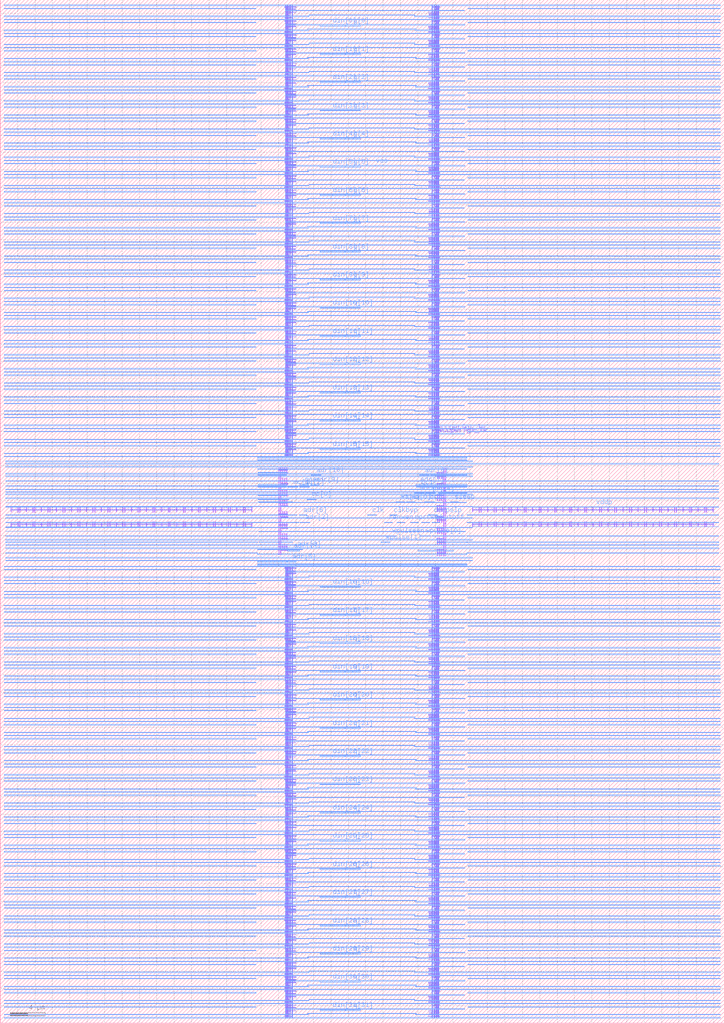
<source format=lef>
### Tool : gds2rh
### RedHawk Version : 19.1.7p1 RHEL6
### Vendor : Apache Design, Inc. A Subsidiary of ANSYS, Inc. 
### Date : Mar 02 2019, 00:03:14 

### Date generated : Wed Sep 14 16:24:09 2022
 
### Command : gds2rh /nfs/an/disks/an_mos_scratch01/mos/prod/runs/c224uhdlpsprf-ext-version-r1-0-1/r641703_00_00/r641703_00_00/avm/rv_avm/gds2rh_options_powerup.txt

VERSION 5.5 ;
NAMESCASESENSITIVE ON ;
DIVIDERCHAR "/" ;
BUSBITCHARS "[]" ;
MACRO ip224uhdlp1p11rf_2048x32m8b2c1s0_t0r0p1d0a1m1h_APACHECELL
 ORIGIN 0.000000 0.000000 ;
 SIZE 83.204000 BY 117.540000 ;
 PIN adr[0]
 DIRECTION INPUT ;
 USE SIGNAL ;
 PORT
 LAYER m4 ;
 RECT 48.159500 62.924000 49.349500 63.000000 ;
 END
 END adr[0]
 PIN adr[10]
 DIRECTION INPUT ;
 USE SIGNAL ;
 PORT
 LAYER m4 ;
 RECT 35.707000 62.924000 36.837000 63.000000 ;
 END
 END adr[10]
 PIN adr[1]
 DIRECTION INPUT ;
 USE SIGNAL ;
 PORT
 LAYER m4 ;
 RECT 47.764500 61.804000 48.751500 61.880000 ;
 END
 END adr[1]
 PIN adr[2]
 DIRECTION INPUT ;
 USE SIGNAL ;
 PORT
 LAYER m4 ;
 RECT 34.445500 57.490000 35.597000 57.546000 ;
 END
 END adr[2]
 PIN adr[3]
 DIRECTION INPUT ;
 USE SIGNAL ;
 PORT
 LAYER m4 ;
 RECT 47.590000 60.848000 48.764000 60.924000 ;
 END
 END adr[3]
 PIN adr[4]
 DIRECTION INPUT ;
 USE SIGNAL ;
 PORT
 LAYER m4 ;
 RECT 48.844000 60.848000 50.006000 60.924000 ;
 END
 END adr[4]
 PIN adr[5]
 DIRECTION INPUT ;
 USE SIGNAL ;
 PORT
 LAYER m4 ;
 RECT 33.045000 52.960000 34.002000 53.036000 ;
 END
 END adr[5]
 PIN adr[6]
 DIRECTION INPUT ;
 USE SIGNAL ;
 PORT
 LAYER m4 ;
 RECT 34.326500 58.326000 35.266000 58.382000 ;
 END
 END adr[6]
 PIN adr[7]
 DIRECTION INPUT ;
 USE SIGNAL ;
 PORT
 LAYER m4 ;
 RECT 33.008000 54.226000 34.389000 54.302000 ;
 END
 END adr[7]
 PIN adr[8]
 DIRECTION INPUT ;
 USE SIGNAL ;
 PORT
 LAYER m4 ;
 RECT 33.432500 54.376000 34.741000 54.452000 ;
 END
 END adr[8]
 PIN adr[9]
 DIRECTION INPUT ;
 USE SIGNAL ;
 PORT
 LAYER m4 ;
 RECT 35.695000 61.804000 36.619500 61.880000 ;
 END
 END adr[9]
 PIN bc1
 DIRECTION INPUT ;
 USE SIGNAL ;
 PORT
 LAYER m4 ;
 RECT 47.844500 61.540000 48.908500 61.616000 ;
 END
 END bc1
 PIN bc2
 DIRECTION INPUT ;
 USE SIGNAL ;
 PORT
 LAYER m4 ;
 RECT 48.764000 59.858000 49.903500 59.914000 ;
 END
 END bc2
 PIN clkbyp
 DIRECTION INPUT ;
 USE SIGNAL ;
 PORT
 LAYER m4 ;
 RECT 44.767000 58.326000 45.619500 58.382000 ;
 END
 END clkbyp
 PIN deepslp
 DIRECTION INPUT ;
 USE SIGNAL ;
 PORT
 LAYER m4 ;
 RECT 49.268000 58.326000 50.262000 58.382000 ;
 END
 END deepslp
 PIN din[0]
 DIRECTION INPUT ;
 USE SIGNAL ;
 PORT
 LAYER m4 ;
 RECT 36.766000 114.488000 39.618000 114.596000 ;
 END
 END din[0]
 PIN din[10]
 DIRECTION INPUT ;
 USE SIGNAL ;
 PORT
 LAYER m4 ;
 RECT 36.766000 82.088000 39.618000 82.196000 ;
 END
 END din[10]
 PIN din[11]
 DIRECTION INPUT ;
 USE SIGNAL ;
 PORT
 LAYER m4 ;
 RECT 36.766000 78.848000 39.618000 78.956000 ;
 END
 END din[11]
 PIN din[12]
 DIRECTION INPUT ;
 USE SIGNAL ;
 PORT
 LAYER m4 ;
 RECT 36.766000 75.608000 39.618000 75.716000 ;
 END
 END din[12]
 PIN din[13]
 DIRECTION INPUT ;
 USE SIGNAL ;
 PORT
 LAYER m4 ;
 RECT 36.766000 72.368000 39.618000 72.476000 ;
 END
 END din[13]
 PIN din[14]
 DIRECTION INPUT ;
 USE SIGNAL ;
 PORT
 LAYER m4 ;
 RECT 36.766000 69.128000 39.618000 69.236000 ;
 END
 END din[14]
 PIN din[15]
 DIRECTION INPUT ;
 USE SIGNAL ;
 PORT
 LAYER m4 ;
 RECT 36.766000 65.888000 39.618000 65.996000 ;
 END
 END din[15]
 PIN din[16]
 DIRECTION INPUT ;
 USE SIGNAL ;
 PORT
 LAYER m4 ;
 RECT 36.766000 50.048000 39.618000 50.156000 ;
 END
 END din[16]
 PIN din[17]
 DIRECTION INPUT ;
 USE SIGNAL ;
 PORT
 LAYER m4 ;
 RECT 36.766000 46.808000 39.618000 46.916000 ;
 END
 END din[17]
 PIN din[18]
 DIRECTION INPUT ;
 USE SIGNAL ;
 PORT
 LAYER m4 ;
 RECT 36.766000 43.568000 39.618000 43.676000 ;
 END
 END din[18]
 PIN din[19]
 DIRECTION INPUT ;
 USE SIGNAL ;
 PORT
 LAYER m4 ;
 RECT 36.766000 40.328000 39.618000 40.436000 ;
 END
 END din[19]
 PIN din[1]
 DIRECTION INPUT ;
 USE SIGNAL ;
 PORT
 LAYER m4 ;
 RECT 36.766000 111.248000 39.618000 111.356000 ;
 END
 END din[1]
 PIN din[20]
 DIRECTION INPUT ;
 USE SIGNAL ;
 PORT
 LAYER m4 ;
 RECT 36.766000 37.088000 39.618000 37.196000 ;
 END
 END din[20]
 PIN din[21]
 DIRECTION INPUT ;
 USE SIGNAL ;
 PORT
 LAYER m4 ;
 RECT 36.766000 33.848000 39.618000 33.956000 ;
 END
 END din[21]
 PIN din[22]
 DIRECTION INPUT ;
 USE SIGNAL ;
 PORT
 LAYER m4 ;
 RECT 36.766000 30.608000 39.618000 30.716000 ;
 END
 END din[22]
 PIN din[23]
 DIRECTION INPUT ;
 USE SIGNAL ;
 PORT
 LAYER m4 ;
 RECT 36.766000 27.368000 39.618000 27.476000 ;
 END
 END din[23]
 PIN din[24]
 DIRECTION INPUT ;
 USE SIGNAL ;
 PORT
 LAYER m4 ;
 RECT 36.766000 24.128000 39.618000 24.236000 ;
 END
 END din[24]
 PIN din[25]
 DIRECTION INPUT ;
 USE SIGNAL ;
 PORT
 LAYER m4 ;
 RECT 36.766000 20.888000 39.618000 20.996000 ;
 END
 END din[25]
 PIN din[26]
 DIRECTION INPUT ;
 USE SIGNAL ;
 PORT
 LAYER m4 ;
 RECT 36.766000 17.648000 39.618000 17.756000 ;
 END
 END din[26]
 PIN din[27]
 DIRECTION INPUT ;
 USE SIGNAL ;
 PORT
 LAYER m4 ;
 RECT 36.766000 14.408000 39.618000 14.516000 ;
 END
 END din[27]
 PIN din[28]
 DIRECTION INPUT ;
 USE SIGNAL ;
 PORT
 LAYER m4 ;
 RECT 36.766000 11.168000 39.618000 11.276000 ;
 END
 END din[28]
 PIN din[29]
 DIRECTION INPUT ;
 USE SIGNAL ;
 PORT
 LAYER m4 ;
 RECT 36.766000 7.928000 39.618000 8.036000 ;
 END
 END din[29]
 PIN din[2]
 DIRECTION INPUT ;
 USE SIGNAL ;
 PORT
 LAYER m4 ;
 RECT 36.766000 108.008000 39.618000 108.116000 ;
 END
 END din[2]
 PIN din[30]
 DIRECTION INPUT ;
 USE SIGNAL ;
 PORT
 LAYER m4 ;
 RECT 36.766000 4.688000 39.618000 4.796000 ;
 END
 END din[30]
 PIN din[31]
 DIRECTION INPUT ;
 USE SIGNAL ;
 PORT
 LAYER m4 ;
 RECT 36.766000 1.448000 39.618000 1.556000 ;
 END
 END din[31]
 PIN din[3]
 DIRECTION INPUT ;
 USE SIGNAL ;
 PORT
 LAYER m4 ;
 RECT 36.766000 104.768000 39.618000 104.876000 ;
 END
 END din[3]
 PIN din[4]
 DIRECTION INPUT ;
 USE SIGNAL ;
 PORT
 LAYER m4 ;
 RECT 36.766000 101.528000 39.618000 101.636000 ;
 END
 END din[4]
 PIN din[5]
 DIRECTION INPUT ;
 USE SIGNAL ;
 PORT
 LAYER m4 ;
 RECT 36.766000 98.288000 39.618000 98.396000 ;
 END
 END din[5]
 PIN din[6]
 DIRECTION INPUT ;
 USE SIGNAL ;
 PORT
 LAYER m4 ;
 RECT 36.766000 95.048000 39.618000 95.156000 ;
 END
 END din[6]
 PIN din[7]
 DIRECTION INPUT ;
 USE SIGNAL ;
 PORT
 LAYER m4 ;
 RECT 36.766000 91.808000 39.618000 91.916000 ;
 END
 END din[7]
 PIN din[8]
 DIRECTION INPUT ;
 USE SIGNAL ;
 PORT
 LAYER m4 ;
 RECT 36.766000 88.568000 39.618000 88.676000 ;
 END
 END din[8]
 PIN din[9]
 DIRECTION INPUT ;
 USE SIGNAL ;
 PORT
 LAYER m4 ;
 RECT 36.766000 85.328000 39.618000 85.436000 ;
 END
 END din[9]
 PIN fwen
 DIRECTION INPUT ;
 USE SIGNAL ;
 PORT
 LAYER m4 ;
 RECT 48.419500 57.490000 49.374000 57.546000 ;
 END
 END fwen
 PIN mc[0]
 DIRECTION INPUT ;
 USE SIGNAL ;
 PORT
 LAYER m4 ;
 RECT 35.244000 60.124000 36.283000 60.200000 ;
 END
 END mc[0]
 PIN mc[1]
 DIRECTION INPUT ;
 USE SIGNAL ;
 PORT
 LAYER m4 ;
 RECT 33.024000 61.540000 34.252000 61.616000 ;
 END
 END mc[1]
 PIN mc[2]
 DIRECTION INPUT ;
 USE SIGNAL ;
 PORT
 LAYER m4 ;
 RECT 34.383000 61.540000 35.525000 61.616000 ;
 END
 END mc[2]
 PIN mcen
 DIRECTION INPUT ;
 USE SIGNAL ;
 PORT
 LAYER m4 ;
 RECT 34.480500 61.804000 35.417000 61.880000 ;
 END
 END mcen
 PIN mpr
 DIRECTION OUTPUT ;
 USE SIGNAL ;
 PORT
 LAYER m4 ;
 RECT 47.125000 57.490000 48.061000 57.546000 ;
 END
 END mpr
 PIN q[0]
 DIRECTION OUTPUT ;
 USE SIGNAL ;
 PORT
 LAYER m4 ;
 RECT 39.698000 114.488000 41.423000 114.596000 ;
 END
 END q[0]
 PIN q[10]
 DIRECTION OUTPUT ;
 USE SIGNAL ;
 PORT
 LAYER m4 ;
 RECT 39.698000 82.088000 41.423000 82.196000 ;
 END
 END q[10]
 PIN q[11]
 DIRECTION OUTPUT ;
 USE SIGNAL ;
 PORT
 LAYER m4 ;
 RECT 39.698000 78.848000 41.423000 78.956000 ;
 END
 END q[11]
 PIN q[12]
 DIRECTION OUTPUT ;
 USE SIGNAL ;
 PORT
 LAYER m4 ;
 RECT 39.698000 75.608000 41.423000 75.716000 ;
 END
 END q[12]
 PIN q[13]
 DIRECTION OUTPUT ;
 USE SIGNAL ;
 PORT
 LAYER m4 ;
 RECT 39.698000 72.368000 41.423000 72.476000 ;
 END
 END q[13]
 PIN q[14]
 DIRECTION OUTPUT ;
 USE SIGNAL ;
 PORT
 LAYER m4 ;
 RECT 39.698000 69.128000 41.423000 69.236000 ;
 END
 END q[14]
 PIN q[15]
 DIRECTION OUTPUT ;
 USE SIGNAL ;
 PORT
 LAYER m4 ;
 RECT 39.698000 65.888000 41.423000 65.996000 ;
 END
 END q[15]
 PIN q[16]
 DIRECTION OUTPUT ;
 USE SIGNAL ;
 PORT
 LAYER m4 ;
 RECT 39.698000 50.048000 41.423000 50.156000 ;
 END
 END q[16]
 PIN q[17]
 DIRECTION OUTPUT ;
 USE SIGNAL ;
 PORT
 LAYER m4 ;
 RECT 39.698000 46.808000 41.423000 46.916000 ;
 END
 END q[17]
 PIN q[18]
 DIRECTION OUTPUT ;
 USE SIGNAL ;
 PORT
 LAYER m4 ;
 RECT 39.698000 43.568000 41.423000 43.676000 ;
 END
 END q[18]
 PIN q[19]
 DIRECTION OUTPUT ;
 USE SIGNAL ;
 PORT
 LAYER m4 ;
 RECT 39.698000 40.328000 41.423000 40.436000 ;
 END
 END q[19]
 PIN q[1]
 DIRECTION OUTPUT ;
 USE SIGNAL ;
 PORT
 LAYER m4 ;
 RECT 39.698000 111.248000 41.423000 111.356000 ;
 END
 END q[1]
 PIN q[20]
 DIRECTION OUTPUT ;
 USE SIGNAL ;
 PORT
 LAYER m4 ;
 RECT 39.698000 37.088000 41.423000 37.196000 ;
 END
 END q[20]
 PIN q[21]
 DIRECTION OUTPUT ;
 USE SIGNAL ;
 PORT
 LAYER m4 ;
 RECT 39.698000 33.848000 41.423000 33.956000 ;
 END
 END q[21]
 PIN q[22]
 DIRECTION OUTPUT ;
 USE SIGNAL ;
 PORT
 LAYER m4 ;
 RECT 39.698000 30.608000 41.423000 30.716000 ;
 END
 END q[22]
 PIN q[23]
 DIRECTION OUTPUT ;
 USE SIGNAL ;
 PORT
 LAYER m4 ;
 RECT 39.698000 27.368000 41.423000 27.476000 ;
 END
 END q[23]
 PIN q[24]
 DIRECTION OUTPUT ;
 USE SIGNAL ;
 PORT
 LAYER m4 ;
 RECT 39.698000 24.128000 41.423000 24.236000 ;
 END
 END q[24]
 PIN q[25]
 DIRECTION OUTPUT ;
 USE SIGNAL ;
 PORT
 LAYER m4 ;
 RECT 39.698000 20.888000 41.423000 20.996000 ;
 END
 END q[25]
 PIN q[26]
 DIRECTION OUTPUT ;
 USE SIGNAL ;
 PORT
 LAYER m4 ;
 RECT 39.698000 17.648000 41.423000 17.756000 ;
 END
 END q[26]
 PIN q[27]
 DIRECTION OUTPUT ;
 USE SIGNAL ;
 PORT
 LAYER m4 ;
 RECT 39.698000 14.408000 41.423000 14.516000 ;
 END
 END q[27]
 PIN q[28]
 DIRECTION OUTPUT ;
 USE SIGNAL ;
 PORT
 LAYER m4 ;
 RECT 39.698000 11.168000 41.423000 11.276000 ;
 END
 END q[28]
 PIN q[29]
 DIRECTION OUTPUT ;
 USE SIGNAL ;
 PORT
 LAYER m4 ;
 RECT 39.698000 7.928000 41.423000 8.036000 ;
 END
 END q[29]
 PIN q[2]
 DIRECTION OUTPUT ;
 USE SIGNAL ;
 PORT
 LAYER m4 ;
 RECT 39.698000 108.008000 41.423000 108.116000 ;
 END
 END q[2]
 PIN q[30]
 DIRECTION OUTPUT ;
 USE SIGNAL ;
 PORT
 LAYER m4 ;
 RECT 39.698000 4.688000 41.423000 4.796000 ;
 END
 END q[30]
 PIN q[31]
 DIRECTION OUTPUT ;
 USE SIGNAL ;
 PORT
 LAYER m4 ;
 RECT 39.698000 1.448000 41.423000 1.556000 ;
 END
 END q[31]
 PIN q[3]
 DIRECTION OUTPUT ;
 USE SIGNAL ;
 PORT
 LAYER m4 ;
 RECT 39.698000 104.768000 41.423000 104.876000 ;
 END
 END q[3]
 PIN q[4]
 DIRECTION OUTPUT ;
 USE SIGNAL ;
 PORT
 LAYER m4 ;
 RECT 39.698000 101.528000 41.423000 101.636000 ;
 END
 END q[4]
 PIN q[5]
 DIRECTION OUTPUT ;
 USE SIGNAL ;
 PORT
 LAYER m4 ;
 RECT 39.698000 98.288000 41.423000 98.396000 ;
 END
 END q[5]
 PIN q[6]
 DIRECTION OUTPUT ;
 USE SIGNAL ;
 PORT
 LAYER m4 ;
 RECT 39.698000 95.048000 41.423000 95.156000 ;
 END
 END q[6]
 PIN q[7]
 DIRECTION OUTPUT ;
 USE SIGNAL ;
 PORT
 LAYER m4 ;
 RECT 39.698000 91.808000 41.423000 91.916000 ;
 END
 END q[7]
 PIN q[8]
 DIRECTION OUTPUT ;
 USE SIGNAL ;
 PORT
 LAYER m4 ;
 RECT 39.698000 88.568000 41.423000 88.676000 ;
 END
 END q[8]
 PIN q[9]
 DIRECTION OUTPUT ;
 USE SIGNAL ;
 PORT
 LAYER m4 ;
 RECT 39.698000 85.328000 41.423000 85.436000 ;
 END
 END q[9]
 PIN ren
 DIRECTION INPUT ;
 USE SIGNAL ;
 PORT
 LAYER m4 ;
 RECT 44.150000 57.490000 45.055500 57.546000 ;
 END
 END ren
 PIN shutoff
 DIRECTION INPUT ;
 USE SIGNAL ;
 PORT
 LAYER m4 ;
 RECT 49.596000 57.490000 50.517500 57.546000 ;
 END
 END shutoff
 PIN sleep
 DIRECTION INPUT ;
 USE SIGNAL ;
 PORT
 LAYER m4 ;
 RECT 51.755500 59.858000 52.678500 59.914000 ;
 END
 END sleep
 PIN wa[0]
 DIRECTION INPUT ;
 USE SIGNAL ;
 PORT
 LAYER m4 ;
 RECT 46.712000 59.858000 47.676500 59.914000 ;
 END
 END wa[0]
 PIN wa[1]
 DIRECTION INPUT ;
 USE SIGNAL ;
 PORT
 LAYER m4 ;
 RECT 45.499500 59.858000 46.530000 59.914000 ;
 END
 END wa[1]
 PIN wen
 DIRECTION INPUT ;
 USE SIGNAL ;
 PORT
 LAYER m4 ;
 RECT 45.614000 57.490000 46.502000 57.546000 ;
 END
 END wen
 PIN wpulse[0]
 DIRECTION INPUT ;
 USE SIGNAL ;
 PORT
 LAYER m4 ;
 RECT 48.239000 55.924000 49.496000 56.000000 ;
 END
 END wpulse[0]
 PIN wpulse[1]
 DIRECTION INPUT ;
 USE SIGNAL ;
 PORT
 LAYER m4 ;
 RECT 43.758500 55.200000 44.802000 55.276000 ;
 END
 END wpulse[1]
 PIN wpulseen
 DIRECTION INPUT ;
 USE SIGNAL ;
 PORT
 LAYER m4 ;
 RECT 44.564500 55.924000 45.451000 56.000000 ;
 END
 END wpulseen
 PIN clk
 DIRECTION INPUT ;
 USE CLOCK ;
 PORT
 LAYER m4 ;
 RECT 42.224500 58.326000 43.256500 58.382000 ;
 END
 END clk
 PIN vddp
 DIRECTION INPUT ;
 USE POWER ;
 PORT
 LAYER m4 ;
 RECT 0.480000 0.958000 35.401000 1.034000 ;
 RECT 0.480000 1.846000 29.388000 1.922000 ;
 RECT 0.480000 10.678000 35.401000 10.754000 ;
 RECT 0.480000 100.306000 29.388000 100.382000 ;
 RECT 0.480000 101.038000 35.401000 101.114000 ;
 RECT 0.480000 101.926000 29.388000 102.002000 ;
 RECT 0.480000 102.658000 35.487000 102.734000 ;
 RECT 0.480000 103.546000 29.388000 103.622000 ;
 RECT 0.480000 104.278000 35.401000 104.354000 ;
 RECT 0.480000 105.166000 29.388000 105.242000 ;
 RECT 0.480000 105.898000 35.487000 105.974000 ;
 RECT 0.480000 106.786000 29.388000 106.862000 ;
 RECT 0.480000 107.518000 35.401000 107.594000 ;
 RECT 0.480000 108.406000 29.388000 108.482000 ;
 RECT 0.480000 109.138000 35.487000 109.214000 ;
 RECT 0.480000 11.566000 29.388000 11.642000 ;
 RECT 0.480000 110.026000 29.388000 110.102000 ;
 RECT 0.480000 110.758000 35.401000 110.834000 ;
 RECT 0.480000 111.646000 29.388000 111.722000 ;
 RECT 0.480000 112.378000 35.487000 112.454000 ;
 RECT 0.480000 113.266000 29.388000 113.342000 ;
 RECT 0.480000 113.998000 35.401000 114.074000 ;
 RECT 0.480000 114.886000 29.388000 114.962000 ;
 RECT 0.480000 115.618000 35.487000 115.694000 ;
 RECT 0.480000 116.506000 29.388000 116.582000 ;
 RECT 0.480000 12.298000 35.487000 12.374000 ;
 RECT 0.480000 13.186000 29.388000 13.262000 ;
 RECT 0.480000 13.918000 35.401000 13.994000 ;
 RECT 0.480000 14.806000 29.388000 14.882000 ;
 RECT 0.480000 15.538000 35.487000 15.614000 ;
 RECT 0.480000 16.426000 29.388000 16.502000 ;
 RECT 0.480000 17.158000 35.401000 17.234000 ;
 RECT 0.480000 18.046000 29.388000 18.122000 ;
 RECT 0.480000 18.778000 35.487000 18.854000 ;
 RECT 0.480000 19.666000 29.388000 19.742000 ;
 RECT 0.480000 2.578000 35.487000 2.654000 ;
 RECT 0.480000 20.398000 35.401000 20.474000 ;
 RECT 0.480000 21.286000 29.388000 21.362000 ;
 RECT 0.480000 22.018000 35.487000 22.094000 ;
 RECT 0.480000 22.906000 29.388000 22.982000 ;
 RECT 0.480000 23.638000 35.401000 23.714000 ;
 RECT 0.480000 24.526000 29.388000 24.602000 ;
 RECT 0.480000 25.258000 35.487000 25.334000 ;
 RECT 0.480000 26.146000 29.388000 26.222000 ;
 RECT 0.480000 26.878000 35.401000 26.954000 ;
 RECT 0.480000 27.766000 29.388000 27.842000 ;
 RECT 0.480000 28.498000 35.487000 28.574000 ;
 RECT 0.480000 29.386000 29.388000 29.462000 ;
 RECT 0.480000 3.466000 29.388000 3.542000 ;
 RECT 0.480000 30.118000 35.401000 30.194000 ;
 RECT 0.480000 31.006000 29.388000 31.082000 ;
 RECT 0.480000 31.738000 35.487000 31.814000 ;
 RECT 0.480000 32.626000 29.388000 32.702000 ;
 RECT 0.480000 33.358000 35.401000 33.434000 ;
 RECT 0.480000 34.246000 29.388000 34.322000 ;
 RECT 0.480000 34.978000 35.487000 35.054000 ;
 RECT 0.480000 35.866000 29.388000 35.942000 ;
 RECT 0.480000 36.598000 35.401000 36.674000 ;
 RECT 0.480000 37.486000 29.388000 37.562000 ;
 RECT 0.480000 38.218000 35.487000 38.294000 ;
 RECT 0.480000 39.106000 29.388000 39.182000 ;
 RECT 0.480000 39.838000 35.401000 39.914000 ;
 RECT 0.480000 4.198000 35.401000 4.274000 ;
 RECT 0.480000 40.726000 29.388000 40.802000 ;
 RECT 0.480000 41.458000 35.487000 41.534000 ;
 RECT 0.480000 42.346000 29.388000 42.422000 ;
 RECT 0.480000 43.078000 35.401000 43.154000 ;
 RECT 0.480000 43.966000 29.388000 44.042000 ;
 RECT 0.480000 44.698000 35.487000 44.774000 ;
 RECT 0.480000 45.586000 29.388000 45.662000 ;
 RECT 0.480000 46.318000 35.401000 46.394000 ;
 RECT 0.480000 47.206000 29.388000 47.282000 ;
 RECT 0.480000 47.938000 35.487000 48.014000 ;
 RECT 0.480000 48.826000 29.388000 48.902000 ;
 RECT 0.480000 49.558000 35.401000 49.634000 ;
 RECT 0.480000 5.086000 29.388000 5.162000 ;
 RECT 0.480000 5.818000 35.487000 5.894000 ;
 RECT 0.480000 50.446000 29.388000 50.522000 ;
 RECT 0.480000 51.178000 35.487000 51.254000 ;
 RECT 0.480000 52.066000 29.388000 52.142000 ;
 RECT 0.480000 6.706000 29.388000 6.782000 ;
 RECT 0.480000 65.398000 35.401000 65.474000 ;
 RECT 0.480000 66.286000 29.388000 66.362000 ;
 RECT 0.480000 67.018000 35.487000 67.094000 ;
 RECT 0.480000 67.906000 29.388000 67.982000 ;
 RECT 0.480000 68.638000 35.401000 68.714000 ;
 RECT 0.480000 69.526000 29.388000 69.602000 ;
 RECT 0.480000 7.438000 35.401000 7.514000 ;
 RECT 0.480000 70.258000 35.487000 70.334000 ;
 RECT 0.480000 71.146000 29.388000 71.222000 ;
 RECT 0.480000 71.878000 35.401000 71.954000 ;
 RECT 0.480000 72.766000 29.388000 72.842000 ;
 RECT 0.480000 73.498000 35.487000 73.574000 ;
 RECT 0.480000 74.386000 29.388000 74.462000 ;
 RECT 0.480000 75.118000 35.401000 75.194000 ;
 RECT 0.480000 76.006000 29.388000 76.082000 ;
 RECT 0.480000 76.738000 35.487000 76.814000 ;
 RECT 0.480000 77.626000 29.388000 77.702000 ;
 RECT 0.480000 78.358000 35.401000 78.434000 ;
 RECT 0.480000 79.246000 29.388000 79.322000 ;
 RECT 0.480000 79.978000 35.487000 80.054000 ;
 RECT 0.480000 8.326000 29.388000 8.402000 ;
 RECT 0.480000 80.866000 29.388000 80.942000 ;
 RECT 0.480000 81.598000 35.401000 81.674000 ;
 RECT 0.480000 82.486000 29.388000 82.562000 ;
 RECT 0.480000 83.218000 35.487000 83.294000 ;
 RECT 0.480000 84.106000 29.388000 84.182000 ;
 RECT 0.480000 84.838000 35.401000 84.914000 ;
 RECT 0.480000 85.726000 29.388000 85.802000 ;
 RECT 0.480000 86.458000 35.487000 86.534000 ;
 RECT 0.480000 87.346000 29.388000 87.422000 ;
 RECT 0.480000 88.078000 35.401000 88.154000 ;
 RECT 0.480000 88.966000 29.388000 89.042000 ;
 RECT 0.480000 89.698000 35.487000 89.774000 ;
 RECT 0.480000 9.058000 35.487000 9.134000 ;
 RECT 0.480000 9.946000 29.388000 10.022000 ;
 RECT 0.480000 90.586000 29.388000 90.662000 ;
 RECT 0.480000 91.318000 35.401000 91.394000 ;
 RECT 0.480000 92.206000 29.388000 92.282000 ;
 RECT 0.480000 92.938000 35.487000 93.014000 ;
 RECT 0.480000 93.826000 29.388000 93.902000 ;
 RECT 0.480000 94.558000 35.401000 94.634000 ;
 RECT 0.480000 95.446000 29.388000 95.522000 ;
 RECT 0.480000 96.178000 35.487000 96.254000 ;
 RECT 0.480000 97.066000 29.388000 97.142000 ;
 RECT 0.480000 97.798000 35.401000 97.874000 ;
 RECT 0.480000 98.686000 29.388000 98.762000 ;
 RECT 0.480000 99.418000 35.487000 99.494000 ;
 RECT 0.616000 53.948000 29.560000 54.024000 ;
 RECT 0.616000 54.508000 82.588000 54.584000 ;
 RECT 0.616000 54.904000 82.588000 54.980000 ;
 RECT 0.616000 55.200000 29.560000 55.276000 ;
 RECT 0.616000 55.924000 29.560000 56.000000 ;
 RECT 0.616000 56.992000 28.912000 57.036000 ;
 RECT 0.616000 57.490000 29.560000 57.546000 ;
 RECT 0.616000 58.326000 29.560000 58.382000 ;
 RECT 0.616000 59.244000 28.912000 59.288000 ;
 RECT 0.616000 60.256000 82.588000 60.332000 ;
 RECT 0.616000 60.980000 82.588000 61.056000 ;
 RECT 0.616000 61.276000 82.588000 61.352000 ;
 RECT 0.616000 61.672000 82.588000 61.748000 ;
 RECT 0.616000 62.232000 82.588000 62.308000 ;
 RECT 0.616000 64.176000 82.588000 64.284000 ;
 RECT 29.600000 52.564000 53.604000 52.640000 ;
 RECT 29.600000 52.696000 53.604000 52.772000 ;
 RECT 29.600000 52.960000 32.965000 53.036000 ;
 RECT 29.600000 53.816000 53.604000 53.892000 ;
 RECT 29.600000 54.376000 33.352500 54.452000 ;
 RECT 29.600000 63.616000 53.604000 63.692000 ;
 RECT 29.600000 64.636000 53.604000 64.712000 ;
 RECT 29.600000 64.900000 53.604000 64.976000 ;
 RECT 29.608500 59.858000 33.602500 59.914000 ;
 RECT 29.608500 60.124000 33.168500 60.200000 ;
 RECT 29.608500 60.552000 32.918500 60.628000 ;
 RECT 29.608500 61.540000 32.918500 61.616000 ;
 RECT 29.608500 61.804000 32.918500 61.880000 ;
 RECT 29.608500 62.924000 32.918500 63.000000 ;
 RECT 29.608500 63.220000 32.918500 63.296000 ;
 RECT 29.651000 58.326000 34.101500 58.382000 ;
 RECT 29.654000 57.490000 34.365500 57.546000 ;
 RECT 29.669000 55.924000 44.484500 56.000000 ;
 RECT 29.732000 55.200000 33.564000 55.276000 ;
 RECT 35.325000 1.080000 47.814000 1.156000 ;
 RECT 35.325000 10.800000 47.814000 10.876000 ;
 RECT 35.325000 101.160000 47.814000 101.236000 ;
 RECT 35.325000 104.400000 47.814000 104.476000 ;
 RECT 35.325000 107.640000 47.814000 107.716000 ;
 RECT 35.325000 110.880000 47.814000 110.956000 ;
 RECT 35.325000 114.120000 47.814000 114.196000 ;
 RECT 35.325000 14.040000 47.814000 14.116000 ;
 RECT 35.325000 17.280000 47.814000 17.356000 ;
 RECT 35.325000 20.520000 47.814000 20.596000 ;
 RECT 35.325000 23.760000 47.814000 23.836000 ;
 RECT 35.325000 27.000000 47.814000 27.076000 ;
 RECT 35.325000 30.240000 47.814000 30.316000 ;
 RECT 35.325000 33.480000 47.814000 33.556000 ;
 RECT 35.325000 36.720000 47.814000 36.796000 ;
 RECT 35.325000 39.960000 47.814000 40.036000 ;
 RECT 35.325000 4.320000 47.814000 4.396000 ;
 RECT 35.325000 43.200000 47.814000 43.276000 ;
 RECT 35.325000 46.440000 47.814000 46.516000 ;
 RECT 35.325000 49.680000 47.814000 49.756000 ;
 RECT 35.325000 65.520000 47.814000 65.596000 ;
 RECT 35.325000 68.760000 47.814000 68.836000 ;
 RECT 35.325000 7.560000 47.814000 7.636000 ;
 RECT 35.325000 72.000000 47.814000 72.076000 ;
 RECT 35.325000 75.240000 47.814000 75.316000 ;
 RECT 35.325000 78.480000 47.814000 78.556000 ;
 RECT 35.325000 81.720000 47.814000 81.796000 ;
 RECT 35.325000 84.960000 47.814000 85.036000 ;
 RECT 35.325000 88.200000 47.814000 88.276000 ;
 RECT 35.325000 91.440000 47.814000 91.516000 ;
 RECT 35.325000 94.680000 47.814000 94.756000 ;
 RECT 35.325000 97.920000 47.814000 97.996000 ;
 RECT 35.487000 102.780000 47.657500 102.856000 ;
 RECT 35.487000 106.020000 47.657500 106.096000 ;
 RECT 35.487000 109.260000 47.657500 109.336000 ;
 RECT 35.487000 112.500000 47.657500 112.576000 ;
 RECT 35.487000 115.740000 47.657500 115.816000 ;
 RECT 35.487000 12.420000 47.657500 12.496000 ;
 RECT 35.487000 15.660000 47.657500 15.736000 ;
 RECT 35.487000 18.900000 47.657500 18.976000 ;
 RECT 35.487000 2.700000 47.657500 2.776000 ;
 RECT 35.487000 22.140000 47.657500 22.216000 ;
 RECT 35.487000 25.380000 47.657500 25.456000 ;
 RECT 35.487000 28.620000 47.657500 28.696000 ;
 RECT 35.487000 31.860000 47.657500 31.936000 ;
 RECT 35.487000 35.100000 47.657500 35.176000 ;
 RECT 35.487000 38.340000 47.657500 38.416000 ;
 RECT 35.487000 41.580000 47.657500 41.656000 ;
 RECT 35.487000 44.820000 47.657500 44.896000 ;
 RECT 35.487000 48.060000 47.657500 48.136000 ;
 RECT 35.487000 5.940000 47.657500 6.016000 ;
 RECT 35.487000 51.300000 47.657500 51.376000 ;
 RECT 35.487000 67.140000 47.657500 67.216000 ;
 RECT 35.487000 70.380000 47.657500 70.456000 ;
 RECT 35.487000 73.620000 47.657500 73.696000 ;
 RECT 35.487000 76.860000 47.657500 76.936000 ;
 RECT 35.487000 80.100000 47.657500 80.176000 ;
 RECT 35.487000 83.340000 47.657500 83.416000 ;
 RECT 35.487000 86.580000 47.657500 86.656000 ;
 RECT 35.487000 89.820000 47.657500 89.896000 ;
 RECT 35.487000 9.180000 47.657500 9.256000 ;
 RECT 35.487000 93.060000 47.657500 93.136000 ;
 RECT 35.487000 96.300000 47.657500 96.376000 ;
 RECT 35.487000 99.540000 47.657500 99.616000 ;
 RECT 46.038000 60.552000 53.557500 60.608000 ;
 RECT 47.581500 102.658000 82.724000 102.734000 ;
 RECT 47.581500 105.898000 82.724000 105.974000 ;
 RECT 47.581500 109.138000 82.724000 109.214000 ;
 RECT 47.581500 112.378000 82.724000 112.454000 ;
 RECT 47.581500 115.618000 82.724000 115.694000 ;
 RECT 47.581500 12.298000 82.724000 12.374000 ;
 RECT 47.581500 15.538000 82.724000 15.614000 ;
 RECT 47.581500 18.778000 82.724000 18.854000 ;
 RECT 47.581500 2.578000 82.724000 2.654000 ;
 RECT 47.581500 22.018000 82.724000 22.094000 ;
 RECT 47.581500 25.258000 82.724000 25.334000 ;
 RECT 47.581500 28.498000 82.724000 28.574000 ;
 RECT 47.581500 31.738000 82.724000 31.814000 ;
 RECT 47.581500 34.978000 82.724000 35.054000 ;
 RECT 47.581500 38.218000 82.724000 38.294000 ;
 RECT 47.581500 41.458000 82.724000 41.534000 ;
 RECT 47.581500 44.698000 82.724000 44.774000 ;
 RECT 47.581500 47.938000 82.724000 48.014000 ;
 RECT 47.581500 5.818000 82.724000 5.894000 ;
 RECT 47.581500 51.178000 82.724000 51.254000 ;
 RECT 47.581500 67.018000 82.724000 67.094000 ;
 RECT 47.581500 70.258000 82.724000 70.334000 ;
 RECT 47.581500 73.498000 82.724000 73.574000 ;
 RECT 47.581500 76.738000 82.724000 76.814000 ;
 RECT 47.581500 79.978000 82.724000 80.054000 ;
 RECT 47.581500 83.218000 82.724000 83.294000 ;
 RECT 47.581500 86.458000 82.724000 86.534000 ;
 RECT 47.581500 89.698000 82.724000 89.774000 ;
 RECT 47.581500 9.058000 82.724000 9.134000 ;
 RECT 47.581500 92.938000 82.724000 93.014000 ;
 RECT 47.581500 96.178000 82.724000 96.254000 ;
 RECT 47.581500 99.418000 82.724000 99.494000 ;
 RECT 47.738000 0.958000 82.724000 1.034000 ;
 RECT 47.738000 10.678000 82.724000 10.754000 ;
 RECT 47.738000 101.038000 82.724000 101.114000 ;
 RECT 47.738000 104.278000 82.724000 104.354000 ;
 RECT 47.738000 107.518000 82.724000 107.594000 ;
 RECT 47.738000 110.758000 82.724000 110.834000 ;
 RECT 47.738000 113.998000 82.724000 114.074000 ;
 RECT 47.738000 13.918000 82.724000 13.994000 ;
 RECT 47.738000 17.158000 82.724000 17.234000 ;
 RECT 47.738000 20.398000 82.724000 20.474000 ;
 RECT 47.738000 23.638000 82.724000 23.714000 ;
 RECT 47.738000 26.878000 82.724000 26.954000 ;
 RECT 47.738000 30.118000 82.724000 30.194000 ;
 RECT 47.738000 33.358000 82.724000 33.434000 ;
 RECT 47.738000 36.598000 82.724000 36.674000 ;
 RECT 47.738000 39.838000 82.724000 39.914000 ;
 RECT 47.738000 4.198000 82.724000 4.274000 ;
 RECT 47.738000 43.078000 82.724000 43.154000 ;
 RECT 47.738000 46.318000 82.724000 46.394000 ;
 RECT 47.738000 49.558000 82.724000 49.634000 ;
 RECT 47.738000 65.398000 82.724000 65.474000 ;
 RECT 47.738000 68.638000 82.724000 68.714000 ;
 RECT 47.738000 7.438000 82.724000 7.514000 ;
 RECT 47.738000 71.878000 82.724000 71.954000 ;
 RECT 47.738000 75.118000 82.724000 75.194000 ;
 RECT 47.738000 78.358000 82.724000 78.434000 ;
 RECT 47.738000 81.598000 82.724000 81.674000 ;
 RECT 47.738000 84.838000 82.724000 84.914000 ;
 RECT 47.738000 88.078000 82.724000 88.154000 ;
 RECT 47.738000 91.318000 82.724000 91.394000 ;
 RECT 47.738000 94.558000 82.724000 94.634000 ;
 RECT 47.738000 97.798000 82.724000 97.874000 ;
 RECT 47.983000 54.212000 52.092000 54.320000 ;
 RECT 48.831500 61.804000 53.604000 61.880000 ;
 RECT 48.988500 61.540000 53.604000 61.616000 ;
 RECT 49.429500 62.924000 53.604000 63.000000 ;
 RECT 49.686500 55.924000 53.464500 56.000000 ;
 RECT 50.211000 55.200000 53.604000 55.276000 ;
 RECT 50.369500 60.848000 53.604500 60.924000 ;
 RECT 53.644000 53.948000 82.588000 54.024000 ;
 RECT 53.644000 55.924000 82.588000 56.000000 ;
 RECT 53.644000 57.490000 82.588000 57.546000 ;
 RECT 53.644000 58.326000 82.588000 58.382000 ;
 RECT 53.684000 55.200000 82.588000 55.276000 ;
 RECT 53.749000 1.846000 82.724000 1.922000 ;
 RECT 53.749000 100.306000 82.724000 100.382000 ;
 RECT 53.749000 101.926000 82.724000 102.002000 ;
 RECT 53.749000 103.546000 82.724000 103.622000 ;
 RECT 53.749000 105.166000 82.724000 105.242000 ;
 RECT 53.749000 106.786000 82.724000 106.862000 ;
 RECT 53.749000 108.406000 82.724000 108.482000 ;
 RECT 53.749000 11.566000 82.724000 11.642000 ;
 RECT 53.749000 110.026000 82.724000 110.102000 ;
 RECT 53.749000 111.646000 82.724000 111.722000 ;
 RECT 53.749000 113.266000 82.724000 113.342000 ;
 RECT 53.749000 114.886000 82.724000 114.962000 ;
 RECT 53.749000 116.506000 82.724000 116.582000 ;
 RECT 53.749000 13.186000 82.724000 13.262000 ;
 RECT 53.749000 14.806000 82.724000 14.882000 ;
 RECT 53.749000 16.426000 82.724000 16.502000 ;
 RECT 53.749000 18.046000 82.724000 18.122000 ;
 RECT 53.749000 19.666000 82.724000 19.742000 ;
 RECT 53.749000 21.286000 82.724000 21.362000 ;
 RECT 53.749000 22.906000 82.724000 22.982000 ;
 RECT 53.749000 24.526000 82.724000 24.602000 ;
 RECT 53.749000 26.146000 82.724000 26.222000 ;
 RECT 53.749000 27.766000 82.724000 27.842000 ;
 RECT 53.749000 29.386000 82.724000 29.462000 ;
 RECT 53.749000 3.466000 82.724000 3.542000 ;
 RECT 53.749000 31.006000 82.724000 31.082000 ;
 RECT 53.749000 32.626000 82.724000 32.702000 ;
 RECT 53.749000 34.246000 82.724000 34.322000 ;
 RECT 53.749000 35.866000 82.724000 35.942000 ;
 RECT 53.749000 37.486000 82.724000 37.562000 ;
 RECT 53.749000 39.106000 82.724000 39.182000 ;
 RECT 53.749000 40.726000 82.724000 40.802000 ;
 RECT 53.749000 42.346000 82.724000 42.422000 ;
 RECT 53.749000 43.966000 82.724000 44.042000 ;
 RECT 53.749000 45.586000 82.724000 45.662000 ;
 RECT 53.749000 47.206000 82.724000 47.282000 ;
 RECT 53.749000 48.826000 82.724000 48.902000 ;
 RECT 53.749000 5.086000 82.724000 5.162000 ;
 RECT 53.749000 50.446000 82.724000 50.522000 ;
 RECT 53.749000 52.066000 82.724000 52.142000 ;
 RECT 53.749000 6.706000 82.724000 6.782000 ;
 RECT 53.749000 66.286000 82.724000 66.362000 ;
 RECT 53.749000 67.906000 82.724000 67.982000 ;
 RECT 53.749000 69.526000 82.724000 69.602000 ;
 RECT 53.749000 71.146000 82.724000 71.222000 ;
 RECT 53.749000 72.766000 82.724000 72.842000 ;
 RECT 53.749000 74.386000 82.724000 74.462000 ;
 RECT 53.749000 76.006000 82.724000 76.082000 ;
 RECT 53.749000 77.626000 82.724000 77.702000 ;
 RECT 53.749000 79.246000 82.724000 79.322000 ;
 RECT 53.749000 8.326000 82.724000 8.402000 ;
 RECT 53.749000 80.866000 82.724000 80.942000 ;
 RECT 53.749000 82.486000 82.724000 82.562000 ;
 RECT 53.749000 84.106000 82.724000 84.182000 ;
 RECT 53.749000 85.726000 82.724000 85.802000 ;
 RECT 53.749000 87.346000 82.724000 87.422000 ;
 RECT 53.749000 88.966000 82.724000 89.042000 ;
 RECT 53.749000 9.946000 82.724000 10.022000 ;
 RECT 53.749000 90.586000 82.724000 90.662000 ;
 RECT 53.749000 92.206000 82.724000 92.282000 ;
 RECT 53.749000 93.826000 82.724000 93.902000 ;
 RECT 53.749000 95.446000 82.724000 95.522000 ;
 RECT 53.749000 97.066000 82.724000 97.142000 ;
 RECT 53.749000 98.686000 82.724000 98.762000 ;
 RECT 54.292000 56.992000 82.588000 57.036000 ;
 RECT 54.292000 59.244000 82.588000 59.288000 ;
 END
 END vddp
 PIN vss
 DIRECTION INOUT ;
 USE GROUND ;
 PORT
 LAYER m4 ;
 RECT 0.480000 0.592000 82.724000 0.668000 ;
 RECT 0.480000 10.312000 82.724000 10.388000 ;
 RECT 0.480000 100.672000 82.724000 100.748000 ;
 RECT 0.480000 102.292000 82.724000 102.368000 ;
 RECT 0.480000 103.912000 82.724000 103.988000 ;
 RECT 0.480000 105.532000 82.724000 105.608000 ;
 RECT 0.480000 107.152000 82.724000 107.228000 ;
 RECT 0.480000 108.772000 82.724000 108.848000 ;
 RECT 0.480000 11.932000 82.724000 12.008000 ;
 RECT 0.480000 110.392000 82.724000 110.468000 ;
 RECT 0.480000 112.012000 82.724000 112.088000 ;
 RECT 0.480000 113.632000 82.724000 113.708000 ;
 RECT 0.480000 115.252000 82.724000 115.328000 ;
 RECT 0.480000 116.872000 82.724000 116.948000 ;
 RECT 0.480000 13.552000 82.724000 13.628000 ;
 RECT 0.480000 15.172000 82.724000 15.248000 ;
 RECT 0.480000 16.792000 82.724000 16.868000 ;
 RECT 0.480000 18.412000 82.724000 18.488000 ;
 RECT 0.480000 2.212000 82.724000 2.288000 ;
 RECT 0.480000 20.032000 82.724000 20.108000 ;
 RECT 0.480000 21.652000 82.724000 21.728000 ;
 RECT 0.480000 23.272000 82.724000 23.348000 ;
 RECT 0.480000 24.892000 82.724000 24.968000 ;
 RECT 0.480000 26.512000 82.724000 26.588000 ;
 RECT 0.480000 28.132000 82.724000 28.208000 ;
 RECT 0.480000 29.752000 82.724000 29.828000 ;
 RECT 0.480000 3.832000 82.724000 3.908000 ;
 RECT 0.480000 31.372000 82.724000 31.448000 ;
 RECT 0.480000 32.992000 82.724000 33.068000 ;
 RECT 0.480000 34.612000 82.724000 34.688000 ;
 RECT 0.480000 36.232000 82.724000 36.308000 ;
 RECT 0.480000 37.852000 82.724000 37.928000 ;
 RECT 0.480000 39.472000 82.724000 39.548000 ;
 RECT 0.480000 41.092000 82.724000 41.168000 ;
 RECT 0.480000 42.712000 82.724000 42.788000 ;
 RECT 0.480000 44.332000 82.724000 44.408000 ;
 RECT 0.480000 45.952000 82.724000 46.028000 ;
 RECT 0.480000 47.572000 82.724000 47.648000 ;
 RECT 0.480000 49.192000 82.724000 49.268000 ;
 RECT 0.480000 5.452000 82.724000 5.528000 ;
 RECT 0.480000 50.812000 82.724000 50.888000 ;
 RECT 0.480000 52.432000 82.724000 52.508000 ;
 RECT 0.480000 65.032000 82.724000 65.108000 ;
 RECT 0.480000 66.652000 82.724000 66.728000 ;
 RECT 0.480000 68.272000 82.724000 68.348000 ;
 RECT 0.480000 69.892000 82.724000 69.968000 ;
 RECT 0.480000 7.072000 82.724000 7.148000 ;
 RECT 0.480000 71.512000 82.724000 71.588000 ;
 RECT 0.480000 73.132000 82.724000 73.208000 ;
 RECT 0.480000 74.752000 82.724000 74.828000 ;
 RECT 0.480000 76.372000 82.724000 76.448000 ;
 RECT 0.480000 77.992000 82.724000 78.068000 ;
 RECT 0.480000 79.612000 82.724000 79.688000 ;
 RECT 0.480000 8.692000 82.724000 8.768000 ;
 RECT 0.480000 81.232000 82.724000 81.308000 ;
 RECT 0.480000 82.852000 82.724000 82.928000 ;
 RECT 0.480000 84.472000 82.724000 84.548000 ;
 RECT 0.480000 86.092000 82.724000 86.168000 ;
 RECT 0.480000 87.712000 82.724000 87.788000 ;
 RECT 0.480000 89.332000 82.724000 89.408000 ;
 RECT 0.480000 90.952000 82.724000 91.028000 ;
 RECT 0.480000 92.572000 82.724000 92.648000 ;
 RECT 0.480000 94.192000 82.724000 94.268000 ;
 RECT 0.480000 95.812000 82.724000 95.888000 ;
 RECT 0.480000 97.432000 82.724000 97.508000 ;
 RECT 0.480000 99.052000 82.724000 99.128000 ;
 RECT 0.616000 53.092000 54.292000 53.200000 ;
 RECT 0.616000 53.388000 54.292000 53.496000 ;
 RECT 0.616000 55.464000 54.292000 55.572000 ;
 RECT 0.616000 56.486000 29.560000 56.530000 ;
 RECT 0.616000 56.902000 54.292000 56.946000 ;
 RECT 0.616000 58.000000 54.292000 58.076000 ;
 RECT 0.616000 59.334000 54.292000 59.378000 ;
 RECT 0.616000 59.750000 29.560000 59.794000 ;
 RECT 0.616000 60.684000 54.292000 60.792000 ;
 RECT 0.616000 62.760000 54.292000 62.868000 ;
 RECT 0.616000 63.056000 54.292000 63.164000 ;
 RECT 0.616000 63.880000 54.292000 63.988000 ;
 RECT 0.616000 64.472000 54.292000 64.580000 ;
 RECT 29.687500 56.474000 53.479500 56.530000 ;
 RECT 29.718500 59.756000 53.563500 59.812000 ;
 RECT 32.813500 1.602000 53.388000 1.678000 ;
 RECT 32.813500 100.062000 53.360000 100.138000 ;
 RECT 32.813500 101.682000 53.388000 101.758000 ;
 RECT 32.813500 103.302000 53.360000 103.378000 ;
 RECT 32.813500 104.922000 53.388000 104.998000 ;
 RECT 32.813500 106.542000 53.360000 106.618000 ;
 RECT 32.813500 108.162000 53.388000 108.238000 ;
 RECT 32.813500 109.782000 53.360000 109.858000 ;
 RECT 32.813500 11.322000 53.388000 11.398000 ;
 RECT 32.813500 111.402000 53.388000 111.478000 ;
 RECT 32.813500 113.022000 53.360000 113.098000 ;
 RECT 32.813500 114.642000 53.388000 114.718000 ;
 RECT 32.813500 116.262000 53.360000 116.338000 ;
 RECT 32.813500 12.942000 53.360000 13.018000 ;
 RECT 32.813500 14.562000 53.388000 14.638000 ;
 RECT 32.813500 16.182000 53.360000 16.258000 ;
 RECT 32.813500 17.802000 53.388000 17.878000 ;
 RECT 32.813500 19.422000 53.360000 19.498000 ;
 RECT 32.813500 21.042000 53.388000 21.118000 ;
 RECT 32.813500 22.662000 53.360000 22.738000 ;
 RECT 32.813500 24.282000 53.388000 24.358000 ;
 RECT 32.813500 25.902000 53.360000 25.978000 ;
 RECT 32.813500 27.522000 53.388000 27.598000 ;
 RECT 32.813500 29.142000 53.360000 29.218000 ;
 RECT 32.813500 3.222000 53.360000 3.298000 ;
 RECT 32.813500 30.762000 53.388000 30.838000 ;
 RECT 32.813500 32.382000 53.360000 32.458000 ;
 RECT 32.813500 34.002000 53.388000 34.078000 ;
 RECT 32.813500 35.622000 53.360000 35.698000 ;
 RECT 32.813500 37.242000 53.388000 37.318000 ;
 RECT 32.813500 38.862000 53.360000 38.938000 ;
 RECT 32.813500 4.842000 53.388000 4.918000 ;
 RECT 32.813500 40.482000 53.388000 40.558000 ;
 RECT 32.813500 42.102000 53.360000 42.178000 ;
 RECT 32.813500 43.722000 53.388000 43.798000 ;
 RECT 32.813500 45.342000 53.360000 45.418000 ;
 RECT 32.813500 46.962000 53.388000 47.038000 ;
 RECT 32.813500 48.582000 53.360000 48.658000 ;
 RECT 32.813500 50.202000 53.388000 50.278000 ;
 RECT 32.813500 51.822000 53.360000 51.898000 ;
 RECT 32.813500 6.462000 53.360000 6.538000 ;
 RECT 32.813500 66.042000 53.388000 66.118000 ;
 RECT 32.813500 67.662000 53.360000 67.738000 ;
 RECT 32.813500 69.282000 53.388000 69.358000 ;
 RECT 32.813500 70.902000 53.360000 70.978000 ;
 RECT 32.813500 72.522000 53.388000 72.598000 ;
 RECT 32.813500 74.142000 53.360000 74.218000 ;
 RECT 32.813500 75.762000 53.388000 75.838000 ;
 RECT 32.813500 77.382000 53.360000 77.458000 ;
 RECT 32.813500 79.002000 53.388000 79.078000 ;
 RECT 32.813500 8.082000 53.388000 8.158000 ;
 RECT 32.813500 80.622000 53.360000 80.698000 ;
 RECT 32.813500 82.242000 53.388000 82.318000 ;
 RECT 32.813500 83.862000 53.360000 83.938000 ;
 RECT 32.813500 85.482000 53.388000 85.558000 ;
 RECT 32.813500 87.102000 53.360000 87.178000 ;
 RECT 32.813500 88.722000 53.388000 88.798000 ;
 RECT 32.813500 9.702000 53.360000 9.778000 ;
 RECT 32.813500 90.342000 53.360000 90.418000 ;
 RECT 32.813500 91.962000 53.388000 92.038000 ;
 RECT 32.813500 93.582000 53.360000 93.658000 ;
 RECT 32.813500 95.202000 53.388000 95.278000 ;
 RECT 32.813500 96.822000 53.360000 96.898000 ;
 RECT 32.813500 98.442000 53.388000 98.518000 ;
 END
 END vss
 PIN vccperfgt_lv
 DIRECTION INOUT ;
 USE POWER ;
 PORT
 LAYER m1 ;
 RECT 32.874000 13.658000 32.942000 15.142000 ;
 RECT 33.090000 13.658000 33.158000 15.142000 ;
 RECT 33.306000 14.288000 33.374000 15.142000 ;
 RECT 33.522000 14.288000 33.590000 15.142000 ;
 RECT 49.614000 68.378000 49.682000 69.232000 ;
 RECT 49.830000 68.378000 49.898000 69.232000 ;
 RECT 50.046000 68.378000 50.114000 69.862000 ;
 RECT 50.262000 68.378000 50.330000 69.862000 ;
 RECT 49.614000 69.998000 49.682000 70.852000 ;
 RECT 49.830000 69.998000 49.898000 70.852000 ;
 RECT 50.046000 69.998000 50.114000 71.482000 ;
 RECT 50.262000 69.998000 50.330000 71.482000 ;
 RECT 49.614000 71.618000 49.682000 72.472000 ;
 RECT 49.830000 71.618000 49.898000 72.472000 ;
 RECT 50.046000 71.618000 50.114000 73.102000 ;
 RECT 50.262000 71.618000 50.330000 73.102000 ;
 RECT 49.614000 73.238000 49.682000 74.092000 ;
 RECT 49.830000 73.238000 49.898000 74.092000 ;
 RECT 50.046000 73.238000 50.114000 74.722000 ;
 RECT 50.262000 73.238000 50.330000 74.722000 ;
 RECT 49.614000 74.858000 49.682000 75.712000 ;
 RECT 49.830000 74.858000 49.898000 75.712000 ;
 RECT 50.046000 74.858000 50.114000 76.342000 ;
 RECT 50.262000 74.858000 50.330000 76.342000 ;
 RECT 49.614000 76.478000 49.682000 77.332000 ;
 RECT 49.830000 76.478000 49.898000 77.332000 ;
 RECT 50.046000 76.478000 50.114000 77.962000 ;
 RECT 50.262000 76.478000 50.330000 77.962000 ;
 RECT 49.614000 78.098000 49.682000 78.952000 ;
 RECT 49.830000 78.098000 49.898000 78.952000 ;
 RECT 50.046000 78.098000 50.114000 79.582000 ;
 RECT 50.262000 78.098000 50.330000 79.582000 ;
 RECT 49.614000 79.718000 49.682000 80.572000 ;
 RECT 49.830000 79.718000 49.898000 80.572000 ;
 RECT 50.046000 79.718000 50.114000 81.202000 ;
 RECT 50.262000 79.718000 50.330000 81.202000 ;
 RECT 49.614000 81.338000 49.682000 82.192000 ;
 RECT 49.830000 81.338000 49.898000 82.192000 ;
 RECT 50.046000 81.338000 50.114000 82.822000 ;
 RECT 50.262000 81.338000 50.330000 82.822000 ;
 RECT 49.614000 82.958000 49.682000 83.812000 ;
 RECT 49.830000 82.958000 49.898000 83.812000 ;
 RECT 50.046000 82.958000 50.114000 84.442000 ;
 RECT 50.262000 82.958000 50.330000 84.442000 ;
 RECT 32.874000 15.278000 32.942000 16.762000 ;
 RECT 33.090000 15.278000 33.158000 16.762000 ;
 RECT 33.306000 15.908000 33.374000 16.762000 ;
 RECT 33.522000 15.908000 33.590000 16.762000 ;
 RECT 49.614000 84.578000 49.682000 85.432000 ;
 RECT 49.830000 84.578000 49.898000 85.432000 ;
 RECT 50.046000 84.578000 50.114000 86.062000 ;
 RECT 50.262000 84.578000 50.330000 86.062000 ;
 RECT 49.614000 86.198000 49.682000 87.052000 ;
 RECT 49.830000 86.198000 49.898000 87.052000 ;
 RECT 50.046000 86.198000 50.114000 87.682000 ;
 RECT 50.262000 86.198000 50.330000 87.682000 ;
 RECT 49.614000 87.818000 49.682000 88.672000 ;
 RECT 49.830000 87.818000 49.898000 88.672000 ;
 RECT 50.046000 87.818000 50.114000 89.302000 ;
 RECT 50.262000 87.818000 50.330000 89.302000 ;
 RECT 49.614000 89.438000 49.682000 90.292000 ;
 RECT 49.830000 89.438000 49.898000 90.292000 ;
 RECT 50.046000 89.438000 50.114000 90.922000 ;
 RECT 50.262000 89.438000 50.330000 90.922000 ;
 RECT 49.614000 91.058000 49.682000 91.912000 ;
 RECT 49.830000 91.058000 49.898000 91.912000 ;
 RECT 50.046000 91.058000 50.114000 92.542000 ;
 RECT 50.262000 91.058000 50.330000 92.542000 ;
 RECT 49.614000 92.678000 49.682000 93.532000 ;
 RECT 49.830000 92.678000 49.898000 93.532000 ;
 RECT 50.046000 92.678000 50.114000 94.162000 ;
 RECT 50.262000 92.678000 50.330000 94.162000 ;
 RECT 49.614000 94.298000 49.682000 95.152000 ;
 RECT 49.830000 94.298000 49.898000 95.152000 ;
 RECT 50.046000 94.298000 50.114000 95.782000 ;
 RECT 50.262000 94.298000 50.330000 95.782000 ;
 RECT 49.614000 95.918000 49.682000 96.772000 ;
 RECT 49.830000 95.918000 49.898000 96.772000 ;
 RECT 50.046000 95.918000 50.114000 97.402000 ;
 RECT 50.262000 95.918000 50.330000 97.402000 ;
 RECT 49.614000 97.538000 49.682000 98.392000 ;
 RECT 49.830000 97.538000 49.898000 98.392000 ;
 RECT 50.046000 97.538000 50.114000 99.022000 ;
 RECT 50.262000 97.538000 50.330000 99.022000 ;
 RECT 49.614000 99.158000 49.682000 100.012000 ;
 RECT 49.830000 99.158000 49.898000 100.012000 ;
 RECT 50.046000 99.158000 50.114000 100.642000 ;
 RECT 50.262000 99.158000 50.330000 100.642000 ;
 RECT 32.874000 16.898000 32.942000 18.382000 ;
 RECT 33.090000 16.898000 33.158000 18.382000 ;
 RECT 33.306000 17.528000 33.374000 18.382000 ;
 RECT 33.522000 17.528000 33.590000 18.382000 ;
 RECT 49.614000 100.778000 49.682000 101.632000 ;
 RECT 49.830000 100.778000 49.898000 101.632000 ;
 RECT 50.046000 100.778000 50.114000 102.262000 ;
 RECT 50.262000 100.778000 50.330000 102.262000 ;
 RECT 49.614000 102.398000 49.682000 103.252000 ;
 RECT 49.830000 102.398000 49.898000 103.252000 ;
 RECT 50.046000 102.398000 50.114000 103.882000 ;
 RECT 50.262000 102.398000 50.330000 103.882000 ;
 RECT 49.614000 104.018000 49.682000 104.872000 ;
 RECT 49.830000 104.018000 49.898000 104.872000 ;
 RECT 50.046000 104.018000 50.114000 105.502000 ;
 RECT 50.262000 104.018000 50.330000 105.502000 ;
 RECT 49.614000 105.638000 49.682000 106.492000 ;
 RECT 49.830000 105.638000 49.898000 106.492000 ;
 RECT 50.046000 105.638000 50.114000 107.122000 ;
 RECT 50.262000 105.638000 50.330000 107.122000 ;
 RECT 49.614000 107.258000 49.682000 108.112000 ;
 RECT 49.830000 107.258000 49.898000 108.112000 ;
 RECT 50.046000 107.258000 50.114000 108.742000 ;
 RECT 50.262000 107.258000 50.330000 108.742000 ;
 RECT 49.614000 108.878000 49.682000 109.732000 ;
 RECT 49.830000 108.878000 49.898000 109.732000 ;
 RECT 50.046000 108.878000 50.114000 110.362000 ;
 RECT 50.262000 108.878000 50.330000 110.362000 ;
 RECT 49.614000 110.498000 49.682000 111.352000 ;
 RECT 49.830000 110.498000 49.898000 111.352000 ;
 RECT 50.046000 110.498000 50.114000 111.982000 ;
 RECT 50.262000 110.498000 50.330000 111.982000 ;
 RECT 49.614000 112.118000 49.682000 112.972000 ;
 RECT 49.830000 112.118000 49.898000 112.972000 ;
 RECT 50.046000 112.118000 50.114000 113.602000 ;
 RECT 50.262000 112.118000 50.330000 113.602000 ;
 RECT 49.614000 113.738000 49.682000 114.592000 ;
 RECT 49.830000 113.738000 49.898000 114.592000 ;
 RECT 50.046000 113.738000 50.114000 115.222000 ;
 RECT 50.262000 113.738000 50.330000 115.222000 ;
 RECT 49.614000 115.358000 49.682000 116.212000 ;
 RECT 49.830000 115.358000 49.898000 116.212000 ;
 RECT 50.046000 115.358000 50.114000 116.842000 ;
 RECT 50.262000 115.358000 50.330000 116.842000 ;
 RECT 32.874000 18.518000 32.942000 20.002000 ;
 RECT 33.090000 18.518000 33.158000 20.002000 ;
 RECT 33.306000 19.148000 33.374000 20.002000 ;
 RECT 33.522000 19.148000 33.590000 20.002000 ;
 RECT 1.230000 57.037000 1.298000 57.555000 ;
 RECT 1.986000 57.083000 2.054000 57.577000 ;
 RECT 2.202000 57.083000 2.270000 57.577000 ;
 RECT 2.958000 57.037000 3.026000 57.555000 ;
 RECT 1.230000 58.725000 1.298000 59.243000 ;
 RECT 1.986000 58.703000 2.054000 59.197000 ;
 RECT 2.202000 58.703000 2.270000 59.197000 ;
 RECT 2.958000 58.725000 3.026000 59.243000 ;
 RECT 2.958000 57.037000 3.026000 57.555000 ;
 RECT 3.714000 57.083000 3.782000 57.577000 ;
 RECT 3.930000 57.083000 3.998000 57.577000 ;
 RECT 4.686000 57.037000 4.754000 57.555000 ;
 RECT 2.958000 58.725000 3.026000 59.243000 ;
 RECT 3.714000 58.703000 3.782000 59.197000 ;
 RECT 3.930000 58.703000 3.998000 59.197000 ;
 RECT 4.686000 58.725000 4.754000 59.243000 ;
 RECT 4.686000 57.037000 4.754000 57.555000 ;
 RECT 5.442000 57.083000 5.510000 57.577000 ;
 RECT 5.658000 57.083000 5.726000 57.577000 ;
 RECT 6.414000 57.037000 6.482000 57.555000 ;
 RECT 4.686000 58.725000 4.754000 59.243000 ;
 RECT 5.442000 58.703000 5.510000 59.197000 ;
 RECT 5.658000 58.703000 5.726000 59.197000 ;
 RECT 6.414000 58.725000 6.482000 59.243000 ;
 RECT 6.414000 57.037000 6.482000 57.555000 ;
 RECT 7.170000 57.083000 7.238000 57.577000 ;
 RECT 7.386000 57.083000 7.454000 57.577000 ;
 RECT 8.142000 57.037000 8.210000 57.555000 ;
 RECT 6.414000 58.725000 6.482000 59.243000 ;
 RECT 7.170000 58.703000 7.238000 59.197000 ;
 RECT 7.386000 58.703000 7.454000 59.197000 ;
 RECT 8.142000 58.725000 8.210000 59.243000 ;
 RECT 8.142000 57.037000 8.210000 57.555000 ;
 RECT 8.898000 57.083000 8.966000 57.577000 ;
 RECT 9.114000 57.083000 9.182000 57.577000 ;
 RECT 9.870000 57.037000 9.938000 57.555000 ;
 RECT 8.142000 58.725000 8.210000 59.243000 ;
 RECT 8.898000 58.703000 8.966000 59.197000 ;
 RECT 9.114000 58.703000 9.182000 59.197000 ;
 RECT 9.870000 58.725000 9.938000 59.243000 ;
 RECT 32.874000 20.138000 32.942000 21.622000 ;
 RECT 33.090000 20.138000 33.158000 21.622000 ;
 RECT 33.306000 20.768000 33.374000 21.622000 ;
 RECT 33.522000 20.768000 33.590000 21.622000 ;
 RECT 9.870000 57.037000 9.938000 57.555000 ;
 RECT 10.626000 57.083000 10.694000 57.577000 ;
 RECT 10.842000 57.083000 10.910000 57.577000 ;
 RECT 11.598000 57.037000 11.666000 57.555000 ;
 RECT 9.870000 58.725000 9.938000 59.243000 ;
 RECT 10.626000 58.703000 10.694000 59.197000 ;
 RECT 10.842000 58.703000 10.910000 59.197000 ;
 RECT 11.598000 58.725000 11.666000 59.243000 ;
 RECT 11.598000 57.037000 11.666000 57.555000 ;
 RECT 12.354000 57.083000 12.422000 57.577000 ;
 RECT 12.570000 57.083000 12.638000 57.577000 ;
 RECT 13.326000 57.037000 13.394000 57.555000 ;
 RECT 11.598000 58.725000 11.666000 59.243000 ;
 RECT 12.354000 58.703000 12.422000 59.197000 ;
 RECT 12.570000 58.703000 12.638000 59.197000 ;
 RECT 13.326000 58.725000 13.394000 59.243000 ;
 RECT 13.326000 57.037000 13.394000 57.555000 ;
 RECT 14.082000 57.083000 14.150000 57.577000 ;
 RECT 14.298000 57.083000 14.366000 57.577000 ;
 RECT 15.054000 57.037000 15.122000 57.555000 ;
 RECT 13.326000 58.725000 13.394000 59.243000 ;
 RECT 14.082000 58.703000 14.150000 59.197000 ;
 RECT 14.298000 58.703000 14.366000 59.197000 ;
 RECT 15.054000 58.725000 15.122000 59.243000 ;
 RECT 15.054000 57.037000 15.122000 57.555000 ;
 RECT 15.810000 57.083000 15.878000 57.577000 ;
 RECT 16.026000 57.083000 16.094000 57.577000 ;
 RECT 16.782000 57.037000 16.850000 57.555000 ;
 RECT 15.054000 58.725000 15.122000 59.243000 ;
 RECT 15.810000 58.703000 15.878000 59.197000 ;
 RECT 16.026000 58.703000 16.094000 59.197000 ;
 RECT 16.782000 58.725000 16.850000 59.243000 ;
 RECT 16.782000 57.037000 16.850000 57.555000 ;
 RECT 17.538000 57.083000 17.606000 57.577000 ;
 RECT 17.754000 57.083000 17.822000 57.577000 ;
 RECT 18.510000 57.037000 18.578000 57.555000 ;
 RECT 16.782000 58.725000 16.850000 59.243000 ;
 RECT 17.538000 58.703000 17.606000 59.197000 ;
 RECT 17.754000 58.703000 17.822000 59.197000 ;
 RECT 18.510000 58.725000 18.578000 59.243000 ;
 RECT 32.874000 21.758000 32.942000 23.242000 ;
 RECT 33.090000 21.758000 33.158000 23.242000 ;
 RECT 33.306000 22.388000 33.374000 23.242000 ;
 RECT 33.522000 22.388000 33.590000 23.242000 ;
 RECT 18.510000 57.037000 18.578000 57.555000 ;
 RECT 19.266000 57.083000 19.334000 57.577000 ;
 RECT 19.482000 57.083000 19.550000 57.577000 ;
 RECT 20.238000 57.037000 20.306000 57.555000 ;
 RECT 18.510000 58.725000 18.578000 59.243000 ;
 RECT 19.266000 58.703000 19.334000 59.197000 ;
 RECT 19.482000 58.703000 19.550000 59.197000 ;
 RECT 20.238000 58.725000 20.306000 59.243000 ;
 RECT 20.238000 57.037000 20.306000 57.555000 ;
 RECT 20.994000 57.083000 21.062000 57.577000 ;
 RECT 21.210000 57.083000 21.278000 57.577000 ;
 RECT 21.966000 57.037000 22.034000 57.555000 ;
 RECT 20.238000 58.725000 20.306000 59.243000 ;
 RECT 20.994000 58.703000 21.062000 59.197000 ;
 RECT 21.210000 58.703000 21.278000 59.197000 ;
 RECT 21.966000 58.725000 22.034000 59.243000 ;
 RECT 21.966000 57.037000 22.034000 57.555000 ;
 RECT 22.722000 57.083000 22.790000 57.577000 ;
 RECT 22.938000 57.083000 23.006000 57.577000 ;
 RECT 23.694000 57.037000 23.762000 57.555000 ;
 RECT 21.966000 58.725000 22.034000 59.243000 ;
 RECT 22.722000 58.703000 22.790000 59.197000 ;
 RECT 22.938000 58.703000 23.006000 59.197000 ;
 RECT 23.694000 58.725000 23.762000 59.243000 ;
 RECT 23.694000 57.037000 23.762000 57.555000 ;
 RECT 24.450000 57.083000 24.518000 57.577000 ;
 RECT 24.666000 57.083000 24.734000 57.577000 ;
 RECT 25.422000 57.037000 25.490000 57.555000 ;
 RECT 23.694000 58.725000 23.762000 59.243000 ;
 RECT 24.450000 58.703000 24.518000 59.197000 ;
 RECT 24.666000 58.703000 24.734000 59.197000 ;
 RECT 25.422000 58.725000 25.490000 59.243000 ;
 RECT 25.422000 57.037000 25.490000 57.555000 ;
 RECT 26.178000 57.083000 26.246000 57.577000 ;
 RECT 26.394000 57.083000 26.462000 57.577000 ;
 RECT 27.150000 57.037000 27.218000 57.555000 ;
 RECT 25.422000 58.725000 25.490000 59.243000 ;
 RECT 26.178000 58.703000 26.246000 59.197000 ;
 RECT 26.394000 58.703000 26.462000 59.197000 ;
 RECT 27.150000 58.725000 27.218000 59.243000 ;
 RECT 32.874000 23.378000 32.942000 24.862000 ;
 RECT 33.090000 23.378000 33.158000 24.862000 ;
 RECT 33.306000 24.008000 33.374000 24.862000 ;
 RECT 33.522000 24.008000 33.590000 24.862000 ;
 RECT 27.150000 57.037000 27.218000 57.555000 ;
 RECT 27.906000 57.083000 27.974000 57.577000 ;
 RECT 28.122000 57.083000 28.190000 57.577000 ;
 RECT 28.878000 57.037000 28.946000 57.555000 ;
 RECT 27.150000 58.725000 27.218000 59.243000 ;
 RECT 27.906000 58.703000 27.974000 59.197000 ;
 RECT 28.122000 58.703000 28.190000 59.197000 ;
 RECT 28.878000 58.725000 28.946000 59.243000 ;
 RECT 55.986000 57.037000 56.054000 57.555000 ;
 RECT 55.230000 57.083000 55.298000 57.577000 ;
 RECT 55.014000 57.083000 55.082000 57.577000 ;
 RECT 54.258000 57.037000 54.326000 57.555000 ;
 RECT 55.986000 58.725000 56.054000 59.243000 ;
 RECT 55.230000 58.703000 55.298000 59.197000 ;
 RECT 55.014000 58.703000 55.082000 59.197000 ;
 RECT 54.258000 58.725000 54.326000 59.243000 ;
 RECT 57.714000 57.037000 57.782000 57.555000 ;
 RECT 56.958000 57.083000 57.026000 57.577000 ;
 RECT 56.742000 57.083000 56.810000 57.577000 ;
 RECT 55.986000 57.037000 56.054000 57.555000 ;
 RECT 57.714000 58.725000 57.782000 59.243000 ;
 RECT 56.958000 58.703000 57.026000 59.197000 ;
 RECT 56.742000 58.703000 56.810000 59.197000 ;
 RECT 55.986000 58.725000 56.054000 59.243000 ;
 RECT 59.442000 57.037000 59.510000 57.555000 ;
 RECT 58.686000 57.083000 58.754000 57.577000 ;
 RECT 58.470000 57.083000 58.538000 57.577000 ;
 RECT 57.714000 57.037000 57.782000 57.555000 ;
 RECT 59.442000 58.725000 59.510000 59.243000 ;
 RECT 58.686000 58.703000 58.754000 59.197000 ;
 RECT 58.470000 58.703000 58.538000 59.197000 ;
 RECT 57.714000 58.725000 57.782000 59.243000 ;
 RECT 61.170000 57.037000 61.238000 57.555000 ;
 RECT 60.414000 57.083000 60.482000 57.577000 ;
 RECT 60.198000 57.083000 60.266000 57.577000 ;
 RECT 59.442000 57.037000 59.510000 57.555000 ;
 RECT 61.170000 58.725000 61.238000 59.243000 ;
 RECT 60.414000 58.703000 60.482000 59.197000 ;
 RECT 60.198000 58.703000 60.266000 59.197000 ;
 RECT 59.442000 58.725000 59.510000 59.243000 ;
 RECT 32.874000 24.998000 32.942000 26.482000 ;
 RECT 33.090000 24.998000 33.158000 26.482000 ;
 RECT 33.306000 25.628000 33.374000 26.482000 ;
 RECT 33.522000 25.628000 33.590000 26.482000 ;
 RECT 62.898000 57.037000 62.966000 57.555000 ;
 RECT 62.142000 57.083000 62.210000 57.577000 ;
 RECT 61.926000 57.083000 61.994000 57.577000 ;
 RECT 61.170000 57.037000 61.238000 57.555000 ;
 RECT 62.898000 58.725000 62.966000 59.243000 ;
 RECT 62.142000 58.703000 62.210000 59.197000 ;
 RECT 61.926000 58.703000 61.994000 59.197000 ;
 RECT 61.170000 58.725000 61.238000 59.243000 ;
 RECT 64.626000 57.037000 64.694000 57.555000 ;
 RECT 63.870000 57.083000 63.938000 57.577000 ;
 RECT 63.654000 57.083000 63.722000 57.577000 ;
 RECT 62.898000 57.037000 62.966000 57.555000 ;
 RECT 64.626000 58.725000 64.694000 59.243000 ;
 RECT 63.870000 58.703000 63.938000 59.197000 ;
 RECT 63.654000 58.703000 63.722000 59.197000 ;
 RECT 62.898000 58.725000 62.966000 59.243000 ;
 RECT 66.354000 57.037000 66.422000 57.555000 ;
 RECT 65.598000 57.083000 65.666000 57.577000 ;
 RECT 65.382000 57.083000 65.450000 57.577000 ;
 RECT 64.626000 57.037000 64.694000 57.555000 ;
 RECT 66.354000 58.725000 66.422000 59.243000 ;
 RECT 65.598000 58.703000 65.666000 59.197000 ;
 RECT 65.382000 58.703000 65.450000 59.197000 ;
 RECT 64.626000 58.725000 64.694000 59.243000 ;
 RECT 68.082000 57.037000 68.150000 57.555000 ;
 RECT 67.326000 57.083000 67.394000 57.577000 ;
 RECT 67.110000 57.083000 67.178000 57.577000 ;
 RECT 66.354000 57.037000 66.422000 57.555000 ;
 RECT 68.082000 58.725000 68.150000 59.243000 ;
 RECT 67.326000 58.703000 67.394000 59.197000 ;
 RECT 67.110000 58.703000 67.178000 59.197000 ;
 RECT 66.354000 58.725000 66.422000 59.243000 ;
 RECT 69.810000 57.037000 69.878000 57.555000 ;
 RECT 69.054000 57.083000 69.122000 57.577000 ;
 RECT 68.838000 57.083000 68.906000 57.577000 ;
 RECT 68.082000 57.037000 68.150000 57.555000 ;
 RECT 69.810000 58.725000 69.878000 59.243000 ;
 RECT 69.054000 58.703000 69.122000 59.197000 ;
 RECT 68.838000 58.703000 68.906000 59.197000 ;
 RECT 68.082000 58.725000 68.150000 59.243000 ;
 RECT 32.874000 26.618000 32.942000 28.102000 ;
 RECT 33.090000 26.618000 33.158000 28.102000 ;
 RECT 33.306000 27.248000 33.374000 28.102000 ;
 RECT 33.522000 27.248000 33.590000 28.102000 ;
 RECT 71.538000 57.037000 71.606000 57.555000 ;
 RECT 70.782000 57.083000 70.850000 57.577000 ;
 RECT 70.566000 57.083000 70.634000 57.577000 ;
 RECT 69.810000 57.037000 69.878000 57.555000 ;
 RECT 71.538000 58.725000 71.606000 59.243000 ;
 RECT 70.782000 58.703000 70.850000 59.197000 ;
 RECT 70.566000 58.703000 70.634000 59.197000 ;
 RECT 69.810000 58.725000 69.878000 59.243000 ;
 RECT 73.266000 57.037000 73.334000 57.555000 ;
 RECT 72.510000 57.083000 72.578000 57.577000 ;
 RECT 72.294000 57.083000 72.362000 57.577000 ;
 RECT 71.538000 57.037000 71.606000 57.555000 ;
 RECT 73.266000 58.725000 73.334000 59.243000 ;
 RECT 72.510000 58.703000 72.578000 59.197000 ;
 RECT 72.294000 58.703000 72.362000 59.197000 ;
 RECT 71.538000 58.725000 71.606000 59.243000 ;
 RECT 74.994000 57.037000 75.062000 57.555000 ;
 RECT 74.238000 57.083000 74.306000 57.577000 ;
 RECT 74.022000 57.083000 74.090000 57.577000 ;
 RECT 73.266000 57.037000 73.334000 57.555000 ;
 RECT 74.994000 58.725000 75.062000 59.243000 ;
 RECT 74.238000 58.703000 74.306000 59.197000 ;
 RECT 74.022000 58.703000 74.090000 59.197000 ;
 RECT 73.266000 58.725000 73.334000 59.243000 ;
 RECT 76.722000 57.037000 76.790000 57.555000 ;
 RECT 75.966000 57.083000 76.034000 57.577000 ;
 RECT 75.750000 57.083000 75.818000 57.577000 ;
 RECT 74.994000 57.037000 75.062000 57.555000 ;
 RECT 76.722000 58.725000 76.790000 59.243000 ;
 RECT 75.966000 58.703000 76.034000 59.197000 ;
 RECT 75.750000 58.703000 75.818000 59.197000 ;
 RECT 74.994000 58.725000 75.062000 59.243000 ;
 RECT 78.450000 57.037000 78.518000 57.555000 ;
 RECT 77.694000 57.083000 77.762000 57.577000 ;
 RECT 77.478000 57.083000 77.546000 57.577000 ;
 RECT 76.722000 57.037000 76.790000 57.555000 ;
 RECT 78.450000 58.725000 78.518000 59.243000 ;
 RECT 77.694000 58.703000 77.762000 59.197000 ;
 RECT 77.478000 58.703000 77.546000 59.197000 ;
 RECT 76.722000 58.725000 76.790000 59.243000 ;
 RECT 32.874000 28.238000 32.942000 29.722000 ;
 RECT 33.090000 28.238000 33.158000 29.722000 ;
 RECT 33.306000 28.868000 33.374000 29.722000 ;
 RECT 33.522000 28.868000 33.590000 29.722000 ;
 RECT 80.178000 57.037000 80.246000 57.555000 ;
 RECT 79.422000 57.083000 79.490000 57.577000 ;
 RECT 79.206000 57.083000 79.274000 57.577000 ;
 RECT 78.450000 57.037000 78.518000 57.555000 ;
 RECT 80.178000 58.725000 80.246000 59.243000 ;
 RECT 79.422000 58.703000 79.490000 59.197000 ;
 RECT 79.206000 58.703000 79.274000 59.197000 ;
 RECT 78.450000 58.725000 78.518000 59.243000 ;
 RECT 81.906000 57.037000 81.974000 57.555000 ;
 RECT 81.150000 57.083000 81.218000 57.577000 ;
 RECT 80.934000 57.083000 81.002000 57.577000 ;
 RECT 80.178000 57.037000 80.246000 57.555000 ;
 RECT 81.906000 58.725000 81.974000 59.243000 ;
 RECT 81.150000 58.703000 81.218000 59.197000 ;
 RECT 80.934000 58.703000 81.002000 59.197000 ;
 RECT 80.178000 58.725000 80.246000 59.243000 ;
 RECT 32.010000 53.798000 32.078000 55.012000 ;
 RECT 32.226000 53.798000 32.294000 55.012000 ;
 RECT 32.442000 54.280000 32.510000 55.012000 ;
 RECT 32.658000 54.248000 32.726000 55.012000 ;
 RECT 32.874000 54.248000 32.942000 55.012000 ;
 RECT 32.010000 55.058000 32.078000 56.272000 ;
 RECT 32.226000 55.058000 32.294000 56.272000 ;
 RECT 32.442000 55.540000 32.510000 56.272000 ;
 RECT 32.658000 55.508000 32.726000 56.272000 ;
 RECT 32.874000 55.508000 32.942000 56.272000 ;
 RECT 32.010000 56.318000 32.078000 57.532000 ;
 RECT 32.226000 56.318000 32.294000 57.532000 ;
 RECT 32.442000 56.800000 32.510000 57.532000 ;
 RECT 32.658000 56.768000 32.726000 57.532000 ;
 RECT 32.874000 56.768000 32.942000 57.532000 ;
 RECT 32.010000 57.578000 32.078000 58.792000 ;
 RECT 32.226000 57.578000 32.294000 58.792000 ;
 RECT 32.442000 58.060000 32.510000 58.792000 ;
 RECT 32.658000 58.028000 32.726000 58.792000 ;
 RECT 32.874000 58.028000 32.942000 58.792000 ;
 RECT 32.010000 58.838000 32.078000 60.052000 ;
 RECT 32.226000 58.838000 32.294000 60.052000 ;
 RECT 32.442000 59.320000 32.510000 60.052000 ;
 RECT 32.658000 59.288000 32.726000 60.052000 ;
 RECT 32.874000 59.288000 32.942000 60.052000 ;
 RECT 32.010000 60.098000 32.078000 61.312000 ;
 RECT 32.226000 60.098000 32.294000 61.312000 ;
 RECT 32.442000 60.580000 32.510000 61.312000 ;
 RECT 32.658000 60.548000 32.726000 61.312000 ;
 RECT 32.874000 60.548000 32.942000 61.312000 ;
 RECT 32.874000 0.698000 32.942000 2.182000 ;
 RECT 33.090000 0.698000 33.158000 2.182000 ;
 RECT 33.306000 1.328000 33.374000 2.182000 ;
 RECT 33.522000 1.328000 33.590000 2.182000 ;
 RECT 32.874000 29.858000 32.942000 31.342000 ;
 RECT 33.090000 29.858000 33.158000 31.342000 ;
 RECT 33.306000 30.488000 33.374000 31.342000 ;
 RECT 33.522000 30.488000 33.590000 31.342000 ;
 RECT 32.010000 61.358000 32.078000 62.572000 ;
 RECT 32.226000 61.358000 32.294000 62.572000 ;
 RECT 32.442000 61.840000 32.510000 62.572000 ;
 RECT 32.658000 61.808000 32.726000 62.572000 ;
 RECT 32.874000 61.808000 32.942000 62.572000 ;
 RECT 32.010000 62.618000 32.078000 63.832000 ;
 RECT 32.226000 62.618000 32.294000 63.832000 ;
 RECT 32.442000 63.100000 32.510000 63.832000 ;
 RECT 32.658000 63.068000 32.726000 63.832000 ;
 RECT 32.874000 63.068000 32.942000 63.832000 ;
 RECT 51.126000 53.708000 51.194000 54.922000 ;
 RECT 50.910000 53.708000 50.978000 54.922000 ;
 RECT 50.694000 53.708000 50.762000 54.440000 ;
 RECT 50.478000 53.708000 50.546000 54.472000 ;
 RECT 50.262000 53.708000 50.330000 54.472000 ;
 RECT 51.126000 54.968000 51.194000 56.182000 ;
 RECT 50.910000 54.968000 50.978000 56.182000 ;
 RECT 50.694000 54.968000 50.762000 55.700000 ;
 RECT 50.478000 54.968000 50.546000 55.732000 ;
 RECT 50.262000 54.968000 50.330000 55.732000 ;
 RECT 51.126000 56.228000 51.194000 57.442000 ;
 RECT 50.910000 56.228000 50.978000 57.442000 ;
 RECT 50.694000 56.228000 50.762000 56.960000 ;
 RECT 50.478000 56.228000 50.546000 56.992000 ;
 RECT 50.262000 56.228000 50.330000 56.992000 ;
 RECT 51.126000 57.488000 51.194000 58.702000 ;
 RECT 50.910000 57.488000 50.978000 58.702000 ;
 RECT 50.694000 57.488000 50.762000 58.220000 ;
 RECT 50.478000 57.488000 50.546000 58.252000 ;
 RECT 50.262000 57.488000 50.330000 58.252000 ;
 RECT 51.126000 58.748000 51.194000 59.962000 ;
 RECT 50.910000 58.748000 50.978000 59.962000 ;
 RECT 50.694000 58.748000 50.762000 59.480000 ;
 RECT 50.478000 58.748000 50.546000 59.512000 ;
 RECT 50.262000 58.748000 50.330000 59.512000 ;
 RECT 51.126000 60.008000 51.194000 61.222000 ;
 RECT 50.910000 60.008000 50.978000 61.222000 ;
 RECT 50.694000 60.008000 50.762000 60.740000 ;
 RECT 50.478000 60.008000 50.546000 60.772000 ;
 RECT 50.262000 60.008000 50.330000 60.772000 ;
 RECT 51.126000 61.268000 51.194000 62.482000 ;
 RECT 50.910000 61.268000 50.978000 62.482000 ;
 RECT 50.694000 61.268000 50.762000 62.000000 ;
 RECT 50.478000 61.268000 50.546000 62.032000 ;
 RECT 50.262000 61.268000 50.330000 62.032000 ;
 RECT 51.126000 62.528000 51.194000 63.742000 ;
 RECT 50.910000 62.528000 50.978000 63.742000 ;
 RECT 50.694000 62.528000 50.762000 63.260000 ;
 RECT 50.478000 62.528000 50.546000 63.292000 ;
 RECT 50.262000 62.528000 50.330000 63.292000 ;
 RECT 32.874000 31.478000 32.942000 32.962000 ;
 RECT 33.090000 31.478000 33.158000 32.962000 ;
 RECT 33.306000 32.108000 33.374000 32.962000 ;
 RECT 33.522000 32.108000 33.590000 32.962000 ;
 RECT 32.874000 33.098000 32.942000 34.582000 ;
 RECT 33.090000 33.098000 33.158000 34.582000 ;
 RECT 33.306000 33.728000 33.374000 34.582000 ;
 RECT 33.522000 33.728000 33.590000 34.582000 ;
 RECT 32.874000 34.718000 32.942000 36.202000 ;
 RECT 33.090000 34.718000 33.158000 36.202000 ;
 RECT 33.306000 35.348000 33.374000 36.202000 ;
 RECT 33.522000 35.348000 33.590000 36.202000 ;
 RECT 32.874000 36.338000 32.942000 37.822000 ;
 RECT 33.090000 36.338000 33.158000 37.822000 ;
 RECT 33.306000 36.968000 33.374000 37.822000 ;
 RECT 33.522000 36.968000 33.590000 37.822000 ;
 RECT 32.874000 37.958000 32.942000 39.442000 ;
 RECT 33.090000 37.958000 33.158000 39.442000 ;
 RECT 33.306000 38.588000 33.374000 39.442000 ;
 RECT 33.522000 38.588000 33.590000 39.442000 ;
 RECT 32.874000 39.578000 32.942000 41.062000 ;
 RECT 33.090000 39.578000 33.158000 41.062000 ;
 RECT 33.306000 40.208000 33.374000 41.062000 ;
 RECT 33.522000 40.208000 33.590000 41.062000 ;
 RECT 32.874000 41.198000 32.942000 42.682000 ;
 RECT 33.090000 41.198000 33.158000 42.682000 ;
 RECT 33.306000 41.828000 33.374000 42.682000 ;
 RECT 33.522000 41.828000 33.590000 42.682000 ;
 RECT 32.874000 42.818000 32.942000 44.302000 ;
 RECT 33.090000 42.818000 33.158000 44.302000 ;
 RECT 33.306000 43.448000 33.374000 44.302000 ;
 RECT 33.522000 43.448000 33.590000 44.302000 ;
 RECT 32.874000 44.438000 32.942000 45.922000 ;
 RECT 33.090000 44.438000 33.158000 45.922000 ;
 RECT 33.306000 45.068000 33.374000 45.922000 ;
 RECT 33.522000 45.068000 33.590000 45.922000 ;
 RECT 32.874000 2.318000 32.942000 3.802000 ;
 RECT 33.090000 2.318000 33.158000 3.802000 ;
 RECT 33.306000 2.948000 33.374000 3.802000 ;
 RECT 33.522000 2.948000 33.590000 3.802000 ;
 RECT 32.874000 46.058000 32.942000 47.542000 ;
 RECT 33.090000 46.058000 33.158000 47.542000 ;
 RECT 33.306000 46.688000 33.374000 47.542000 ;
 RECT 33.522000 46.688000 33.590000 47.542000 ;
 RECT 32.874000 47.678000 32.942000 49.162000 ;
 RECT 33.090000 47.678000 33.158000 49.162000 ;
 RECT 33.306000 48.308000 33.374000 49.162000 ;
 RECT 33.522000 48.308000 33.590000 49.162000 ;
 RECT 32.874000 49.298000 32.942000 50.782000 ;
 RECT 33.090000 49.298000 33.158000 50.782000 ;
 RECT 33.306000 49.928000 33.374000 50.782000 ;
 RECT 33.522000 49.928000 33.590000 50.782000 ;
 RECT 32.874000 50.918000 32.942000 52.402000 ;
 RECT 33.090000 50.918000 33.158000 52.402000 ;
 RECT 33.306000 51.548000 33.374000 52.402000 ;
 RECT 33.522000 51.548000 33.590000 52.402000 ;
 RECT 32.874000 65.138000 32.942000 66.622000 ;
 RECT 33.090000 65.138000 33.158000 66.622000 ;
 RECT 33.306000 65.768000 33.374000 66.622000 ;
 RECT 33.522000 65.768000 33.590000 66.622000 ;
 RECT 32.874000 66.758000 32.942000 68.242000 ;
 RECT 33.090000 66.758000 33.158000 68.242000 ;
 RECT 33.306000 67.388000 33.374000 68.242000 ;
 RECT 33.522000 67.388000 33.590000 68.242000 ;
 RECT 32.874000 68.378000 32.942000 69.862000 ;
 RECT 33.090000 68.378000 33.158000 69.862000 ;
 RECT 33.306000 69.008000 33.374000 69.862000 ;
 RECT 33.522000 69.008000 33.590000 69.862000 ;
 RECT 32.874000 69.998000 32.942000 71.482000 ;
 RECT 33.090000 69.998000 33.158000 71.482000 ;
 RECT 33.306000 70.628000 33.374000 71.482000 ;
 RECT 33.522000 70.628000 33.590000 71.482000 ;
 RECT 32.874000 71.618000 32.942000 73.102000 ;
 RECT 33.090000 71.618000 33.158000 73.102000 ;
 RECT 33.306000 72.248000 33.374000 73.102000 ;
 RECT 33.522000 72.248000 33.590000 73.102000 ;
 RECT 32.874000 73.238000 32.942000 74.722000 ;
 RECT 33.090000 73.238000 33.158000 74.722000 ;
 RECT 33.306000 73.868000 33.374000 74.722000 ;
 RECT 33.522000 73.868000 33.590000 74.722000 ;
 RECT 32.874000 3.938000 32.942000 5.422000 ;
 RECT 33.090000 3.938000 33.158000 5.422000 ;
 RECT 33.306000 4.568000 33.374000 5.422000 ;
 RECT 33.522000 4.568000 33.590000 5.422000 ;
 RECT 32.874000 74.858000 32.942000 76.342000 ;
 RECT 33.090000 74.858000 33.158000 76.342000 ;
 RECT 33.306000 75.488000 33.374000 76.342000 ;
 RECT 33.522000 75.488000 33.590000 76.342000 ;
 RECT 32.874000 76.478000 32.942000 77.962000 ;
 RECT 33.090000 76.478000 33.158000 77.962000 ;
 RECT 33.306000 77.108000 33.374000 77.962000 ;
 RECT 33.522000 77.108000 33.590000 77.962000 ;
 RECT 32.874000 78.098000 32.942000 79.582000 ;
 RECT 33.090000 78.098000 33.158000 79.582000 ;
 RECT 33.306000 78.728000 33.374000 79.582000 ;
 RECT 33.522000 78.728000 33.590000 79.582000 ;
 RECT 32.874000 79.718000 32.942000 81.202000 ;
 RECT 33.090000 79.718000 33.158000 81.202000 ;
 RECT 33.306000 80.348000 33.374000 81.202000 ;
 RECT 33.522000 80.348000 33.590000 81.202000 ;
 RECT 32.874000 81.338000 32.942000 82.822000 ;
 RECT 33.090000 81.338000 33.158000 82.822000 ;
 RECT 33.306000 81.968000 33.374000 82.822000 ;
 RECT 33.522000 81.968000 33.590000 82.822000 ;
 RECT 32.874000 82.958000 32.942000 84.442000 ;
 RECT 33.090000 82.958000 33.158000 84.442000 ;
 RECT 33.306000 83.588000 33.374000 84.442000 ;
 RECT 33.522000 83.588000 33.590000 84.442000 ;
 RECT 32.874000 84.578000 32.942000 86.062000 ;
 RECT 33.090000 84.578000 33.158000 86.062000 ;
 RECT 33.306000 85.208000 33.374000 86.062000 ;
 RECT 33.522000 85.208000 33.590000 86.062000 ;
 RECT 32.874000 86.198000 32.942000 87.682000 ;
 RECT 33.090000 86.198000 33.158000 87.682000 ;
 RECT 33.306000 86.828000 33.374000 87.682000 ;
 RECT 33.522000 86.828000 33.590000 87.682000 ;
 RECT 32.874000 87.818000 32.942000 89.302000 ;
 RECT 33.090000 87.818000 33.158000 89.302000 ;
 RECT 33.306000 88.448000 33.374000 89.302000 ;
 RECT 33.522000 88.448000 33.590000 89.302000 ;
 RECT 32.874000 89.438000 32.942000 90.922000 ;
 RECT 33.090000 89.438000 33.158000 90.922000 ;
 RECT 33.306000 90.068000 33.374000 90.922000 ;
 RECT 33.522000 90.068000 33.590000 90.922000 ;
 RECT 32.874000 5.558000 32.942000 7.042000 ;
 RECT 33.090000 5.558000 33.158000 7.042000 ;
 RECT 33.306000 6.188000 33.374000 7.042000 ;
 RECT 33.522000 6.188000 33.590000 7.042000 ;
 RECT 32.874000 91.058000 32.942000 92.542000 ;
 RECT 33.090000 91.058000 33.158000 92.542000 ;
 RECT 33.306000 91.688000 33.374000 92.542000 ;
 RECT 33.522000 91.688000 33.590000 92.542000 ;
 RECT 32.874000 92.678000 32.942000 94.162000 ;
 RECT 33.090000 92.678000 33.158000 94.162000 ;
 RECT 33.306000 93.308000 33.374000 94.162000 ;
 RECT 33.522000 93.308000 33.590000 94.162000 ;
 RECT 32.874000 94.298000 32.942000 95.782000 ;
 RECT 33.090000 94.298000 33.158000 95.782000 ;
 RECT 33.306000 94.928000 33.374000 95.782000 ;
 RECT 33.522000 94.928000 33.590000 95.782000 ;
 RECT 32.874000 95.918000 32.942000 97.402000 ;
 RECT 33.090000 95.918000 33.158000 97.402000 ;
 RECT 33.306000 96.548000 33.374000 97.402000 ;
 RECT 33.522000 96.548000 33.590000 97.402000 ;
 RECT 32.874000 97.538000 32.942000 99.022000 ;
 RECT 33.090000 97.538000 33.158000 99.022000 ;
 RECT 33.306000 98.168000 33.374000 99.022000 ;
 RECT 33.522000 98.168000 33.590000 99.022000 ;
 RECT 32.874000 99.158000 32.942000 100.642000 ;
 RECT 33.090000 99.158000 33.158000 100.642000 ;
 RECT 33.306000 99.788000 33.374000 100.642000 ;
 RECT 33.522000 99.788000 33.590000 100.642000 ;
 RECT 32.874000 100.778000 32.942000 102.262000 ;
 RECT 33.090000 100.778000 33.158000 102.262000 ;
 RECT 33.306000 101.408000 33.374000 102.262000 ;
 RECT 33.522000 101.408000 33.590000 102.262000 ;
 RECT 32.874000 102.398000 32.942000 103.882000 ;
 RECT 33.090000 102.398000 33.158000 103.882000 ;
 RECT 33.306000 103.028000 33.374000 103.882000 ;
 RECT 33.522000 103.028000 33.590000 103.882000 ;
 RECT 32.874000 104.018000 32.942000 105.502000 ;
 RECT 33.090000 104.018000 33.158000 105.502000 ;
 RECT 33.306000 104.648000 33.374000 105.502000 ;
 RECT 33.522000 104.648000 33.590000 105.502000 ;
 RECT 32.874000 105.638000 32.942000 107.122000 ;
 RECT 33.090000 105.638000 33.158000 107.122000 ;
 RECT 33.306000 106.268000 33.374000 107.122000 ;
 RECT 33.522000 106.268000 33.590000 107.122000 ;
 RECT 32.874000 7.178000 32.942000 8.662000 ;
 RECT 33.090000 7.178000 33.158000 8.662000 ;
 RECT 33.306000 7.808000 33.374000 8.662000 ;
 RECT 33.522000 7.808000 33.590000 8.662000 ;
 RECT 32.874000 107.258000 32.942000 108.742000 ;
 RECT 33.090000 107.258000 33.158000 108.742000 ;
 RECT 33.306000 107.888000 33.374000 108.742000 ;
 RECT 33.522000 107.888000 33.590000 108.742000 ;
 RECT 32.874000 108.878000 32.942000 110.362000 ;
 RECT 33.090000 108.878000 33.158000 110.362000 ;
 RECT 33.306000 109.508000 33.374000 110.362000 ;
 RECT 33.522000 109.508000 33.590000 110.362000 ;
 RECT 32.874000 110.498000 32.942000 111.982000 ;
 RECT 33.090000 110.498000 33.158000 111.982000 ;
 RECT 33.306000 111.128000 33.374000 111.982000 ;
 RECT 33.522000 111.128000 33.590000 111.982000 ;
 RECT 32.874000 112.118000 32.942000 113.602000 ;
 RECT 33.090000 112.118000 33.158000 113.602000 ;
 RECT 33.306000 112.748000 33.374000 113.602000 ;
 RECT 33.522000 112.748000 33.590000 113.602000 ;
 RECT 32.874000 113.738000 32.942000 115.222000 ;
 RECT 33.090000 113.738000 33.158000 115.222000 ;
 RECT 33.306000 114.368000 33.374000 115.222000 ;
 RECT 33.522000 114.368000 33.590000 115.222000 ;
 RECT 32.874000 115.358000 32.942000 116.842000 ;
 RECT 33.090000 115.358000 33.158000 116.842000 ;
 RECT 33.306000 115.988000 33.374000 116.842000 ;
 RECT 33.522000 115.988000 33.590000 116.842000 ;
 RECT 49.614000 0.698000 49.682000 1.552000 ;
 RECT 49.830000 0.698000 49.898000 1.552000 ;
 RECT 50.046000 0.698000 50.114000 2.182000 ;
 RECT 50.262000 0.698000 50.330000 2.182000 ;
 RECT 49.614000 2.318000 49.682000 3.172000 ;
 RECT 49.830000 2.318000 49.898000 3.172000 ;
 RECT 50.046000 2.318000 50.114000 3.802000 ;
 RECT 50.262000 2.318000 50.330000 3.802000 ;
 RECT 49.614000 3.938000 49.682000 4.792000 ;
 RECT 49.830000 3.938000 49.898000 4.792000 ;
 RECT 50.046000 3.938000 50.114000 5.422000 ;
 RECT 50.262000 3.938000 50.330000 5.422000 ;
 RECT 49.614000 5.558000 49.682000 6.412000 ;
 RECT 49.830000 5.558000 49.898000 6.412000 ;
 RECT 50.046000 5.558000 50.114000 7.042000 ;
 RECT 50.262000 5.558000 50.330000 7.042000 ;
 RECT 32.874000 8.798000 32.942000 10.282000 ;
 RECT 33.090000 8.798000 33.158000 10.282000 ;
 RECT 33.306000 9.428000 33.374000 10.282000 ;
 RECT 33.522000 9.428000 33.590000 10.282000 ;
 RECT 49.614000 7.178000 49.682000 8.032000 ;
 RECT 49.830000 7.178000 49.898000 8.032000 ;
 RECT 50.046000 7.178000 50.114000 8.662000 ;
 RECT 50.262000 7.178000 50.330000 8.662000 ;
 RECT 49.614000 8.798000 49.682000 9.652000 ;
 RECT 49.830000 8.798000 49.898000 9.652000 ;
 RECT 50.046000 8.798000 50.114000 10.282000 ;
 RECT 50.262000 8.798000 50.330000 10.282000 ;
 RECT 49.614000 10.418000 49.682000 11.272000 ;
 RECT 49.830000 10.418000 49.898000 11.272000 ;
 RECT 50.046000 10.418000 50.114000 11.902000 ;
 RECT 50.262000 10.418000 50.330000 11.902000 ;
 RECT 49.614000 12.038000 49.682000 12.892000 ;
 RECT 49.830000 12.038000 49.898000 12.892000 ;
 RECT 50.046000 12.038000 50.114000 13.522000 ;
 RECT 50.262000 12.038000 50.330000 13.522000 ;
 RECT 49.614000 13.658000 49.682000 14.512000 ;
 RECT 49.830000 13.658000 49.898000 14.512000 ;
 RECT 50.046000 13.658000 50.114000 15.142000 ;
 RECT 50.262000 13.658000 50.330000 15.142000 ;
 RECT 49.614000 15.278000 49.682000 16.132000 ;
 RECT 49.830000 15.278000 49.898000 16.132000 ;
 RECT 50.046000 15.278000 50.114000 16.762000 ;
 RECT 50.262000 15.278000 50.330000 16.762000 ;
 RECT 49.614000 16.898000 49.682000 17.752000 ;
 RECT 49.830000 16.898000 49.898000 17.752000 ;
 RECT 50.046000 16.898000 50.114000 18.382000 ;
 RECT 50.262000 16.898000 50.330000 18.382000 ;
 RECT 49.614000 18.518000 49.682000 19.372000 ;
 RECT 49.830000 18.518000 49.898000 19.372000 ;
 RECT 50.046000 18.518000 50.114000 20.002000 ;
 RECT 50.262000 18.518000 50.330000 20.002000 ;
 RECT 49.614000 20.138000 49.682000 20.992000 ;
 RECT 49.830000 20.138000 49.898000 20.992000 ;
 RECT 50.046000 20.138000 50.114000 21.622000 ;
 RECT 50.262000 20.138000 50.330000 21.622000 ;
 RECT 49.614000 21.758000 49.682000 22.612000 ;
 RECT 49.830000 21.758000 49.898000 22.612000 ;
 RECT 50.046000 21.758000 50.114000 23.242000 ;
 RECT 50.262000 21.758000 50.330000 23.242000 ;
 RECT 32.874000 10.418000 32.942000 11.902000 ;
 RECT 33.090000 10.418000 33.158000 11.902000 ;
 RECT 33.306000 11.048000 33.374000 11.902000 ;
 RECT 33.522000 11.048000 33.590000 11.902000 ;
 RECT 49.614000 23.378000 49.682000 24.232000 ;
 RECT 49.830000 23.378000 49.898000 24.232000 ;
 RECT 50.046000 23.378000 50.114000 24.862000 ;
 RECT 50.262000 23.378000 50.330000 24.862000 ;
 RECT 49.614000 24.998000 49.682000 25.852000 ;
 RECT 49.830000 24.998000 49.898000 25.852000 ;
 RECT 50.046000 24.998000 50.114000 26.482000 ;
 RECT 50.262000 24.998000 50.330000 26.482000 ;
 RECT 49.614000 26.618000 49.682000 27.472000 ;
 RECT 49.830000 26.618000 49.898000 27.472000 ;
 RECT 50.046000 26.618000 50.114000 28.102000 ;
 RECT 50.262000 26.618000 50.330000 28.102000 ;
 RECT 49.614000 28.238000 49.682000 29.092000 ;
 RECT 49.830000 28.238000 49.898000 29.092000 ;
 RECT 50.046000 28.238000 50.114000 29.722000 ;
 RECT 50.262000 28.238000 50.330000 29.722000 ;
 RECT 49.614000 29.858000 49.682000 30.712000 ;
 RECT 49.830000 29.858000 49.898000 30.712000 ;
 RECT 50.046000 29.858000 50.114000 31.342000 ;
 RECT 50.262000 29.858000 50.330000 31.342000 ;
 RECT 49.614000 31.478000 49.682000 32.332000 ;
 RECT 49.830000 31.478000 49.898000 32.332000 ;
 RECT 50.046000 31.478000 50.114000 32.962000 ;
 RECT 50.262000 31.478000 50.330000 32.962000 ;
 RECT 49.614000 33.098000 49.682000 33.952000 ;
 RECT 49.830000 33.098000 49.898000 33.952000 ;
 RECT 50.046000 33.098000 50.114000 34.582000 ;
 RECT 50.262000 33.098000 50.330000 34.582000 ;
 RECT 49.614000 34.718000 49.682000 35.572000 ;
 RECT 49.830000 34.718000 49.898000 35.572000 ;
 RECT 50.046000 34.718000 50.114000 36.202000 ;
 RECT 50.262000 34.718000 50.330000 36.202000 ;
 RECT 49.614000 36.338000 49.682000 37.192000 ;
 RECT 49.830000 36.338000 49.898000 37.192000 ;
 RECT 50.046000 36.338000 50.114000 37.822000 ;
 RECT 50.262000 36.338000 50.330000 37.822000 ;
 RECT 49.614000 37.958000 49.682000 38.812000 ;
 RECT 49.830000 37.958000 49.898000 38.812000 ;
 RECT 50.046000 37.958000 50.114000 39.442000 ;
 RECT 50.262000 37.958000 50.330000 39.442000 ;
 RECT 32.874000 12.038000 32.942000 13.522000 ;
 RECT 33.090000 12.038000 33.158000 13.522000 ;
 RECT 33.306000 12.668000 33.374000 13.522000 ;
 RECT 33.522000 12.668000 33.590000 13.522000 ;
 RECT 49.614000 39.578000 49.682000 40.432000 ;
 RECT 49.830000 39.578000 49.898000 40.432000 ;
 RECT 50.046000 39.578000 50.114000 41.062000 ;
 RECT 50.262000 39.578000 50.330000 41.062000 ;
 RECT 49.614000 41.198000 49.682000 42.052000 ;
 RECT 49.830000 41.198000 49.898000 42.052000 ;
 RECT 50.046000 41.198000 50.114000 42.682000 ;
 RECT 50.262000 41.198000 50.330000 42.682000 ;
 RECT 49.614000 42.818000 49.682000 43.672000 ;
 RECT 49.830000 42.818000 49.898000 43.672000 ;
 RECT 50.046000 42.818000 50.114000 44.302000 ;
 RECT 50.262000 42.818000 50.330000 44.302000 ;
 RECT 49.614000 44.438000 49.682000 45.292000 ;
 RECT 49.830000 44.438000 49.898000 45.292000 ;
 RECT 50.046000 44.438000 50.114000 45.922000 ;
 RECT 50.262000 44.438000 50.330000 45.922000 ;
 RECT 49.614000 46.058000 49.682000 46.912000 ;
 RECT 49.830000 46.058000 49.898000 46.912000 ;
 RECT 50.046000 46.058000 50.114000 47.542000 ;
 RECT 50.262000 46.058000 50.330000 47.542000 ;
 RECT 49.614000 47.678000 49.682000 48.532000 ;
 RECT 49.830000 47.678000 49.898000 48.532000 ;
 RECT 50.046000 47.678000 50.114000 49.162000 ;
 RECT 50.262000 47.678000 50.330000 49.162000 ;
 RECT 49.614000 49.298000 49.682000 50.152000 ;
 RECT 49.830000 49.298000 49.898000 50.152000 ;
 RECT 50.046000 49.298000 50.114000 50.782000 ;
 RECT 50.262000 49.298000 50.330000 50.782000 ;
 RECT 49.614000 50.918000 49.682000 51.772000 ;
 RECT 49.830000 50.918000 49.898000 51.772000 ;
 RECT 50.046000 50.918000 50.114000 52.402000 ;
 RECT 50.262000 50.918000 50.330000 52.402000 ;
 RECT 49.614000 65.138000 49.682000 65.992000 ;
 RECT 49.830000 65.138000 49.898000 65.992000 ;
 RECT 50.046000 65.138000 50.114000 66.622000 ;
 RECT 50.262000 65.138000 50.330000 66.622000 ;
 RECT 49.614000 66.758000 49.682000 67.612000 ;
 RECT 49.830000 66.758000 49.898000 67.612000 ;
 RECT 50.046000 66.758000 50.114000 68.242000 ;
 RECT 50.262000 66.758000 50.330000 68.242000 ;
 LAYER m2 ;
 RECT 32.692000 13.748000 33.596000 13.792000 ;
 RECT 32.692000 15.008000 33.988000 15.052000 ;
 RECT 32.764000 14.018000 33.260500 14.062000 ;
 RECT 32.764000 14.558000 33.964000 14.602000 ;
 RECT 32.764000 14.738000 33.964000 14.782000 ;
 RECT 32.824000 14.378000 33.988000 14.422000 ;
 RECT 49.216000 68.468000 50.512000 68.512000 ;
 RECT 49.216000 69.098000 50.380000 69.142000 ;
 RECT 49.240000 68.738000 50.440000 68.782000 ;
 RECT 49.240000 68.918000 50.440000 68.962000 ;
 RECT 49.608000 69.728000 50.512000 69.772000 ;
 RECT 49.943500 69.458000 50.440000 69.502000 ;
 RECT 49.216000 70.088000 50.512000 70.132000 ;
 RECT 49.216000 70.718000 50.380000 70.762000 ;
 RECT 49.240000 70.358000 50.440000 70.402000 ;
 RECT 49.240000 70.538000 50.440000 70.582000 ;
 RECT 49.608000 71.348000 50.512000 71.392000 ;
 RECT 49.943500 71.078000 50.440000 71.122000 ;
 RECT 49.216000 71.708000 50.512000 71.752000 ;
 RECT 49.216000 72.338000 50.380000 72.382000 ;
 RECT 49.240000 71.978000 50.440000 72.022000 ;
 RECT 49.240000 72.158000 50.440000 72.202000 ;
 RECT 49.608000 72.968000 50.512000 73.012000 ;
 RECT 49.943500 72.698000 50.440000 72.742000 ;
 RECT 49.216000 73.328000 50.512000 73.372000 ;
 RECT 49.216000 73.958000 50.380000 74.002000 ;
 RECT 49.240000 73.598000 50.440000 73.642000 ;
 RECT 49.240000 73.778000 50.440000 73.822000 ;
 RECT 49.608000 74.588000 50.512000 74.632000 ;
 RECT 49.943500 74.318000 50.440000 74.362000 ;
 RECT 49.216000 74.948000 50.512000 74.992000 ;
 RECT 49.216000 75.578000 50.380000 75.622000 ;
 RECT 49.240000 75.218000 50.440000 75.262000 ;
 RECT 49.240000 75.398000 50.440000 75.442000 ;
 RECT 49.608000 76.208000 50.512000 76.252000 ;
 RECT 49.943500 75.938000 50.440000 75.982000 ;
 RECT 49.216000 76.568000 50.512000 76.612000 ;
 RECT 49.216000 77.198000 50.380000 77.242000 ;
 RECT 49.240000 76.838000 50.440000 76.882000 ;
 RECT 49.240000 77.018000 50.440000 77.062000 ;
 RECT 49.608000 77.828000 50.512000 77.872000 ;
 RECT 49.943500 77.558000 50.440000 77.602000 ;
 RECT 49.216000 78.188000 50.512000 78.232000 ;
 RECT 49.216000 78.818000 50.380000 78.862000 ;
 RECT 49.240000 78.458000 50.440000 78.502000 ;
 RECT 49.240000 78.638000 50.440000 78.682000 ;
 RECT 49.608000 79.448000 50.512000 79.492000 ;
 RECT 49.943500 79.178000 50.440000 79.222000 ;
 RECT 49.216000 79.808000 50.512000 79.852000 ;
 RECT 49.216000 80.438000 50.380000 80.482000 ;
 RECT 49.240000 80.078000 50.440000 80.122000 ;
 RECT 49.240000 80.258000 50.440000 80.302000 ;
 RECT 49.608000 81.068000 50.512000 81.112000 ;
 RECT 49.943500 80.798000 50.440000 80.842000 ;
 RECT 49.216000 81.428000 50.512000 81.472000 ;
 RECT 49.216000 82.058000 50.380000 82.102000 ;
 RECT 49.240000 81.698000 50.440000 81.742000 ;
 RECT 49.240000 81.878000 50.440000 81.922000 ;
 RECT 49.608000 82.688000 50.512000 82.732000 ;
 RECT 49.943500 82.418000 50.440000 82.462000 ;
 RECT 49.216000 83.048000 50.512000 83.092000 ;
 RECT 49.216000 83.678000 50.380000 83.722000 ;
 RECT 49.240000 83.318000 50.440000 83.362000 ;
 RECT 49.240000 83.498000 50.440000 83.542000 ;
 RECT 49.608000 84.308000 50.512000 84.352000 ;
 RECT 49.943500 84.038000 50.440000 84.082000 ;
 RECT 32.692000 15.368000 33.596000 15.412000 ;
 RECT 32.692000 16.628000 33.988000 16.672000 ;
 RECT 32.764000 15.638000 33.260500 15.682000 ;
 RECT 32.764000 16.178000 33.964000 16.222000 ;
 RECT 32.764000 16.358000 33.964000 16.402000 ;
 RECT 32.824000 15.998000 33.988000 16.042000 ;
 RECT 49.216000 84.668000 50.512000 84.712000 ;
 RECT 49.216000 85.298000 50.380000 85.342000 ;
 RECT 49.240000 84.938000 50.440000 84.982000 ;
 RECT 49.240000 85.118000 50.440000 85.162000 ;
 RECT 49.608000 85.928000 50.512000 85.972000 ;
 RECT 49.943500 85.658000 50.440000 85.702000 ;
 RECT 49.216000 86.288000 50.512000 86.332000 ;
 RECT 49.216000 86.918000 50.380000 86.962000 ;
 RECT 49.240000 86.558000 50.440000 86.602000 ;
 RECT 49.240000 86.738000 50.440000 86.782000 ;
 RECT 49.608000 87.548000 50.512000 87.592000 ;
 RECT 49.943500 87.278000 50.440000 87.322000 ;
 RECT 49.216000 87.908000 50.512000 87.952000 ;
 RECT 49.216000 88.538000 50.380000 88.582000 ;
 RECT 49.240000 88.178000 50.440000 88.222000 ;
 RECT 49.240000 88.358000 50.440000 88.402000 ;
 RECT 49.608000 89.168000 50.512000 89.212000 ;
 RECT 49.943500 88.898000 50.440000 88.942000 ;
 RECT 49.216000 89.528000 50.512000 89.572000 ;
 RECT 49.216000 90.158000 50.380000 90.202000 ;
 RECT 49.240000 89.798000 50.440000 89.842000 ;
 RECT 49.240000 89.978000 50.440000 90.022000 ;
 RECT 49.608000 90.788000 50.512000 90.832000 ;
 RECT 49.943500 90.518000 50.440000 90.562000 ;
 RECT 49.216000 91.148000 50.512000 91.192000 ;
 RECT 49.216000 91.778000 50.380000 91.822000 ;
 RECT 49.240000 91.418000 50.440000 91.462000 ;
 RECT 49.240000 91.598000 50.440000 91.642000 ;
 RECT 49.608000 92.408000 50.512000 92.452000 ;
 RECT 49.943500 92.138000 50.440000 92.182000 ;
 RECT 49.216000 92.768000 50.512000 92.812000 ;
 RECT 49.216000 93.398000 50.380000 93.442000 ;
 RECT 49.240000 93.038000 50.440000 93.082000 ;
 RECT 49.240000 93.218000 50.440000 93.262000 ;
 RECT 49.608000 94.028000 50.512000 94.072000 ;
 RECT 49.943500 93.758000 50.440000 93.802000 ;
 RECT 49.216000 94.388000 50.512000 94.432000 ;
 RECT 49.216000 95.018000 50.380000 95.062000 ;
 RECT 49.240000 94.658000 50.440000 94.702000 ;
 RECT 49.240000 94.838000 50.440000 94.882000 ;
 RECT 49.608000 95.648000 50.512000 95.692000 ;
 RECT 49.943500 95.378000 50.440000 95.422000 ;
 RECT 49.216000 96.008000 50.512000 96.052000 ;
 RECT 49.216000 96.638000 50.380000 96.682000 ;
 RECT 49.240000 96.278000 50.440000 96.322000 ;
 RECT 49.240000 96.458000 50.440000 96.502000 ;
 RECT 49.608000 97.268000 50.512000 97.312000 ;
 RECT 49.943500 96.998000 50.440000 97.042000 ;
 RECT 49.216000 97.628000 50.512000 97.672000 ;
 RECT 49.216000 98.258000 50.380000 98.302000 ;
 RECT 49.240000 97.898000 50.440000 97.942000 ;
 RECT 49.240000 98.078000 50.440000 98.122000 ;
 RECT 49.608000 98.888000 50.512000 98.932000 ;
 RECT 49.943500 98.618000 50.440000 98.662000 ;
 RECT 49.216000 99.248000 50.512000 99.292000 ;
 RECT 49.216000 99.878000 50.380000 99.922000 ;
 RECT 49.240000 99.518000 50.440000 99.562000 ;
 RECT 49.240000 99.698000 50.440000 99.742000 ;
 RECT 49.608000 100.508000 50.512000 100.552000 ;
 RECT 49.943500 100.238000 50.440000 100.282000 ;
 RECT 32.692000 16.988000 33.596000 17.032000 ;
 RECT 32.692000 18.248000 33.988000 18.292000 ;
 RECT 32.764000 17.258000 33.260500 17.302000 ;
 RECT 32.764000 17.798000 33.964000 17.842000 ;
 RECT 32.764000 17.978000 33.964000 18.022000 ;
 RECT 32.824000 17.618000 33.988000 17.662000 ;
 RECT 49.216000 100.868000 50.512000 100.912000 ;
 RECT 49.216000 101.498000 50.380000 101.542000 ;
 RECT 49.240000 101.138000 50.440000 101.182000 ;
 RECT 49.240000 101.318000 50.440000 101.362000 ;
 RECT 49.608000 102.128000 50.512000 102.172000 ;
 RECT 49.943500 101.858000 50.440000 101.902000 ;
 RECT 49.216000 102.488000 50.512000 102.532000 ;
 RECT 49.216000 103.118000 50.380000 103.162000 ;
 RECT 49.240000 102.758000 50.440000 102.802000 ;
 RECT 49.240000 102.938000 50.440000 102.982000 ;
 RECT 49.608000 103.748000 50.512000 103.792000 ;
 RECT 49.943500 103.478000 50.440000 103.522000 ;
 RECT 49.216000 104.108000 50.512000 104.152000 ;
 RECT 49.216000 104.738000 50.380000 104.782000 ;
 RECT 49.240000 104.378000 50.440000 104.422000 ;
 RECT 49.240000 104.558000 50.440000 104.602000 ;
 RECT 49.608000 105.368000 50.512000 105.412000 ;
 RECT 49.943500 105.098000 50.440000 105.142000 ;
 RECT 49.216000 105.728000 50.512000 105.772000 ;
 RECT 49.216000 106.358000 50.380000 106.402000 ;
 RECT 49.240000 105.998000 50.440000 106.042000 ;
 RECT 49.240000 106.178000 50.440000 106.222000 ;
 RECT 49.608000 106.988000 50.512000 107.032000 ;
 RECT 49.943500 106.718000 50.440000 106.762000 ;
 RECT 49.216000 107.348000 50.512000 107.392000 ;
 RECT 49.216000 107.978000 50.380000 108.022000 ;
 RECT 49.240000 107.618000 50.440000 107.662000 ;
 RECT 49.240000 107.798000 50.440000 107.842000 ;
 RECT 49.608000 108.608000 50.512000 108.652000 ;
 RECT 49.943500 108.338000 50.440000 108.382000 ;
 RECT 49.216000 108.968000 50.512000 109.012000 ;
 RECT 49.216000 109.598000 50.380000 109.642000 ;
 RECT 49.240000 109.238000 50.440000 109.282000 ;
 RECT 49.240000 109.418000 50.440000 109.462000 ;
 RECT 49.608000 110.228000 50.512000 110.272000 ;
 RECT 49.943500 109.958000 50.440000 110.002000 ;
 RECT 49.216000 110.588000 50.512000 110.632000 ;
 RECT 49.216000 111.218000 50.380000 111.262000 ;
 RECT 49.240000 110.858000 50.440000 110.902000 ;
 RECT 49.240000 111.038000 50.440000 111.082000 ;
 RECT 49.608000 111.848000 50.512000 111.892000 ;
 RECT 49.943500 111.578000 50.440000 111.622000 ;
 RECT 49.216000 112.208000 50.512000 112.252000 ;
 RECT 49.216000 112.838000 50.380000 112.882000 ;
 RECT 49.240000 112.478000 50.440000 112.522000 ;
 RECT 49.240000 112.658000 50.440000 112.702000 ;
 RECT 49.608000 113.468000 50.512000 113.512000 ;
 RECT 49.943500 113.198000 50.440000 113.242000 ;
 RECT 49.216000 113.828000 50.512000 113.872000 ;
 RECT 49.216000 114.458000 50.380000 114.502000 ;
 RECT 49.240000 114.098000 50.440000 114.142000 ;
 RECT 49.240000 114.278000 50.440000 114.322000 ;
 RECT 49.608000 115.088000 50.512000 115.132000 ;
 RECT 49.943500 114.818000 50.440000 114.862000 ;
 RECT 49.216000 115.448000 50.512000 115.492000 ;
 RECT 49.216000 116.078000 50.380000 116.122000 ;
 RECT 49.240000 115.718000 50.440000 115.762000 ;
 RECT 49.240000 115.898000 50.440000 115.942000 ;
 RECT 49.608000 116.708000 50.512000 116.752000 ;
 RECT 49.943500 116.438000 50.440000 116.482000 ;
 RECT 32.692000 18.608000 33.596000 18.652000 ;
 RECT 32.692000 19.868000 33.988000 19.912000 ;
 RECT 32.764000 18.878000 33.260500 18.922000 ;
 RECT 32.764000 19.418000 33.964000 19.462000 ;
 RECT 32.764000 19.598000 33.964000 19.642000 ;
 RECT 32.824000 19.238000 33.988000 19.282000 ;
 RECT 1.212000 57.261000 3.044000 57.369000 ;
 RECT 1.212000 58.911000 3.044000 59.019000 ;
 RECT 2.940000 57.261000 4.772000 57.369000 ;
 RECT 2.940000 58.911000 4.772000 59.019000 ;
 RECT 4.668000 57.261000 6.500000 57.369000 ;
 RECT 4.668000 58.911000 6.500000 59.019000 ;
 RECT 6.396000 57.261000 8.228000 57.369000 ;
 RECT 6.396000 58.911000 8.228000 59.019000 ;
 RECT 8.124000 57.261000 9.956000 57.369000 ;
 RECT 8.124000 58.911000 9.956000 59.019000 ;
 RECT 32.692000 20.228000 33.596000 20.272000 ;
 RECT 32.692000 21.488000 33.988000 21.532000 ;
 RECT 32.764000 20.498000 33.260500 20.542000 ;
 RECT 32.764000 21.038000 33.964000 21.082000 ;
 RECT 32.764000 21.218000 33.964000 21.262000 ;
 RECT 32.824000 20.858000 33.988000 20.902000 ;
 RECT 9.852000 57.261000 11.684000 57.369000 ;
 RECT 9.852000 58.911000 11.684000 59.019000 ;
 RECT 11.580000 57.261000 13.412000 57.369000 ;
 RECT 11.580000 58.911000 13.412000 59.019000 ;
 RECT 13.308000 57.261000 15.140000 57.369000 ;
 RECT 13.308000 58.911000 15.140000 59.019000 ;
 RECT 15.036000 57.261000 16.868000 57.369000 ;
 RECT 15.036000 58.911000 16.868000 59.019000 ;
 RECT 16.764000 57.261000 18.596000 57.369000 ;
 RECT 16.764000 58.911000 18.596000 59.019000 ;
 RECT 32.692000 21.848000 33.596000 21.892000 ;
 RECT 32.692000 23.108000 33.988000 23.152000 ;
 RECT 32.764000 22.118000 33.260500 22.162000 ;
 RECT 32.764000 22.658000 33.964000 22.702000 ;
 RECT 32.764000 22.838000 33.964000 22.882000 ;
 RECT 32.824000 22.478000 33.988000 22.522000 ;
 RECT 18.492000 57.261000 20.324000 57.369000 ;
 RECT 18.492000 58.911000 20.324000 59.019000 ;
 RECT 20.220000 57.261000 22.052000 57.369000 ;
 RECT 20.220000 58.911000 22.052000 59.019000 ;
 RECT 21.948000 57.261000 23.780000 57.369000 ;
 RECT 21.948000 58.911000 23.780000 59.019000 ;
 RECT 23.676000 57.261000 25.508000 57.369000 ;
 RECT 23.676000 58.911000 25.508000 59.019000 ;
 RECT 25.404000 57.261000 27.236000 57.369000 ;
 RECT 25.404000 58.911000 27.236000 59.019000 ;
 RECT 32.692000 23.468000 33.596000 23.512000 ;
 RECT 32.692000 24.728000 33.988000 24.772000 ;
 RECT 32.764000 23.738000 33.260500 23.782000 ;
 RECT 32.764000 24.278000 33.964000 24.322000 ;
 RECT 32.764000 24.458000 33.964000 24.502000 ;
 RECT 32.824000 24.098000 33.988000 24.142000 ;
 RECT 27.132000 57.261000 28.964000 57.369000 ;
 RECT 27.132000 58.911000 28.964000 59.019000 ;
 RECT 54.240000 57.261000 56.072000 57.369000 ;
 RECT 54.240000 58.911000 56.072000 59.019000 ;
 RECT 55.968000 57.261000 57.800000 57.369000 ;
 RECT 55.968000 58.911000 57.800000 59.019000 ;
 RECT 57.696000 57.261000 59.528000 57.369000 ;
 RECT 57.696000 58.911000 59.528000 59.019000 ;
 RECT 59.424000 57.261000 61.256000 57.369000 ;
 RECT 59.424000 58.911000 61.256000 59.019000 ;
 RECT 32.692000 25.088000 33.596000 25.132000 ;
 RECT 32.692000 26.348000 33.988000 26.392000 ;
 RECT 32.764000 25.358000 33.260500 25.402000 ;
 RECT 32.764000 25.898000 33.964000 25.942000 ;
 RECT 32.764000 26.078000 33.964000 26.122000 ;
 RECT 32.824000 25.718000 33.988000 25.762000 ;
 RECT 61.152000 57.261000 62.984000 57.369000 ;
 RECT 61.152000 58.911000 62.984000 59.019000 ;
 RECT 62.880000 57.261000 64.712000 57.369000 ;
 RECT 62.880000 58.911000 64.712000 59.019000 ;
 RECT 64.608000 57.261000 66.440000 57.369000 ;
 RECT 64.608000 58.911000 66.440000 59.019000 ;
 RECT 66.336000 57.261000 68.168000 57.369000 ;
 RECT 66.336000 58.911000 68.168000 59.019000 ;
 RECT 68.064000 57.261000 69.896000 57.369000 ;
 RECT 68.064000 58.911000 69.896000 59.019000 ;
 RECT 32.692000 26.708000 33.596000 26.752000 ;
 RECT 32.692000 27.968000 33.988000 28.012000 ;
 RECT 32.764000 26.978000 33.260500 27.022000 ;
 RECT 32.764000 27.518000 33.964000 27.562000 ;
 RECT 32.764000 27.698000 33.964000 27.742000 ;
 RECT 32.824000 27.338000 33.988000 27.382000 ;
 RECT 69.792000 57.261000 71.624000 57.369000 ;
 RECT 69.792000 58.911000 71.624000 59.019000 ;
 RECT 71.520000 57.261000 73.352000 57.369000 ;
 RECT 71.520000 58.911000 73.352000 59.019000 ;
 RECT 73.248000 57.261000 75.080000 57.369000 ;
 RECT 73.248000 58.911000 75.080000 59.019000 ;
 RECT 74.976000 57.261000 76.808000 57.369000 ;
 RECT 74.976000 58.911000 76.808000 59.019000 ;
 RECT 76.704000 57.261000 78.536000 57.369000 ;
 RECT 76.704000 58.911000 78.536000 59.019000 ;
 RECT 32.692000 28.328000 33.596000 28.372000 ;
 RECT 32.692000 29.588000 33.988000 29.632000 ;
 RECT 32.764000 28.598000 33.260500 28.642000 ;
 RECT 32.764000 29.138000 33.964000 29.182000 ;
 RECT 32.764000 29.318000 33.964000 29.362000 ;
 RECT 32.824000 28.958000 33.988000 29.002000 ;
 RECT 78.432000 57.261000 80.264000 57.369000 ;
 RECT 78.432000 58.911000 80.264000 59.019000 ;
 RECT 80.160000 57.261000 81.992000 57.369000 ;
 RECT 80.160000 58.911000 81.992000 59.019000 ;
 RECT 31.992000 54.698000 32.992000 54.742000 ;
 RECT 32.208000 54.338000 33.063000 54.382000 ;
 RECT 31.992000 55.958000 32.992000 56.002000 ;
 RECT 32.208000 55.598000 33.063000 55.642000 ;
 RECT 31.992000 57.218000 32.992000 57.262000 ;
 RECT 32.208000 56.858000 33.063000 56.902000 ;
 RECT 31.992000 58.478000 32.992000 58.522000 ;
 RECT 32.208000 58.118000 33.063000 58.162000 ;
 RECT 31.992000 59.738000 32.992000 59.782000 ;
 RECT 32.208000 59.378000 33.063000 59.422000 ;
 RECT 31.992000 60.998000 32.992000 61.042000 ;
 RECT 32.208000 60.638000 33.063000 60.682000 ;
 RECT 32.692000 0.788000 33.596000 0.832000 ;
 RECT 32.692000 2.048000 33.988000 2.092000 ;
 RECT 32.764000 1.058000 33.260500 1.102000 ;
 RECT 32.764000 1.598000 33.964000 1.642000 ;
 RECT 32.764000 1.778000 33.964000 1.822000 ;
 RECT 32.824000 1.418000 33.988000 1.462000 ;
 RECT 32.692000 29.948000 33.596000 29.992000 ;
 RECT 32.692000 31.208000 33.988000 31.252000 ;
 RECT 32.764000 30.218000 33.260500 30.262000 ;
 RECT 32.764000 30.758000 33.964000 30.802000 ;
 RECT 32.764000 30.938000 33.964000 30.982000 ;
 RECT 32.824000 30.578000 33.988000 30.622000 ;
 RECT 31.992000 62.258000 32.992000 62.302000 ;
 RECT 32.208000 61.898000 33.063000 61.942000 ;
 RECT 31.992000 63.518000 32.992000 63.562000 ;
 RECT 32.208000 63.158000 33.063000 63.202000 ;
 RECT 50.212000 53.978000 51.212000 54.022000 ;
 RECT 50.141000 54.338000 50.996000 54.382000 ;
 RECT 50.212000 55.238000 51.212000 55.282000 ;
 RECT 50.141000 55.598000 50.996000 55.642000 ;
 RECT 50.212000 56.498000 51.212000 56.542000 ;
 RECT 50.141000 56.858000 50.996000 56.902000 ;
 RECT 50.212000 57.758000 51.212000 57.802000 ;
 RECT 50.141000 58.118000 50.996000 58.162000 ;
 RECT 50.212000 59.018000 51.212000 59.062000 ;
 RECT 50.141000 59.378000 50.996000 59.422000 ;
 RECT 50.212000 60.278000 51.212000 60.322000 ;
 RECT 50.141000 60.638000 50.996000 60.682000 ;
 RECT 50.212000 61.538000 51.212000 61.582000 ;
 RECT 50.141000 61.898000 50.996000 61.942000 ;
 RECT 50.212000 62.798000 51.212000 62.842000 ;
 RECT 50.141000 63.158000 50.996000 63.202000 ;
 RECT 32.692000 31.568000 33.596000 31.612000 ;
 RECT 32.692000 32.828000 33.988000 32.872000 ;
 RECT 32.764000 31.838000 33.260500 31.882000 ;
 RECT 32.764000 32.378000 33.964000 32.422000 ;
 RECT 32.764000 32.558000 33.964000 32.602000 ;
 RECT 32.824000 32.198000 33.988000 32.242000 ;
 RECT 32.692000 33.188000 33.596000 33.232000 ;
 RECT 32.692000 34.448000 33.988000 34.492000 ;
 RECT 32.764000 33.458000 33.260500 33.502000 ;
 RECT 32.764000 33.998000 33.964000 34.042000 ;
 RECT 32.764000 34.178000 33.964000 34.222000 ;
 RECT 32.824000 33.818000 33.988000 33.862000 ;
 RECT 32.692000 34.808000 33.596000 34.852000 ;
 RECT 32.692000 36.068000 33.988000 36.112000 ;
 RECT 32.764000 35.078000 33.260500 35.122000 ;
 RECT 32.764000 35.618000 33.964000 35.662000 ;
 RECT 32.764000 35.798000 33.964000 35.842000 ;
 RECT 32.824000 35.438000 33.988000 35.482000 ;
 RECT 32.692000 36.428000 33.596000 36.472000 ;
 RECT 32.692000 37.688000 33.988000 37.732000 ;
 RECT 32.764000 36.698000 33.260500 36.742000 ;
 RECT 32.764000 37.238000 33.964000 37.282000 ;
 RECT 32.764000 37.418000 33.964000 37.462000 ;
 RECT 32.824000 37.058000 33.988000 37.102000 ;
 RECT 32.692000 38.048000 33.596000 38.092000 ;
 RECT 32.692000 39.308000 33.988000 39.352000 ;
 RECT 32.764000 38.318000 33.260500 38.362000 ;
 RECT 32.764000 38.858000 33.964000 38.902000 ;
 RECT 32.764000 39.038000 33.964000 39.082000 ;
 RECT 32.824000 38.678000 33.988000 38.722000 ;
 RECT 32.692000 39.668000 33.596000 39.712000 ;
 RECT 32.692000 40.928000 33.988000 40.972000 ;
 RECT 32.764000 39.938000 33.260500 39.982000 ;
 RECT 32.764000 40.478000 33.964000 40.522000 ;
 RECT 32.764000 40.658000 33.964000 40.702000 ;
 RECT 32.824000 40.298000 33.988000 40.342000 ;
 RECT 32.692000 41.288000 33.596000 41.332000 ;
 RECT 32.692000 42.548000 33.988000 42.592000 ;
 RECT 32.764000 41.558000 33.260500 41.602000 ;
 RECT 32.764000 42.098000 33.964000 42.142000 ;
 RECT 32.764000 42.278000 33.964000 42.322000 ;
 RECT 32.824000 41.918000 33.988000 41.962000 ;
 RECT 32.692000 42.908000 33.596000 42.952000 ;
 RECT 32.692000 44.168000 33.988000 44.212000 ;
 RECT 32.764000 43.178000 33.260500 43.222000 ;
 RECT 32.764000 43.718000 33.964000 43.762000 ;
 RECT 32.764000 43.898000 33.964000 43.942000 ;
 RECT 32.824000 43.538000 33.988000 43.582000 ;
 RECT 32.692000 44.528000 33.596000 44.572000 ;
 RECT 32.692000 45.788000 33.988000 45.832000 ;
 RECT 32.764000 44.798000 33.260500 44.842000 ;
 RECT 32.764000 45.338000 33.964000 45.382000 ;
 RECT 32.764000 45.518000 33.964000 45.562000 ;
 RECT 32.824000 45.158000 33.988000 45.202000 ;
 RECT 32.692000 2.408000 33.596000 2.452000 ;
 RECT 32.692000 3.668000 33.988000 3.712000 ;
 RECT 32.764000 2.678000 33.260500 2.722000 ;
 RECT 32.764000 3.218000 33.964000 3.262000 ;
 RECT 32.764000 3.398000 33.964000 3.442000 ;
 RECT 32.824000 3.038000 33.988000 3.082000 ;
 RECT 32.692000 46.148000 33.596000 46.192000 ;
 RECT 32.692000 47.408000 33.988000 47.452000 ;
 RECT 32.764000 46.418000 33.260500 46.462000 ;
 RECT 32.764000 46.958000 33.964000 47.002000 ;
 RECT 32.764000 47.138000 33.964000 47.182000 ;
 RECT 32.824000 46.778000 33.988000 46.822000 ;
 RECT 32.692000 47.768000 33.596000 47.812000 ;
 RECT 32.692000 49.028000 33.988000 49.072000 ;
 RECT 32.764000 48.038000 33.260500 48.082000 ;
 RECT 32.764000 48.578000 33.964000 48.622000 ;
 RECT 32.764000 48.758000 33.964000 48.802000 ;
 RECT 32.824000 48.398000 33.988000 48.442000 ;
 RECT 32.692000 49.388000 33.596000 49.432000 ;
 RECT 32.692000 50.648000 33.988000 50.692000 ;
 RECT 32.764000 49.658000 33.260500 49.702000 ;
 RECT 32.764000 50.198000 33.964000 50.242000 ;
 RECT 32.764000 50.378000 33.964000 50.422000 ;
 RECT 32.824000 50.018000 33.988000 50.062000 ;
 RECT 32.692000 51.008000 33.596000 51.052000 ;
 RECT 32.692000 52.268000 33.988000 52.312000 ;
 RECT 32.764000 51.278000 33.260500 51.322000 ;
 RECT 32.764000 51.818000 33.964000 51.862000 ;
 RECT 32.764000 51.998000 33.964000 52.042000 ;
 RECT 32.824000 51.638000 33.988000 51.682000 ;
 RECT 32.692000 65.228000 33.596000 65.272000 ;
 RECT 32.692000 66.488000 33.988000 66.532000 ;
 RECT 32.764000 65.498000 33.260500 65.542000 ;
 RECT 32.764000 66.038000 33.964000 66.082000 ;
 RECT 32.764000 66.218000 33.964000 66.262000 ;
 RECT 32.824000 65.858000 33.988000 65.902000 ;
 RECT 32.692000 66.848000 33.596000 66.892000 ;
 RECT 32.692000 68.108000 33.988000 68.152000 ;
 RECT 32.764000 67.118000 33.260500 67.162000 ;
 RECT 32.764000 67.658000 33.964000 67.702000 ;
 RECT 32.764000 67.838000 33.964000 67.882000 ;
 RECT 32.824000 67.478000 33.988000 67.522000 ;
 RECT 32.692000 68.468000 33.596000 68.512000 ;
 RECT 32.692000 69.728000 33.988000 69.772000 ;
 RECT 32.764000 68.738000 33.260500 68.782000 ;
 RECT 32.764000 69.278000 33.964000 69.322000 ;
 RECT 32.764000 69.458000 33.964000 69.502000 ;
 RECT 32.824000 69.098000 33.988000 69.142000 ;
 RECT 32.692000 70.088000 33.596000 70.132000 ;
 RECT 32.692000 71.348000 33.988000 71.392000 ;
 RECT 32.764000 70.358000 33.260500 70.402000 ;
 RECT 32.764000 70.898000 33.964000 70.942000 ;
 RECT 32.764000 71.078000 33.964000 71.122000 ;
 RECT 32.824000 70.718000 33.988000 70.762000 ;
 RECT 32.692000 71.708000 33.596000 71.752000 ;
 RECT 32.692000 72.968000 33.988000 73.012000 ;
 RECT 32.764000 71.978000 33.260500 72.022000 ;
 RECT 32.764000 72.518000 33.964000 72.562000 ;
 RECT 32.764000 72.698000 33.964000 72.742000 ;
 RECT 32.824000 72.338000 33.988000 72.382000 ;
 RECT 32.692000 73.328000 33.596000 73.372000 ;
 RECT 32.692000 74.588000 33.988000 74.632000 ;
 RECT 32.764000 73.598000 33.260500 73.642000 ;
 RECT 32.764000 74.138000 33.964000 74.182000 ;
 RECT 32.764000 74.318000 33.964000 74.362000 ;
 RECT 32.824000 73.958000 33.988000 74.002000 ;
 RECT 32.692000 4.028000 33.596000 4.072000 ;
 RECT 32.692000 5.288000 33.988000 5.332000 ;
 RECT 32.764000 4.298000 33.260500 4.342000 ;
 RECT 32.764000 4.838000 33.964000 4.882000 ;
 RECT 32.764000 5.018000 33.964000 5.062000 ;
 RECT 32.824000 4.658000 33.988000 4.702000 ;
 RECT 32.692000 74.948000 33.596000 74.992000 ;
 RECT 32.692000 76.208000 33.988000 76.252000 ;
 RECT 32.764000 75.218000 33.260500 75.262000 ;
 RECT 32.764000 75.758000 33.964000 75.802000 ;
 RECT 32.764000 75.938000 33.964000 75.982000 ;
 RECT 32.824000 75.578000 33.988000 75.622000 ;
 RECT 32.692000 76.568000 33.596000 76.612000 ;
 RECT 32.692000 77.828000 33.988000 77.872000 ;
 RECT 32.764000 76.838000 33.260500 76.882000 ;
 RECT 32.764000 77.378000 33.964000 77.422000 ;
 RECT 32.764000 77.558000 33.964000 77.602000 ;
 RECT 32.824000 77.198000 33.988000 77.242000 ;
 RECT 32.692000 78.188000 33.596000 78.232000 ;
 RECT 32.692000 79.448000 33.988000 79.492000 ;
 RECT 32.764000 78.458000 33.260500 78.502000 ;
 RECT 32.764000 78.998000 33.964000 79.042000 ;
 RECT 32.764000 79.178000 33.964000 79.222000 ;
 RECT 32.824000 78.818000 33.988000 78.862000 ;
 RECT 32.692000 79.808000 33.596000 79.852000 ;
 RECT 32.692000 81.068000 33.988000 81.112000 ;
 RECT 32.764000 80.078000 33.260500 80.122000 ;
 RECT 32.764000 80.618000 33.964000 80.662000 ;
 RECT 32.764000 80.798000 33.964000 80.842000 ;
 RECT 32.824000 80.438000 33.988000 80.482000 ;
 RECT 32.692000 81.428000 33.596000 81.472000 ;
 RECT 32.692000 82.688000 33.988000 82.732000 ;
 RECT 32.764000 81.698000 33.260500 81.742000 ;
 RECT 32.764000 82.238000 33.964000 82.282000 ;
 RECT 32.764000 82.418000 33.964000 82.462000 ;
 RECT 32.824000 82.058000 33.988000 82.102000 ;
 RECT 32.692000 83.048000 33.596000 83.092000 ;
 RECT 32.692000 84.308000 33.988000 84.352000 ;
 RECT 32.764000 83.318000 33.260500 83.362000 ;
 RECT 32.764000 83.858000 33.964000 83.902000 ;
 RECT 32.764000 84.038000 33.964000 84.082000 ;
 RECT 32.824000 83.678000 33.988000 83.722000 ;
 RECT 32.692000 84.668000 33.596000 84.712000 ;
 RECT 32.692000 85.928000 33.988000 85.972000 ;
 RECT 32.764000 84.938000 33.260500 84.982000 ;
 RECT 32.764000 85.478000 33.964000 85.522000 ;
 RECT 32.764000 85.658000 33.964000 85.702000 ;
 RECT 32.824000 85.298000 33.988000 85.342000 ;
 RECT 32.692000 86.288000 33.596000 86.332000 ;
 RECT 32.692000 87.548000 33.988000 87.592000 ;
 RECT 32.764000 86.558000 33.260500 86.602000 ;
 RECT 32.764000 87.098000 33.964000 87.142000 ;
 RECT 32.764000 87.278000 33.964000 87.322000 ;
 RECT 32.824000 86.918000 33.988000 86.962000 ;
 RECT 32.692000 87.908000 33.596000 87.952000 ;
 RECT 32.692000 89.168000 33.988000 89.212000 ;
 RECT 32.764000 88.178000 33.260500 88.222000 ;
 RECT 32.764000 88.718000 33.964000 88.762000 ;
 RECT 32.764000 88.898000 33.964000 88.942000 ;
 RECT 32.824000 88.538000 33.988000 88.582000 ;
 RECT 32.692000 89.528000 33.596000 89.572000 ;
 RECT 32.692000 90.788000 33.988000 90.832000 ;
 RECT 32.764000 89.798000 33.260500 89.842000 ;
 RECT 32.764000 90.338000 33.964000 90.382000 ;
 RECT 32.764000 90.518000 33.964000 90.562000 ;
 RECT 32.824000 90.158000 33.988000 90.202000 ;
 RECT 32.692000 5.648000 33.596000 5.692000 ;
 RECT 32.692000 6.908000 33.988000 6.952000 ;
 RECT 32.764000 5.918000 33.260500 5.962000 ;
 RECT 32.764000 6.458000 33.964000 6.502000 ;
 RECT 32.764000 6.638000 33.964000 6.682000 ;
 RECT 32.824000 6.278000 33.988000 6.322000 ;
 RECT 32.692000 91.148000 33.596000 91.192000 ;
 RECT 32.692000 92.408000 33.988000 92.452000 ;
 RECT 32.764000 91.418000 33.260500 91.462000 ;
 RECT 32.764000 91.958000 33.964000 92.002000 ;
 RECT 32.764000 92.138000 33.964000 92.182000 ;
 RECT 32.824000 91.778000 33.988000 91.822000 ;
 RECT 32.692000 92.768000 33.596000 92.812000 ;
 RECT 32.692000 94.028000 33.988000 94.072000 ;
 RECT 32.764000 93.038000 33.260500 93.082000 ;
 RECT 32.764000 93.578000 33.964000 93.622000 ;
 RECT 32.764000 93.758000 33.964000 93.802000 ;
 RECT 32.824000 93.398000 33.988000 93.442000 ;
 RECT 32.692000 94.388000 33.596000 94.432000 ;
 RECT 32.692000 95.648000 33.988000 95.692000 ;
 RECT 32.764000 94.658000 33.260500 94.702000 ;
 RECT 32.764000 95.198000 33.964000 95.242000 ;
 RECT 32.764000 95.378000 33.964000 95.422000 ;
 RECT 32.824000 95.018000 33.988000 95.062000 ;
 RECT 32.692000 96.008000 33.596000 96.052000 ;
 RECT 32.692000 97.268000 33.988000 97.312000 ;
 RECT 32.764000 96.278000 33.260500 96.322000 ;
 RECT 32.764000 96.818000 33.964000 96.862000 ;
 RECT 32.764000 96.998000 33.964000 97.042000 ;
 RECT 32.824000 96.638000 33.988000 96.682000 ;
 RECT 32.692000 97.628000 33.596000 97.672000 ;
 RECT 32.692000 98.888000 33.988000 98.932000 ;
 RECT 32.764000 97.898000 33.260500 97.942000 ;
 RECT 32.764000 98.438000 33.964000 98.482000 ;
 RECT 32.764000 98.618000 33.964000 98.662000 ;
 RECT 32.824000 98.258000 33.988000 98.302000 ;
 RECT 32.692000 99.248000 33.596000 99.292000 ;
 RECT 32.692000 100.508000 33.988000 100.552000 ;
 RECT 32.764000 99.518000 33.260500 99.562000 ;
 RECT 32.764000 100.058000 33.964000 100.102000 ;
 RECT 32.764000 100.238000 33.964000 100.282000 ;
 RECT 32.824000 99.878000 33.988000 99.922000 ;
 RECT 32.692000 100.868000 33.596000 100.912000 ;
 RECT 32.692000 102.128000 33.988000 102.172000 ;
 RECT 32.764000 101.138000 33.260500 101.182000 ;
 RECT 32.764000 101.678000 33.964000 101.722000 ;
 RECT 32.764000 101.858000 33.964000 101.902000 ;
 RECT 32.824000 101.498000 33.988000 101.542000 ;
 RECT 32.692000 102.488000 33.596000 102.532000 ;
 RECT 32.692000 103.748000 33.988000 103.792000 ;
 RECT 32.764000 102.758000 33.260500 102.802000 ;
 RECT 32.764000 103.298000 33.964000 103.342000 ;
 RECT 32.764000 103.478000 33.964000 103.522000 ;
 RECT 32.824000 103.118000 33.988000 103.162000 ;
 RECT 32.692000 104.108000 33.596000 104.152000 ;
 RECT 32.692000 105.368000 33.988000 105.412000 ;
 RECT 32.764000 104.378000 33.260500 104.422000 ;
 RECT 32.764000 104.918000 33.964000 104.962000 ;
 RECT 32.764000 105.098000 33.964000 105.142000 ;
 RECT 32.824000 104.738000 33.988000 104.782000 ;
 RECT 32.692000 105.728000 33.596000 105.772000 ;
 RECT 32.692000 106.988000 33.988000 107.032000 ;
 RECT 32.764000 105.998000 33.260500 106.042000 ;
 RECT 32.764000 106.538000 33.964000 106.582000 ;
 RECT 32.764000 106.718000 33.964000 106.762000 ;
 RECT 32.824000 106.358000 33.988000 106.402000 ;
 RECT 32.692000 7.268000 33.596000 7.312000 ;
 RECT 32.692000 8.528000 33.988000 8.572000 ;
 RECT 32.764000 7.538000 33.260500 7.582000 ;
 RECT 32.764000 8.078000 33.964000 8.122000 ;
 RECT 32.764000 8.258000 33.964000 8.302000 ;
 RECT 32.824000 7.898000 33.988000 7.942000 ;
 RECT 32.692000 107.348000 33.596000 107.392000 ;
 RECT 32.692000 108.608000 33.988000 108.652000 ;
 RECT 32.764000 107.618000 33.260500 107.662000 ;
 RECT 32.764000 108.158000 33.964000 108.202000 ;
 RECT 32.764000 108.338000 33.964000 108.382000 ;
 RECT 32.824000 107.978000 33.988000 108.022000 ;
 RECT 32.692000 108.968000 33.596000 109.012000 ;
 RECT 32.692000 110.228000 33.988000 110.272000 ;
 RECT 32.764000 109.238000 33.260500 109.282000 ;
 RECT 32.764000 109.778000 33.964000 109.822000 ;
 RECT 32.764000 109.958000 33.964000 110.002000 ;
 RECT 32.824000 109.598000 33.988000 109.642000 ;
 RECT 32.692000 110.588000 33.596000 110.632000 ;
 RECT 32.692000 111.848000 33.988000 111.892000 ;
 RECT 32.764000 110.858000 33.260500 110.902000 ;
 RECT 32.764000 111.398000 33.964000 111.442000 ;
 RECT 32.764000 111.578000 33.964000 111.622000 ;
 RECT 32.824000 111.218000 33.988000 111.262000 ;
 RECT 32.692000 112.208000 33.596000 112.252000 ;
 RECT 32.692000 113.468000 33.988000 113.512000 ;
 RECT 32.764000 112.478000 33.260500 112.522000 ;
 RECT 32.764000 113.018000 33.964000 113.062000 ;
 RECT 32.764000 113.198000 33.964000 113.242000 ;
 RECT 32.824000 112.838000 33.988000 112.882000 ;
 RECT 32.692000 113.828000 33.596000 113.872000 ;
 RECT 32.692000 115.088000 33.988000 115.132000 ;
 RECT 32.764000 114.098000 33.260500 114.142000 ;
 RECT 32.764000 114.638000 33.964000 114.682000 ;
 RECT 32.764000 114.818000 33.964000 114.862000 ;
 RECT 32.824000 114.458000 33.988000 114.502000 ;
 RECT 32.692000 115.448000 33.596000 115.492000 ;
 RECT 32.692000 116.708000 33.988000 116.752000 ;
 RECT 32.764000 115.718000 33.260500 115.762000 ;
 RECT 32.764000 116.258000 33.964000 116.302000 ;
 RECT 32.764000 116.438000 33.964000 116.482000 ;
 RECT 32.824000 116.078000 33.988000 116.122000 ;
 RECT 49.216000 0.788000 50.512000 0.832000 ;
 RECT 49.216000 1.418000 50.380000 1.462000 ;
 RECT 49.240000 1.058000 50.440000 1.102000 ;
 RECT 49.240000 1.238000 50.440000 1.282000 ;
 RECT 49.608000 2.048000 50.512000 2.092000 ;
 RECT 49.943500 1.778000 50.440000 1.822000 ;
 RECT 49.216000 2.408000 50.512000 2.452000 ;
 RECT 49.216000 3.038000 50.380000 3.082000 ;
 RECT 49.240000 2.678000 50.440000 2.722000 ;
 RECT 49.240000 2.858000 50.440000 2.902000 ;
 RECT 49.608000 3.668000 50.512000 3.712000 ;
 RECT 49.943500 3.398000 50.440000 3.442000 ;
 RECT 49.216000 4.028000 50.512000 4.072000 ;
 RECT 49.216000 4.658000 50.380000 4.702000 ;
 RECT 49.240000 4.298000 50.440000 4.342000 ;
 RECT 49.240000 4.478000 50.440000 4.522000 ;
 RECT 49.608000 5.288000 50.512000 5.332000 ;
 RECT 49.943500 5.018000 50.440000 5.062000 ;
 RECT 49.216000 5.648000 50.512000 5.692000 ;
 RECT 49.216000 6.278000 50.380000 6.322000 ;
 RECT 49.240000 5.918000 50.440000 5.962000 ;
 RECT 49.240000 6.098000 50.440000 6.142000 ;
 RECT 49.608000 6.908000 50.512000 6.952000 ;
 RECT 49.943500 6.638000 50.440000 6.682000 ;
 RECT 32.692000 8.888000 33.596000 8.932000 ;
 RECT 32.692000 10.148000 33.988000 10.192000 ;
 RECT 32.764000 9.158000 33.260500 9.202000 ;
 RECT 32.764000 9.698000 33.964000 9.742000 ;
 RECT 32.764000 9.878000 33.964000 9.922000 ;
 RECT 32.824000 9.518000 33.988000 9.562000 ;
 RECT 49.216000 7.268000 50.512000 7.312000 ;
 RECT 49.216000 7.898000 50.380000 7.942000 ;
 RECT 49.240000 7.538000 50.440000 7.582000 ;
 RECT 49.240000 7.718000 50.440000 7.762000 ;
 RECT 49.608000 8.528000 50.512000 8.572000 ;
 RECT 49.943500 8.258000 50.440000 8.302000 ;
 RECT 49.216000 8.888000 50.512000 8.932000 ;
 RECT 49.216000 9.518000 50.380000 9.562000 ;
 RECT 49.240000 9.158000 50.440000 9.202000 ;
 RECT 49.240000 9.338000 50.440000 9.382000 ;
 RECT 49.608000 10.148000 50.512000 10.192000 ;
 RECT 49.943500 9.878000 50.440000 9.922000 ;
 RECT 49.216000 10.508000 50.512000 10.552000 ;
 RECT 49.216000 11.138000 50.380000 11.182000 ;
 RECT 49.240000 10.778000 50.440000 10.822000 ;
 RECT 49.240000 10.958000 50.440000 11.002000 ;
 RECT 49.608000 11.768000 50.512000 11.812000 ;
 RECT 49.943500 11.498000 50.440000 11.542000 ;
 RECT 49.216000 12.128000 50.512000 12.172000 ;
 RECT 49.216000 12.758000 50.380000 12.802000 ;
 RECT 49.240000 12.398000 50.440000 12.442000 ;
 RECT 49.240000 12.578000 50.440000 12.622000 ;
 RECT 49.608000 13.388000 50.512000 13.432000 ;
 RECT 49.943500 13.118000 50.440000 13.162000 ;
 RECT 49.216000 13.748000 50.512000 13.792000 ;
 RECT 49.216000 14.378000 50.380000 14.422000 ;
 RECT 49.240000 14.018000 50.440000 14.062000 ;
 RECT 49.240000 14.198000 50.440000 14.242000 ;
 RECT 49.608000 15.008000 50.512000 15.052000 ;
 RECT 49.943500 14.738000 50.440000 14.782000 ;
 RECT 49.216000 15.368000 50.512000 15.412000 ;
 RECT 49.216000 15.998000 50.380000 16.042000 ;
 RECT 49.240000 15.638000 50.440000 15.682000 ;
 RECT 49.240000 15.818000 50.440000 15.862000 ;
 RECT 49.608000 16.628000 50.512000 16.672000 ;
 RECT 49.943500 16.358000 50.440000 16.402000 ;
 RECT 49.216000 16.988000 50.512000 17.032000 ;
 RECT 49.216000 17.618000 50.380000 17.662000 ;
 RECT 49.240000 17.258000 50.440000 17.302000 ;
 RECT 49.240000 17.438000 50.440000 17.482000 ;
 RECT 49.608000 18.248000 50.512000 18.292000 ;
 RECT 49.943500 17.978000 50.440000 18.022000 ;
 RECT 49.216000 18.608000 50.512000 18.652000 ;
 RECT 49.216000 19.238000 50.380000 19.282000 ;
 RECT 49.240000 18.878000 50.440000 18.922000 ;
 RECT 49.240000 19.058000 50.440000 19.102000 ;
 RECT 49.608000 19.868000 50.512000 19.912000 ;
 RECT 49.943500 19.598000 50.440000 19.642000 ;
 RECT 49.216000 20.228000 50.512000 20.272000 ;
 RECT 49.216000 20.858000 50.380000 20.902000 ;
 RECT 49.240000 20.498000 50.440000 20.542000 ;
 RECT 49.240000 20.678000 50.440000 20.722000 ;
 RECT 49.608000 21.488000 50.512000 21.532000 ;
 RECT 49.943500 21.218000 50.440000 21.262000 ;
 RECT 49.216000 21.848000 50.512000 21.892000 ;
 RECT 49.216000 22.478000 50.380000 22.522000 ;
 RECT 49.240000 22.118000 50.440000 22.162000 ;
 RECT 49.240000 22.298000 50.440000 22.342000 ;
 RECT 49.608000 23.108000 50.512000 23.152000 ;
 RECT 49.943500 22.838000 50.440000 22.882000 ;
 RECT 32.692000 10.508000 33.596000 10.552000 ;
 RECT 32.692000 11.768000 33.988000 11.812000 ;
 RECT 32.764000 10.778000 33.260500 10.822000 ;
 RECT 32.764000 11.318000 33.964000 11.362000 ;
 RECT 32.764000 11.498000 33.964000 11.542000 ;
 RECT 32.824000 11.138000 33.988000 11.182000 ;
 RECT 49.216000 23.468000 50.512000 23.512000 ;
 RECT 49.216000 24.098000 50.380000 24.142000 ;
 RECT 49.240000 23.738000 50.440000 23.782000 ;
 RECT 49.240000 23.918000 50.440000 23.962000 ;
 RECT 49.608000 24.728000 50.512000 24.772000 ;
 RECT 49.943500 24.458000 50.440000 24.502000 ;
 RECT 49.216000 25.088000 50.512000 25.132000 ;
 RECT 49.216000 25.718000 50.380000 25.762000 ;
 RECT 49.240000 25.358000 50.440000 25.402000 ;
 RECT 49.240000 25.538000 50.440000 25.582000 ;
 RECT 49.608000 26.348000 50.512000 26.392000 ;
 RECT 49.943500 26.078000 50.440000 26.122000 ;
 RECT 49.216000 26.708000 50.512000 26.752000 ;
 RECT 49.216000 27.338000 50.380000 27.382000 ;
 RECT 49.240000 26.978000 50.440000 27.022000 ;
 RECT 49.240000 27.158000 50.440000 27.202000 ;
 RECT 49.608000 27.968000 50.512000 28.012000 ;
 RECT 49.943500 27.698000 50.440000 27.742000 ;
 RECT 49.216000 28.328000 50.512000 28.372000 ;
 RECT 49.216000 28.958000 50.380000 29.002000 ;
 RECT 49.240000 28.598000 50.440000 28.642000 ;
 RECT 49.240000 28.778000 50.440000 28.822000 ;
 RECT 49.608000 29.588000 50.512000 29.632000 ;
 RECT 49.943500 29.318000 50.440000 29.362000 ;
 RECT 49.216000 29.948000 50.512000 29.992000 ;
 RECT 49.216000 30.578000 50.380000 30.622000 ;
 RECT 49.240000 30.218000 50.440000 30.262000 ;
 RECT 49.240000 30.398000 50.440000 30.442000 ;
 RECT 49.608000 31.208000 50.512000 31.252000 ;
 RECT 49.943500 30.938000 50.440000 30.982000 ;
 RECT 49.216000 31.568000 50.512000 31.612000 ;
 RECT 49.216000 32.198000 50.380000 32.242000 ;
 RECT 49.240000 31.838000 50.440000 31.882000 ;
 RECT 49.240000 32.018000 50.440000 32.062000 ;
 RECT 49.608000 32.828000 50.512000 32.872000 ;
 RECT 49.943500 32.558000 50.440000 32.602000 ;
 RECT 49.216000 33.188000 50.512000 33.232000 ;
 RECT 49.216000 33.818000 50.380000 33.862000 ;
 RECT 49.240000 33.458000 50.440000 33.502000 ;
 RECT 49.240000 33.638000 50.440000 33.682000 ;
 RECT 49.608000 34.448000 50.512000 34.492000 ;
 RECT 49.943500 34.178000 50.440000 34.222000 ;
 RECT 49.216000 34.808000 50.512000 34.852000 ;
 RECT 49.216000 35.438000 50.380000 35.482000 ;
 RECT 49.240000 35.078000 50.440000 35.122000 ;
 RECT 49.240000 35.258000 50.440000 35.302000 ;
 RECT 49.608000 36.068000 50.512000 36.112000 ;
 RECT 49.943500 35.798000 50.440000 35.842000 ;
 RECT 49.216000 36.428000 50.512000 36.472000 ;
 RECT 49.216000 37.058000 50.380000 37.102000 ;
 RECT 49.240000 36.698000 50.440000 36.742000 ;
 RECT 49.240000 36.878000 50.440000 36.922000 ;
 RECT 49.608000 37.688000 50.512000 37.732000 ;
 RECT 49.943500 37.418000 50.440000 37.462000 ;
 RECT 49.216000 38.048000 50.512000 38.092000 ;
 RECT 49.216000 38.678000 50.380000 38.722000 ;
 RECT 49.240000 38.318000 50.440000 38.362000 ;
 RECT 49.240000 38.498000 50.440000 38.542000 ;
 RECT 49.608000 39.308000 50.512000 39.352000 ;
 RECT 49.943500 39.038000 50.440000 39.082000 ;
 RECT 32.692000 12.128000 33.596000 12.172000 ;
 RECT 32.692000 13.388000 33.988000 13.432000 ;
 RECT 32.764000 12.398000 33.260500 12.442000 ;
 RECT 32.764000 12.938000 33.964000 12.982000 ;
 RECT 32.764000 13.118000 33.964000 13.162000 ;
 RECT 32.824000 12.758000 33.988000 12.802000 ;
 RECT 49.216000 39.668000 50.512000 39.712000 ;
 RECT 49.216000 40.298000 50.380000 40.342000 ;
 RECT 49.240000 39.938000 50.440000 39.982000 ;
 RECT 49.240000 40.118000 50.440000 40.162000 ;
 RECT 49.608000 40.928000 50.512000 40.972000 ;
 RECT 49.943500 40.658000 50.440000 40.702000 ;
 RECT 49.216000 41.288000 50.512000 41.332000 ;
 RECT 49.216000 41.918000 50.380000 41.962000 ;
 RECT 49.240000 41.558000 50.440000 41.602000 ;
 RECT 49.240000 41.738000 50.440000 41.782000 ;
 RECT 49.608000 42.548000 50.512000 42.592000 ;
 RECT 49.943500 42.278000 50.440000 42.322000 ;
 RECT 49.216000 42.908000 50.512000 42.952000 ;
 RECT 49.216000 43.538000 50.380000 43.582000 ;
 RECT 49.240000 43.178000 50.440000 43.222000 ;
 RECT 49.240000 43.358000 50.440000 43.402000 ;
 RECT 49.608000 44.168000 50.512000 44.212000 ;
 RECT 49.943500 43.898000 50.440000 43.942000 ;
 RECT 49.216000 44.528000 50.512000 44.572000 ;
 RECT 49.216000 45.158000 50.380000 45.202000 ;
 RECT 49.240000 44.798000 50.440000 44.842000 ;
 RECT 49.240000 44.978000 50.440000 45.022000 ;
 RECT 49.608000 45.788000 50.512000 45.832000 ;
 RECT 49.943500 45.518000 50.440000 45.562000 ;
 RECT 49.216000 46.148000 50.512000 46.192000 ;
 RECT 49.216000 46.778000 50.380000 46.822000 ;
 RECT 49.240000 46.418000 50.440000 46.462000 ;
 RECT 49.240000 46.598000 50.440000 46.642000 ;
 RECT 49.608000 47.408000 50.512000 47.452000 ;
 RECT 49.943500 47.138000 50.440000 47.182000 ;
 RECT 49.216000 47.768000 50.512000 47.812000 ;
 RECT 49.216000 48.398000 50.380000 48.442000 ;
 RECT 49.240000 48.038000 50.440000 48.082000 ;
 RECT 49.240000 48.218000 50.440000 48.262000 ;
 RECT 49.608000 49.028000 50.512000 49.072000 ;
 RECT 49.943500 48.758000 50.440000 48.802000 ;
 RECT 49.216000 49.388000 50.512000 49.432000 ;
 RECT 49.216000 50.018000 50.380000 50.062000 ;
 RECT 49.240000 49.658000 50.440000 49.702000 ;
 RECT 49.240000 49.838000 50.440000 49.882000 ;
 RECT 49.608000 50.648000 50.512000 50.692000 ;
 RECT 49.943500 50.378000 50.440000 50.422000 ;
 RECT 49.216000 51.008000 50.512000 51.052000 ;
 RECT 49.216000 51.638000 50.380000 51.682000 ;
 RECT 49.240000 51.278000 50.440000 51.322000 ;
 RECT 49.240000 51.458000 50.440000 51.502000 ;
 RECT 49.608000 52.268000 50.512000 52.312000 ;
 RECT 49.943500 51.998000 50.440000 52.042000 ;
 RECT 49.216000 65.228000 50.512000 65.272000 ;
 RECT 49.216000 65.858000 50.380000 65.902000 ;
 RECT 49.240000 65.498000 50.440000 65.542000 ;
 RECT 49.240000 65.678000 50.440000 65.722000 ;
 RECT 49.608000 66.488000 50.512000 66.532000 ;
 RECT 49.943500 66.218000 50.440000 66.262000 ;
 RECT 49.216000 66.848000 50.512000 66.892000 ;
 RECT 49.216000 67.478000 50.380000 67.522000 ;
 RECT 49.240000 67.118000 50.440000 67.162000 ;
 RECT 49.240000 67.298000 50.440000 67.342000 ;
 RECT 49.608000 68.108000 50.512000 68.152000 ;
 RECT 49.943500 67.838000 50.440000 67.882000 ;
 LAYER m3 ;
 RECT 32.776000 13.590000 32.852000 15.210000 ;
 RECT 33.020000 13.590000 33.096000 15.210000 ;
 RECT 33.264000 13.590000 33.340000 15.210000 ;
 RECT 33.508000 13.590000 33.584000 15.210000 ;
 RECT 49.620000 68.310000 49.696000 69.930000 ;
 RECT 49.864000 68.310000 49.940000 69.930000 ;
 RECT 50.108000 68.310000 50.184000 69.930000 ;
 RECT 50.352000 68.310000 50.428000 69.930000 ;
 RECT 49.620000 69.930000 49.696000 71.550000 ;
 RECT 49.864000 69.930000 49.940000 71.550000 ;
 RECT 50.108000 69.930000 50.184000 71.550000 ;
 RECT 50.352000 69.930000 50.428000 71.550000 ;
 RECT 49.620000 71.550000 49.696000 73.170000 ;
 RECT 49.864000 71.550000 49.940000 73.170000 ;
 RECT 50.108000 71.550000 50.184000 73.170000 ;
 RECT 50.352000 71.550000 50.428000 73.170000 ;
 RECT 49.620000 73.170000 49.696000 74.790000 ;
 RECT 49.864000 73.170000 49.940000 74.790000 ;
 RECT 50.108000 73.170000 50.184000 74.790000 ;
 RECT 50.352000 73.170000 50.428000 74.790000 ;
 RECT 49.620000 74.790000 49.696000 76.410000 ;
 RECT 49.864000 74.790000 49.940000 76.410000 ;
 RECT 50.108000 74.790000 50.184000 76.410000 ;
 RECT 50.352000 74.790000 50.428000 76.410000 ;
 RECT 49.620000 76.410000 49.696000 78.030000 ;
 RECT 49.864000 76.410000 49.940000 78.030000 ;
 RECT 50.108000 76.410000 50.184000 78.030000 ;
 RECT 50.352000 76.410000 50.428000 78.030000 ;
 RECT 49.620000 78.030000 49.696000 79.650000 ;
 RECT 49.864000 78.030000 49.940000 79.650000 ;
 RECT 50.108000 78.030000 50.184000 79.650000 ;
 RECT 50.352000 78.030000 50.428000 79.650000 ;
 RECT 49.620000 79.650000 49.696000 81.270000 ;
 RECT 49.864000 79.650000 49.940000 81.270000 ;
 RECT 50.108000 79.650000 50.184000 81.270000 ;
 RECT 50.352000 79.650000 50.428000 81.270000 ;
 RECT 49.620000 81.270000 49.696000 82.890000 ;
 RECT 49.864000 81.270000 49.940000 82.890000 ;
 RECT 50.108000 81.270000 50.184000 82.890000 ;
 RECT 50.352000 81.270000 50.428000 82.890000 ;
 RECT 49.620000 82.890000 49.696000 84.510000 ;
 RECT 49.864000 82.890000 49.940000 84.510000 ;
 RECT 50.108000 82.890000 50.184000 84.510000 ;
 RECT 50.352000 82.890000 50.428000 84.510000 ;
 RECT 32.776000 15.210000 32.852000 16.830000 ;
 RECT 33.020000 15.210000 33.096000 16.830000 ;
 RECT 33.264000 15.210000 33.340000 16.830000 ;
 RECT 33.508000 15.210000 33.584000 16.830000 ;
 RECT 49.620000 84.510000 49.696000 86.130000 ;
 RECT 49.864000 84.510000 49.940000 86.130000 ;
 RECT 50.108000 84.510000 50.184000 86.130000 ;
 RECT 50.352000 84.510000 50.428000 86.130000 ;
 RECT 49.620000 86.130000 49.696000 87.750000 ;
 RECT 49.864000 86.130000 49.940000 87.750000 ;
 RECT 50.108000 86.130000 50.184000 87.750000 ;
 RECT 50.352000 86.130000 50.428000 87.750000 ;
 RECT 49.620000 87.750000 49.696000 89.370000 ;
 RECT 49.864000 87.750000 49.940000 89.370000 ;
 RECT 50.108000 87.750000 50.184000 89.370000 ;
 RECT 50.352000 87.750000 50.428000 89.370000 ;
 RECT 49.620000 89.370000 49.696000 90.990000 ;
 RECT 49.864000 89.370000 49.940000 90.990000 ;
 RECT 50.108000 89.370000 50.184000 90.990000 ;
 RECT 50.352000 89.370000 50.428000 90.990000 ;
 RECT 49.620000 90.990000 49.696000 92.610000 ;
 RECT 49.864000 90.990000 49.940000 92.610000 ;
 RECT 50.108000 90.990000 50.184000 92.610000 ;
 RECT 50.352000 90.990000 50.428000 92.610000 ;
 RECT 49.620000 92.610000 49.696000 94.230000 ;
 RECT 49.864000 92.610000 49.940000 94.230000 ;
 RECT 50.108000 92.610000 50.184000 94.230000 ;
 RECT 50.352000 92.610000 50.428000 94.230000 ;
 RECT 49.620000 94.230000 49.696000 95.850000 ;
 RECT 49.864000 94.230000 49.940000 95.850000 ;
 RECT 50.108000 94.230000 50.184000 95.850000 ;
 RECT 50.352000 94.230000 50.428000 95.850000 ;
 RECT 49.620000 95.850000 49.696000 97.470000 ;
 RECT 49.864000 95.850000 49.940000 97.470000 ;
 RECT 50.108000 95.850000 50.184000 97.470000 ;
 RECT 50.352000 95.850000 50.428000 97.470000 ;
 RECT 49.620000 97.470000 49.696000 99.090000 ;
 RECT 49.864000 97.470000 49.940000 99.090000 ;
 RECT 50.108000 97.470000 50.184000 99.090000 ;
 RECT 50.352000 97.470000 50.428000 99.090000 ;
 RECT 49.620000 99.090000 49.696000 100.710000 ;
 RECT 49.864000 99.090000 49.940000 100.710000 ;
 RECT 50.108000 99.090000 50.184000 100.710000 ;
 RECT 50.352000 99.090000 50.428000 100.710000 ;
 RECT 32.776000 16.830000 32.852000 18.450000 ;
 RECT 33.020000 16.830000 33.096000 18.450000 ;
 RECT 33.264000 16.830000 33.340000 18.450000 ;
 RECT 33.508000 16.830000 33.584000 18.450000 ;
 RECT 49.620000 100.710000 49.696000 102.330000 ;
 RECT 49.864000 100.710000 49.940000 102.330000 ;
 RECT 50.108000 100.710000 50.184000 102.330000 ;
 RECT 50.352000 100.710000 50.428000 102.330000 ;
 RECT 49.620000 102.330000 49.696000 103.950000 ;
 RECT 49.864000 102.330000 49.940000 103.950000 ;
 RECT 50.108000 102.330000 50.184000 103.950000 ;
 RECT 50.352000 102.330000 50.428000 103.950000 ;
 RECT 49.620000 103.950000 49.696000 105.570000 ;
 RECT 49.864000 103.950000 49.940000 105.570000 ;
 RECT 50.108000 103.950000 50.184000 105.570000 ;
 RECT 50.352000 103.950000 50.428000 105.570000 ;
 RECT 49.620000 105.570000 49.696000 107.190000 ;
 RECT 49.864000 105.570000 49.940000 107.190000 ;
 RECT 50.108000 105.570000 50.184000 107.190000 ;
 RECT 50.352000 105.570000 50.428000 107.190000 ;
 RECT 49.620000 107.190000 49.696000 108.810000 ;
 RECT 49.864000 107.190000 49.940000 108.810000 ;
 RECT 50.108000 107.190000 50.184000 108.810000 ;
 RECT 50.352000 107.190000 50.428000 108.810000 ;
 RECT 49.620000 108.810000 49.696000 110.430000 ;
 RECT 49.864000 108.810000 49.940000 110.430000 ;
 RECT 50.108000 108.810000 50.184000 110.430000 ;
 RECT 50.352000 108.810000 50.428000 110.430000 ;
 RECT 49.620000 110.430000 49.696000 112.050000 ;
 RECT 49.864000 110.430000 49.940000 112.050000 ;
 RECT 50.108000 110.430000 50.184000 112.050000 ;
 RECT 50.352000 110.430000 50.428000 112.050000 ;
 RECT 49.620000 112.050000 49.696000 113.670000 ;
 RECT 49.864000 112.050000 49.940000 113.670000 ;
 RECT 50.108000 112.050000 50.184000 113.670000 ;
 RECT 50.352000 112.050000 50.428000 113.670000 ;
 RECT 49.620000 113.670000 49.696000 115.290000 ;
 RECT 49.864000 113.670000 49.940000 115.290000 ;
 RECT 50.108000 113.670000 50.184000 115.290000 ;
 RECT 50.352000 113.670000 50.428000 115.290000 ;
 RECT 49.620000 115.290000 49.696000 116.910000 ;
 RECT 49.864000 115.290000 49.940000 116.910000 ;
 RECT 50.108000 115.290000 50.184000 116.910000 ;
 RECT 50.352000 115.290000 50.428000 116.910000 ;
 RECT 32.776000 18.450000 32.852000 20.070000 ;
 RECT 33.020000 18.450000 33.096000 20.070000 ;
 RECT 33.264000 18.450000 33.340000 20.070000 ;
 RECT 33.508000 18.450000 33.584000 20.070000 ;
 RECT 32.776000 20.070000 32.852000 21.690000 ;
 RECT 33.020000 20.070000 33.096000 21.690000 ;
 RECT 33.264000 20.070000 33.340000 21.690000 ;
 RECT 33.508000 20.070000 33.584000 21.690000 ;
 RECT 32.776000 21.690000 32.852000 23.310000 ;
 RECT 33.020000 21.690000 33.096000 23.310000 ;
 RECT 33.264000 21.690000 33.340000 23.310000 ;
 RECT 33.508000 21.690000 33.584000 23.310000 ;
 RECT 32.776000 23.310000 32.852000 24.930000 ;
 RECT 33.020000 23.310000 33.096000 24.930000 ;
 RECT 33.264000 23.310000 33.340000 24.930000 ;
 RECT 33.508000 23.310000 33.584000 24.930000 ;
 RECT 32.776000 24.930000 32.852000 26.550000 ;
 RECT 33.020000 24.930000 33.096000 26.550000 ;
 RECT 33.264000 24.930000 33.340000 26.550000 ;
 RECT 33.508000 24.930000 33.584000 26.550000 ;
 RECT 32.776000 26.550000 32.852000 28.170000 ;
 RECT 33.020000 26.550000 33.096000 28.170000 ;
 RECT 33.264000 26.550000 33.340000 28.170000 ;
 RECT 33.508000 26.550000 33.584000 28.170000 ;
 RECT 32.776000 28.170000 32.852000 29.790000 ;
 RECT 33.020000 28.170000 33.096000 29.790000 ;
 RECT 33.264000 28.170000 33.340000 29.790000 ;
 RECT 33.508000 28.170000 33.584000 29.790000 ;
 RECT 32.776000 0.630000 32.852000 2.250000 ;
 RECT 33.020000 0.630000 33.096000 2.250000 ;
 RECT 33.264000 0.630000 33.340000 2.250000 ;
 RECT 33.508000 0.630000 33.584000 2.250000 ;
 RECT 32.776000 29.790000 32.852000 31.410000 ;
 RECT 33.020000 29.790000 33.096000 31.410000 ;
 RECT 33.264000 29.790000 33.340000 31.410000 ;
 RECT 33.508000 29.790000 33.584000 31.410000 ;
 RECT 32.776000 31.410000 32.852000 33.030000 ;
 RECT 33.020000 31.410000 33.096000 33.030000 ;
 RECT 33.264000 31.410000 33.340000 33.030000 ;
 RECT 33.508000 31.410000 33.584000 33.030000 ;
 RECT 32.776000 33.030000 32.852000 34.650000 ;
 RECT 33.020000 33.030000 33.096000 34.650000 ;
 RECT 33.264000 33.030000 33.340000 34.650000 ;
 RECT 33.508000 33.030000 33.584000 34.650000 ;
 RECT 32.776000 34.650000 32.852000 36.270000 ;
 RECT 33.020000 34.650000 33.096000 36.270000 ;
 RECT 33.264000 34.650000 33.340000 36.270000 ;
 RECT 33.508000 34.650000 33.584000 36.270000 ;
 RECT 32.776000 36.270000 32.852000 37.890000 ;
 RECT 33.020000 36.270000 33.096000 37.890000 ;
 RECT 33.264000 36.270000 33.340000 37.890000 ;
 RECT 33.508000 36.270000 33.584000 37.890000 ;
 RECT 32.776000 37.890000 32.852000 39.510000 ;
 RECT 33.020000 37.890000 33.096000 39.510000 ;
 RECT 33.264000 37.890000 33.340000 39.510000 ;
 RECT 33.508000 37.890000 33.584000 39.510000 ;
 RECT 32.776000 39.510000 32.852000 41.130000 ;
 RECT 33.020000 39.510000 33.096000 41.130000 ;
 RECT 33.264000 39.510000 33.340000 41.130000 ;
 RECT 33.508000 39.510000 33.584000 41.130000 ;
 RECT 32.776000 41.130000 32.852000 42.750000 ;
 RECT 33.020000 41.130000 33.096000 42.750000 ;
 RECT 33.264000 41.130000 33.340000 42.750000 ;
 RECT 33.508000 41.130000 33.584000 42.750000 ;
 RECT 32.776000 42.750000 32.852000 44.370000 ;
 RECT 33.020000 42.750000 33.096000 44.370000 ;
 RECT 33.264000 42.750000 33.340000 44.370000 ;
 RECT 33.508000 42.750000 33.584000 44.370000 ;
 RECT 32.776000 44.370000 32.852000 45.990000 ;
 RECT 33.020000 44.370000 33.096000 45.990000 ;
 RECT 33.264000 44.370000 33.340000 45.990000 ;
 RECT 33.508000 44.370000 33.584000 45.990000 ;
 RECT 32.776000 2.250000 32.852000 3.870000 ;
 RECT 33.020000 2.250000 33.096000 3.870000 ;
 RECT 33.264000 2.250000 33.340000 3.870000 ;
 RECT 33.508000 2.250000 33.584000 3.870000 ;
 RECT 32.776000 45.990000 32.852000 47.610000 ;
 RECT 33.020000 45.990000 33.096000 47.610000 ;
 RECT 33.264000 45.990000 33.340000 47.610000 ;
 RECT 33.508000 45.990000 33.584000 47.610000 ;
 RECT 32.776000 47.610000 32.852000 49.230000 ;
 RECT 33.020000 47.610000 33.096000 49.230000 ;
 RECT 33.264000 47.610000 33.340000 49.230000 ;
 RECT 33.508000 47.610000 33.584000 49.230000 ;
 RECT 32.776000 49.230000 32.852000 50.850000 ;
 RECT 33.020000 49.230000 33.096000 50.850000 ;
 RECT 33.264000 49.230000 33.340000 50.850000 ;
 RECT 33.508000 49.230000 33.584000 50.850000 ;
 RECT 32.776000 50.850000 32.852000 52.470000 ;
 RECT 33.020000 50.850000 33.096000 52.470000 ;
 RECT 33.264000 50.850000 33.340000 52.470000 ;
 RECT 33.508000 50.850000 33.584000 52.470000 ;
 RECT 32.776000 65.070000 32.852000 66.690000 ;
 RECT 33.020000 65.070000 33.096000 66.690000 ;
 RECT 33.264000 65.070000 33.340000 66.690000 ;
 RECT 33.508000 65.070000 33.584000 66.690000 ;
 RECT 32.776000 66.690000 32.852000 68.310000 ;
 RECT 33.020000 66.690000 33.096000 68.310000 ;
 RECT 33.264000 66.690000 33.340000 68.310000 ;
 RECT 33.508000 66.690000 33.584000 68.310000 ;
 RECT 32.776000 68.310000 32.852000 69.930000 ;
 RECT 33.020000 68.310000 33.096000 69.930000 ;
 RECT 33.264000 68.310000 33.340000 69.930000 ;
 RECT 33.508000 68.310000 33.584000 69.930000 ;
 RECT 32.776000 69.930000 32.852000 71.550000 ;
 RECT 33.020000 69.930000 33.096000 71.550000 ;
 RECT 33.264000 69.930000 33.340000 71.550000 ;
 RECT 33.508000 69.930000 33.584000 71.550000 ;
 RECT 32.776000 71.550000 32.852000 73.170000 ;
 RECT 33.020000 71.550000 33.096000 73.170000 ;
 RECT 33.264000 71.550000 33.340000 73.170000 ;
 RECT 33.508000 71.550000 33.584000 73.170000 ;
 RECT 32.776000 73.170000 32.852000 74.790000 ;
 RECT 33.020000 73.170000 33.096000 74.790000 ;
 RECT 33.264000 73.170000 33.340000 74.790000 ;
 RECT 33.508000 73.170000 33.584000 74.790000 ;
 RECT 32.776000 3.870000 32.852000 5.490000 ;
 RECT 33.020000 3.870000 33.096000 5.490000 ;
 RECT 33.264000 3.870000 33.340000 5.490000 ;
 RECT 33.508000 3.870000 33.584000 5.490000 ;
 RECT 32.776000 74.790000 32.852000 76.410000 ;
 RECT 33.020000 74.790000 33.096000 76.410000 ;
 RECT 33.264000 74.790000 33.340000 76.410000 ;
 RECT 33.508000 74.790000 33.584000 76.410000 ;
 RECT 32.776000 76.410000 32.852000 78.030000 ;
 RECT 33.020000 76.410000 33.096000 78.030000 ;
 RECT 33.264000 76.410000 33.340000 78.030000 ;
 RECT 33.508000 76.410000 33.584000 78.030000 ;
 RECT 32.776000 78.030000 32.852000 79.650000 ;
 RECT 33.020000 78.030000 33.096000 79.650000 ;
 RECT 33.264000 78.030000 33.340000 79.650000 ;
 RECT 33.508000 78.030000 33.584000 79.650000 ;
 RECT 32.776000 79.650000 32.852000 81.270000 ;
 RECT 33.020000 79.650000 33.096000 81.270000 ;
 RECT 33.264000 79.650000 33.340000 81.270000 ;
 RECT 33.508000 79.650000 33.584000 81.270000 ;
 RECT 32.776000 81.270000 32.852000 82.890000 ;
 RECT 33.020000 81.270000 33.096000 82.890000 ;
 RECT 33.264000 81.270000 33.340000 82.890000 ;
 RECT 33.508000 81.270000 33.584000 82.890000 ;
 RECT 32.776000 82.890000 32.852000 84.510000 ;
 RECT 33.020000 82.890000 33.096000 84.510000 ;
 RECT 33.264000 82.890000 33.340000 84.510000 ;
 RECT 33.508000 82.890000 33.584000 84.510000 ;
 RECT 32.776000 84.510000 32.852000 86.130000 ;
 RECT 33.020000 84.510000 33.096000 86.130000 ;
 RECT 33.264000 84.510000 33.340000 86.130000 ;
 RECT 33.508000 84.510000 33.584000 86.130000 ;
 RECT 32.776000 86.130000 32.852000 87.750000 ;
 RECT 33.020000 86.130000 33.096000 87.750000 ;
 RECT 33.264000 86.130000 33.340000 87.750000 ;
 RECT 33.508000 86.130000 33.584000 87.750000 ;
 RECT 32.776000 87.750000 32.852000 89.370000 ;
 RECT 33.020000 87.750000 33.096000 89.370000 ;
 RECT 33.264000 87.750000 33.340000 89.370000 ;
 RECT 33.508000 87.750000 33.584000 89.370000 ;
 RECT 32.776000 89.370000 32.852000 90.990000 ;
 RECT 33.020000 89.370000 33.096000 90.990000 ;
 RECT 33.264000 89.370000 33.340000 90.990000 ;
 RECT 33.508000 89.370000 33.584000 90.990000 ;
 RECT 32.776000 5.490000 32.852000 7.110000 ;
 RECT 33.020000 5.490000 33.096000 7.110000 ;
 RECT 33.264000 5.490000 33.340000 7.110000 ;
 RECT 33.508000 5.490000 33.584000 7.110000 ;
 RECT 32.776000 90.990000 32.852000 92.610000 ;
 RECT 33.020000 90.990000 33.096000 92.610000 ;
 RECT 33.264000 90.990000 33.340000 92.610000 ;
 RECT 33.508000 90.990000 33.584000 92.610000 ;
 RECT 32.776000 92.610000 32.852000 94.230000 ;
 RECT 33.020000 92.610000 33.096000 94.230000 ;
 RECT 33.264000 92.610000 33.340000 94.230000 ;
 RECT 33.508000 92.610000 33.584000 94.230000 ;
 RECT 32.776000 94.230000 32.852000 95.850000 ;
 RECT 33.020000 94.230000 33.096000 95.850000 ;
 RECT 33.264000 94.230000 33.340000 95.850000 ;
 RECT 33.508000 94.230000 33.584000 95.850000 ;
 RECT 32.776000 95.850000 32.852000 97.470000 ;
 RECT 33.020000 95.850000 33.096000 97.470000 ;
 RECT 33.264000 95.850000 33.340000 97.470000 ;
 RECT 33.508000 95.850000 33.584000 97.470000 ;
 RECT 32.776000 97.470000 32.852000 99.090000 ;
 RECT 33.020000 97.470000 33.096000 99.090000 ;
 RECT 33.264000 97.470000 33.340000 99.090000 ;
 RECT 33.508000 97.470000 33.584000 99.090000 ;
 RECT 32.776000 99.090000 32.852000 100.710000 ;
 RECT 33.020000 99.090000 33.096000 100.710000 ;
 RECT 33.264000 99.090000 33.340000 100.710000 ;
 RECT 33.508000 99.090000 33.584000 100.710000 ;
 RECT 32.776000 100.710000 32.852000 102.330000 ;
 RECT 33.020000 100.710000 33.096000 102.330000 ;
 RECT 33.264000 100.710000 33.340000 102.330000 ;
 RECT 33.508000 100.710000 33.584000 102.330000 ;
 RECT 32.776000 102.330000 32.852000 103.950000 ;
 RECT 33.020000 102.330000 33.096000 103.950000 ;
 RECT 33.264000 102.330000 33.340000 103.950000 ;
 RECT 33.508000 102.330000 33.584000 103.950000 ;
 RECT 32.776000 103.950000 32.852000 105.570000 ;
 RECT 33.020000 103.950000 33.096000 105.570000 ;
 RECT 33.264000 103.950000 33.340000 105.570000 ;
 RECT 33.508000 103.950000 33.584000 105.570000 ;
 RECT 32.776000 105.570000 32.852000 107.190000 ;
 RECT 33.020000 105.570000 33.096000 107.190000 ;
 RECT 33.264000 105.570000 33.340000 107.190000 ;
 RECT 33.508000 105.570000 33.584000 107.190000 ;
 RECT 32.776000 7.110000 32.852000 8.730000 ;
 RECT 33.020000 7.110000 33.096000 8.730000 ;
 RECT 33.264000 7.110000 33.340000 8.730000 ;
 RECT 33.508000 7.110000 33.584000 8.730000 ;
 RECT 32.776000 107.190000 32.852000 108.810000 ;
 RECT 33.020000 107.190000 33.096000 108.810000 ;
 RECT 33.264000 107.190000 33.340000 108.810000 ;
 RECT 33.508000 107.190000 33.584000 108.810000 ;
 RECT 32.776000 108.810000 32.852000 110.430000 ;
 RECT 33.020000 108.810000 33.096000 110.430000 ;
 RECT 33.264000 108.810000 33.340000 110.430000 ;
 RECT 33.508000 108.810000 33.584000 110.430000 ;
 RECT 32.776000 110.430000 32.852000 112.050000 ;
 RECT 33.020000 110.430000 33.096000 112.050000 ;
 RECT 33.264000 110.430000 33.340000 112.050000 ;
 RECT 33.508000 110.430000 33.584000 112.050000 ;
 RECT 32.776000 112.050000 32.852000 113.670000 ;
 RECT 33.020000 112.050000 33.096000 113.670000 ;
 RECT 33.264000 112.050000 33.340000 113.670000 ;
 RECT 33.508000 112.050000 33.584000 113.670000 ;
 RECT 32.776000 113.670000 32.852000 115.290000 ;
 RECT 33.020000 113.670000 33.096000 115.290000 ;
 RECT 33.264000 113.670000 33.340000 115.290000 ;
 RECT 33.508000 113.670000 33.584000 115.290000 ;
 RECT 32.776000 115.290000 32.852000 116.910000 ;
 RECT 33.020000 115.290000 33.096000 116.910000 ;
 RECT 33.264000 115.290000 33.340000 116.910000 ;
 RECT 33.508000 115.290000 33.584000 116.910000 ;
 RECT 49.620000 0.630000 49.696000 2.250000 ;
 RECT 49.864000 0.630000 49.940000 2.250000 ;
 RECT 50.108000 0.630000 50.184000 2.250000 ;
 RECT 50.352000 0.630000 50.428000 2.250000 ;
 RECT 49.620000 2.250000 49.696000 3.870000 ;
 RECT 49.864000 2.250000 49.940000 3.870000 ;
 RECT 50.108000 2.250000 50.184000 3.870000 ;
 RECT 50.352000 2.250000 50.428000 3.870000 ;
 RECT 49.620000 3.870000 49.696000 5.490000 ;
 RECT 49.864000 3.870000 49.940000 5.490000 ;
 RECT 50.108000 3.870000 50.184000 5.490000 ;
 RECT 50.352000 3.870000 50.428000 5.490000 ;
 RECT 49.620000 5.490000 49.696000 7.110000 ;
 RECT 49.864000 5.490000 49.940000 7.110000 ;
 RECT 50.108000 5.490000 50.184000 7.110000 ;
 RECT 50.352000 5.490000 50.428000 7.110000 ;
 RECT 32.776000 8.730000 32.852000 10.350000 ;
 RECT 33.020000 8.730000 33.096000 10.350000 ;
 RECT 33.264000 8.730000 33.340000 10.350000 ;
 RECT 33.508000 8.730000 33.584000 10.350000 ;
 RECT 49.620000 7.110000 49.696000 8.730000 ;
 RECT 49.864000 7.110000 49.940000 8.730000 ;
 RECT 50.108000 7.110000 50.184000 8.730000 ;
 RECT 50.352000 7.110000 50.428000 8.730000 ;
 RECT 49.620000 8.730000 49.696000 10.350000 ;
 RECT 49.864000 8.730000 49.940000 10.350000 ;
 RECT 50.108000 8.730000 50.184000 10.350000 ;
 RECT 50.352000 8.730000 50.428000 10.350000 ;
 RECT 49.620000 10.350000 49.696000 11.970000 ;
 RECT 49.864000 10.350000 49.940000 11.970000 ;
 RECT 50.108000 10.350000 50.184000 11.970000 ;
 RECT 50.352000 10.350000 50.428000 11.970000 ;
 RECT 49.620000 11.970000 49.696000 13.590000 ;
 RECT 49.864000 11.970000 49.940000 13.590000 ;
 RECT 50.108000 11.970000 50.184000 13.590000 ;
 RECT 50.352000 11.970000 50.428000 13.590000 ;
 RECT 49.620000 13.590000 49.696000 15.210000 ;
 RECT 49.864000 13.590000 49.940000 15.210000 ;
 RECT 50.108000 13.590000 50.184000 15.210000 ;
 RECT 50.352000 13.590000 50.428000 15.210000 ;
 RECT 49.620000 15.210000 49.696000 16.830000 ;
 RECT 49.864000 15.210000 49.940000 16.830000 ;
 RECT 50.108000 15.210000 50.184000 16.830000 ;
 RECT 50.352000 15.210000 50.428000 16.830000 ;
 RECT 49.620000 16.830000 49.696000 18.450000 ;
 RECT 49.864000 16.830000 49.940000 18.450000 ;
 RECT 50.108000 16.830000 50.184000 18.450000 ;
 RECT 50.352000 16.830000 50.428000 18.450000 ;
 RECT 49.620000 18.450000 49.696000 20.070000 ;
 RECT 49.864000 18.450000 49.940000 20.070000 ;
 RECT 50.108000 18.450000 50.184000 20.070000 ;
 RECT 50.352000 18.450000 50.428000 20.070000 ;
 RECT 49.620000 20.070000 49.696000 21.690000 ;
 RECT 49.864000 20.070000 49.940000 21.690000 ;
 RECT 50.108000 20.070000 50.184000 21.690000 ;
 RECT 50.352000 20.070000 50.428000 21.690000 ;
 RECT 49.620000 21.690000 49.696000 23.310000 ;
 RECT 49.864000 21.690000 49.940000 23.310000 ;
 RECT 50.108000 21.690000 50.184000 23.310000 ;
 RECT 50.352000 21.690000 50.428000 23.310000 ;
 RECT 32.776000 10.350000 32.852000 11.970000 ;
 RECT 33.020000 10.350000 33.096000 11.970000 ;
 RECT 33.264000 10.350000 33.340000 11.970000 ;
 RECT 33.508000 10.350000 33.584000 11.970000 ;
 RECT 49.620000 23.310000 49.696000 24.930000 ;
 RECT 49.864000 23.310000 49.940000 24.930000 ;
 RECT 50.108000 23.310000 50.184000 24.930000 ;
 RECT 50.352000 23.310000 50.428000 24.930000 ;
 RECT 49.620000 24.930000 49.696000 26.550000 ;
 RECT 49.864000 24.930000 49.940000 26.550000 ;
 RECT 50.108000 24.930000 50.184000 26.550000 ;
 RECT 50.352000 24.930000 50.428000 26.550000 ;
 RECT 49.620000 26.550000 49.696000 28.170000 ;
 RECT 49.864000 26.550000 49.940000 28.170000 ;
 RECT 50.108000 26.550000 50.184000 28.170000 ;
 RECT 50.352000 26.550000 50.428000 28.170000 ;
 RECT 49.620000 28.170000 49.696000 29.790000 ;
 RECT 49.864000 28.170000 49.940000 29.790000 ;
 RECT 50.108000 28.170000 50.184000 29.790000 ;
 RECT 50.352000 28.170000 50.428000 29.790000 ;
 RECT 49.620000 29.790000 49.696000 31.410000 ;
 RECT 49.864000 29.790000 49.940000 31.410000 ;
 RECT 50.108000 29.790000 50.184000 31.410000 ;
 RECT 50.352000 29.790000 50.428000 31.410000 ;
 RECT 49.620000 31.410000 49.696000 33.030000 ;
 RECT 49.864000 31.410000 49.940000 33.030000 ;
 RECT 50.108000 31.410000 50.184000 33.030000 ;
 RECT 50.352000 31.410000 50.428000 33.030000 ;
 RECT 49.620000 33.030000 49.696000 34.650000 ;
 RECT 49.864000 33.030000 49.940000 34.650000 ;
 RECT 50.108000 33.030000 50.184000 34.650000 ;
 RECT 50.352000 33.030000 50.428000 34.650000 ;
 RECT 49.620000 34.650000 49.696000 36.270000 ;
 RECT 49.864000 34.650000 49.940000 36.270000 ;
 RECT 50.108000 34.650000 50.184000 36.270000 ;
 RECT 50.352000 34.650000 50.428000 36.270000 ;
 RECT 49.620000 36.270000 49.696000 37.890000 ;
 RECT 49.864000 36.270000 49.940000 37.890000 ;
 RECT 50.108000 36.270000 50.184000 37.890000 ;
 RECT 50.352000 36.270000 50.428000 37.890000 ;
 RECT 49.620000 37.890000 49.696000 39.510000 ;
 RECT 49.864000 37.890000 49.940000 39.510000 ;
 RECT 50.108000 37.890000 50.184000 39.510000 ;
 RECT 50.352000 37.890000 50.428000 39.510000 ;
 RECT 32.776000 11.970000 32.852000 13.590000 ;
 RECT 33.020000 11.970000 33.096000 13.590000 ;
 RECT 33.264000 11.970000 33.340000 13.590000 ;
 RECT 33.508000 11.970000 33.584000 13.590000 ;
 RECT 49.620000 39.510000 49.696000 41.130000 ;
 RECT 49.864000 39.510000 49.940000 41.130000 ;
 RECT 50.108000 39.510000 50.184000 41.130000 ;
 RECT 50.352000 39.510000 50.428000 41.130000 ;
 RECT 49.620000 41.130000 49.696000 42.750000 ;
 RECT 49.864000 41.130000 49.940000 42.750000 ;
 RECT 50.108000 41.130000 50.184000 42.750000 ;
 RECT 50.352000 41.130000 50.428000 42.750000 ;
 RECT 49.620000 42.750000 49.696000 44.370000 ;
 RECT 49.864000 42.750000 49.940000 44.370000 ;
 RECT 50.108000 42.750000 50.184000 44.370000 ;
 RECT 50.352000 42.750000 50.428000 44.370000 ;
 RECT 49.620000 44.370000 49.696000 45.990000 ;
 RECT 49.864000 44.370000 49.940000 45.990000 ;
 RECT 50.108000 44.370000 50.184000 45.990000 ;
 RECT 50.352000 44.370000 50.428000 45.990000 ;
 RECT 49.620000 45.990000 49.696000 47.610000 ;
 RECT 49.864000 45.990000 49.940000 47.610000 ;
 RECT 50.108000 45.990000 50.184000 47.610000 ;
 RECT 50.352000 45.990000 50.428000 47.610000 ;
 RECT 49.620000 47.610000 49.696000 49.230000 ;
 RECT 49.864000 47.610000 49.940000 49.230000 ;
 RECT 50.108000 47.610000 50.184000 49.230000 ;
 RECT 50.352000 47.610000 50.428000 49.230000 ;
 RECT 49.620000 49.230000 49.696000 50.850000 ;
 RECT 49.864000 49.230000 49.940000 50.850000 ;
 RECT 50.108000 49.230000 50.184000 50.850000 ;
 RECT 50.352000 49.230000 50.428000 50.850000 ;
 RECT 49.620000 50.850000 49.696000 52.470000 ;
 RECT 49.864000 50.850000 49.940000 52.470000 ;
 RECT 50.108000 50.850000 50.184000 52.470000 ;
 RECT 50.352000 50.850000 50.428000 52.470000 ;
 RECT 49.620000 65.070000 49.696000 66.690000 ;
 RECT 49.864000 65.070000 49.940000 66.690000 ;
 RECT 50.108000 65.070000 50.184000 66.690000 ;
 RECT 50.352000 65.070000 50.428000 66.690000 ;
 RECT 49.620000 66.690000 49.696000 68.310000 ;
 RECT 49.864000 66.690000 49.940000 68.310000 ;
 RECT 50.108000 66.690000 50.184000 68.310000 ;
 RECT 50.352000 66.690000 50.428000 68.310000 ;
 END
 END vccperfgt_lv
END ip224uhdlp1p11rf_2048x32m8b2c1s0_t0r0p1d0a1m1h_APACHECELL
END LIBRARY

</source>
